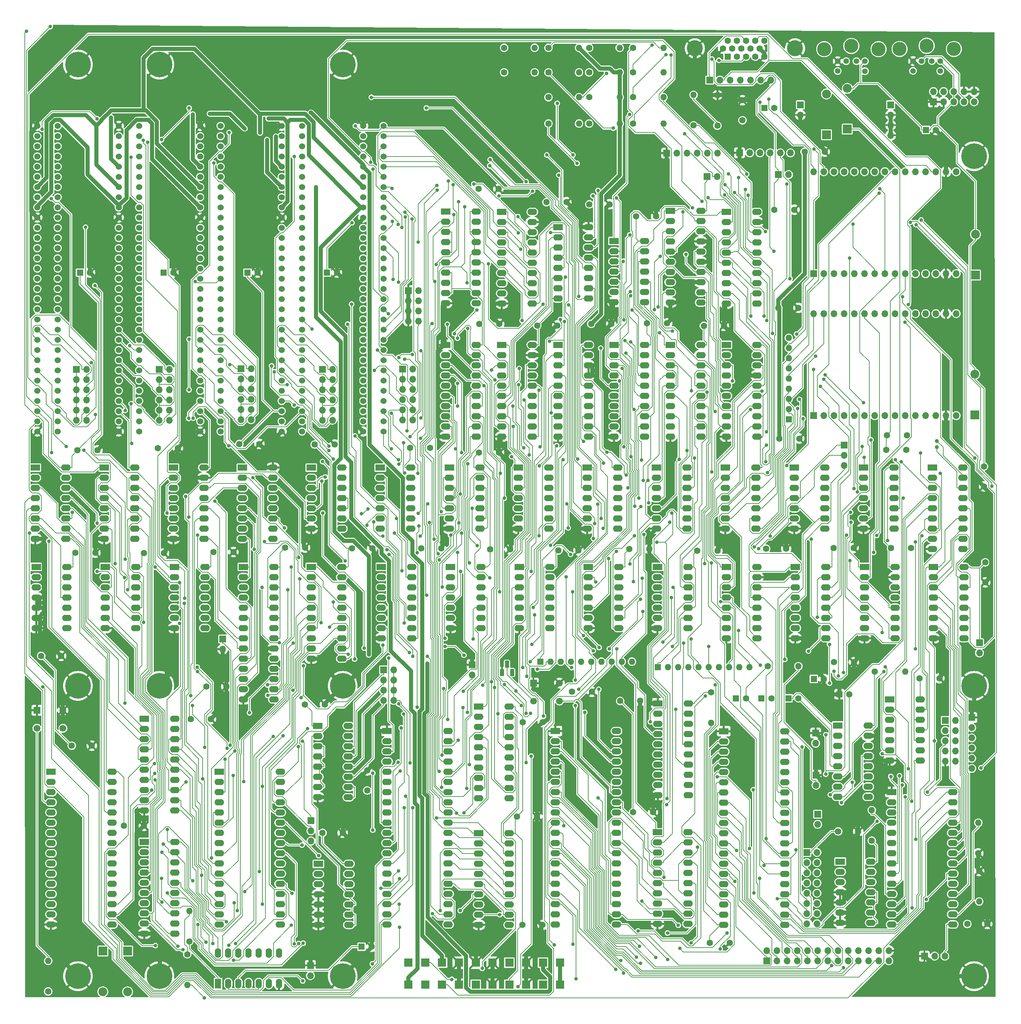
<source format=gbl>
%TF.GenerationSoftware,KiCad,Pcbnew,8.0.6*%
%TF.CreationDate,2025-02-02T08:40:47-06:00*%
%TF.ProjectId,6809PC-6U,36383039-5043-42d3-9655-2e6b69636164,1/21/2025 001*%
%TF.SameCoordinates,Original*%
%TF.FileFunction,Copper,L2,Bot*%
%TF.FilePolarity,Positive*%
%FSLAX46Y46*%
G04 Gerber Fmt 4.6, Leading zero omitted, Abs format (unit mm)*
G04 Created by KiCad (PCBNEW 8.0.6) date 2025-02-02 08:40:47*
%MOMM*%
%LPD*%
G01*
G04 APERTURE LIST*
G04 Aperture macros list*
%AMRoundRect*
0 Rectangle with rounded corners*
0 $1 Rounding radius*
0 $2 $3 $4 $5 $6 $7 $8 $9 X,Y pos of 4 corners*
0 Add a 4 corners polygon primitive as box body*
4,1,4,$2,$3,$4,$5,$6,$7,$8,$9,$2,$3,0*
0 Add four circle primitives for the rounded corners*
1,1,$1+$1,$2,$3*
1,1,$1+$1,$4,$5*
1,1,$1+$1,$6,$7*
1,1,$1+$1,$8,$9*
0 Add four rect primitives between the rounded corners*
20,1,$1+$1,$2,$3,$4,$5,0*
20,1,$1+$1,$4,$5,$6,$7,0*
20,1,$1+$1,$6,$7,$8,$9,0*
20,1,$1+$1,$8,$9,$2,$3,0*%
G04 Aperture macros list end*
%TA.AperFunction,ComponentPad*%
%ADD10R,1.700000X1.700000*%
%TD*%
%TA.AperFunction,ComponentPad*%
%ADD11C,1.700000*%
%TD*%
%TA.AperFunction,ComponentPad*%
%ADD12O,1.700000X1.700000*%
%TD*%
%TA.AperFunction,ComponentPad*%
%ADD13R,1.600000X1.600000*%
%TD*%
%TA.AperFunction,ComponentPad*%
%ADD14O,1.600000X1.600000*%
%TD*%
%TA.AperFunction,ComponentPad*%
%ADD15C,1.600000*%
%TD*%
%TA.AperFunction,ComponentPad*%
%ADD16R,2.400000X1.600000*%
%TD*%
%TA.AperFunction,ComponentPad*%
%ADD17O,2.400000X1.600000*%
%TD*%
%TA.AperFunction,ComponentPad*%
%ADD18R,1.600000X2.400000*%
%TD*%
%TA.AperFunction,ComponentPad*%
%ADD19O,1.600000X2.400000*%
%TD*%
%TA.AperFunction,ComponentPad*%
%ADD20R,2.200000X2.200000*%
%TD*%
%TA.AperFunction,ComponentPad*%
%ADD21O,2.200000X2.200000*%
%TD*%
%TA.AperFunction,ComponentPad*%
%ADD22C,1.000000*%
%TD*%
%TA.AperFunction,ComponentPad*%
%ADD23C,3.600000*%
%TD*%
%TA.AperFunction,ConnectorPad*%
%ADD24C,6.400000*%
%TD*%
%TA.AperFunction,ComponentPad*%
%ADD25R,2.125980X2.125980*%
%TD*%
%TA.AperFunction,ComponentPad*%
%ADD26C,1.524000*%
%TD*%
%TA.AperFunction,ComponentPad*%
%ADD27C,1.422400*%
%TD*%
%TA.AperFunction,ComponentPad*%
%ADD28C,3.497580*%
%TD*%
%TA.AperFunction,ComponentPad*%
%ADD29R,1.100000X1.800000*%
%TD*%
%TA.AperFunction,ComponentPad*%
%ADD30RoundRect,0.275000X-0.275000X-0.625000X0.275000X-0.625000X0.275000X0.625000X-0.275000X0.625000X0*%
%TD*%
%TA.AperFunction,ComponentPad*%
%ADD31C,4.000000*%
%TD*%
%TA.AperFunction,ViaPad*%
%ADD32C,0.889000*%
%TD*%
%TA.AperFunction,Conductor*%
%ADD33C,0.203200*%
%TD*%
%TA.AperFunction,Conductor*%
%ADD34C,1.000000*%
%TD*%
G04 APERTURE END LIST*
D10*
%TO.P,SW1,1,1*%
%TO.N,GND*%
X72764200Y-227386200D03*
D11*
X79264200Y-227386200D03*
%TO.P,SW1,2,2*%
%TO.N,Net-(P12-Pin_2)*%
X72764200Y-231886200D03*
X79264200Y-231886200D03*
%TD*%
D10*
%TO.P,SW2,1,1*%
%TO.N,GND*%
X196617000Y-220600200D03*
D11*
X203117000Y-220600200D03*
%TO.P,SW2,2,2*%
%TO.N,{slash}RESET*%
X196617000Y-225100200D03*
X203117000Y-225100200D03*
%TD*%
D10*
%TO.P,P16,1,Pin_1*%
%TO.N,Net-(D4-A)*%
X285707600Y-76402600D03*
D12*
%TO.P,P16,2,Pin_2*%
%TO.N,GND*%
X285707600Y-78942600D03*
%TO.P,P16,3,Pin_3*%
X285707600Y-81482600D03*
%TO.P,P16,4,Pin_4*%
X285707600Y-84022600D03*
%TD*%
D10*
%TO.P,K2,1,Pin_1*%
%TO.N,{slash}MMU-DISABLE*%
X274084600Y-161244600D03*
D12*
%TO.P,K2,2,Pin_2*%
%TO.N,/CPU 6809/{slash}INTA*%
X274084600Y-163784600D03*
%TO.P,K2,3,Pin_3*%
%TO.N,{slash}MMU-CLR-TASK-REG*%
X274084600Y-166324600D03*
%TD*%
D10*
%TO.P,K1,1,Pin_1*%
%TO.N,{slash}WR*%
X141141000Y-254919800D03*
D12*
%TO.P,K1,2,Pin_2*%
%TO.N,PULLUP2*%
X141141000Y-257459800D03*
%TO.P,K1,3,Pin_3*%
%TO.N,mA18*%
X141141000Y-259999800D03*
%TD*%
D10*
%TO.P,K3,1,Pin_1*%
%TO.N,GND*%
X294150600Y-288701800D03*
D12*
%TO.P,K3,2,Pin_2*%
%TO.N,/VIAS/PPWR*%
X296690600Y-288701800D03*
%TO.P,K3,3,Pin_3*%
%TO.N,VCC*%
X299230600Y-288701800D03*
%TD*%
D10*
%TO.P,P12,1,Pin_1*%
%TO.N,GND*%
X140988600Y-291033600D03*
D12*
%TO.P,P12,2,Pin_2*%
%TO.N,Net-(P12-Pin_2)*%
X140988600Y-293573600D03*
%TD*%
D10*
%TO.P,JP1,1,Pin_1*%
%TO.N,{slash}RESET*%
X119093800Y-209606200D03*
D12*
%TO.P,JP1,2,Pin_2*%
%TO.N,GND*%
X119093800Y-212146200D03*
%TD*%
D10*
%TO.P,JP3,1,A*%
%TO.N,Net-(JP3-A)*%
X267531400Y-253294200D03*
D12*
%TO.P,JP3,2,B*%
%TO.N,/ACIA/CTS*%
X267531400Y-255834200D03*
%TD*%
D13*
%TO.P,RR1,1,common*%
%TO.N,VCC*%
X198341800Y-215270400D03*
D14*
%TO.P,RR1,2,R1*%
%TO.N,B_{slash}INT*%
X200881800Y-215270400D03*
%TO.P,RR1,3,R2*%
%TO.N,PULLUP1*%
X203421800Y-215270400D03*
%TO.P,RR1,4,R3*%
%TO.N,PULLUP2*%
X205961800Y-215270400D03*
%TO.P,RR1,5,R4*%
%TO.N,PULLUP3*%
X208501800Y-215270400D03*
%TO.P,RR1,6,R5*%
%TO.N,PG*%
X211041800Y-215270400D03*
%TO.P,RR1,7,R6*%
%TO.N,PULLUP4*%
X213581800Y-215270400D03*
%TO.P,RR1,8,R7*%
%TO.N,{slash}RESET*%
X216121800Y-215270400D03*
%TO.P,RR1,9,R8*%
%TO.N,B_{slash}NMI*%
X218661800Y-215270400D03*
%TO.P,RR1,10,R9*%
%TO.N,unconnected-(RR1-R9-Pad10)*%
X221201800Y-215270400D03*
%TD*%
D13*
%TO.P,RR2,1,common*%
%TO.N,VCC*%
X227653400Y-216667400D03*
D14*
%TO.P,RR2,2,R1*%
%TO.N,{slash}HALT*%
X230193400Y-216667400D03*
%TO.P,RR2,3,R2*%
%TO.N,MRDY*%
X232733400Y-216667400D03*
%TO.P,RR2,4,R3*%
%TO.N,unconnected-(RR2-R3-Pad4)*%
X235273400Y-216667400D03*
%TO.P,RR2,5,R4*%
%TO.N,{slash}NMI*%
X237813400Y-216667400D03*
%TO.P,RR2,6,R5*%
%TO.N,{slash}IRQ*%
X240353400Y-216667400D03*
%TO.P,RR2,7,R6*%
%TO.N,{slash}FIRQ*%
X242893400Y-216667400D03*
%TO.P,RR2,8,R7*%
%TO.N,{slash}MMU-DISABLE*%
X245433400Y-216667400D03*
%TO.P,RR2,9,R8*%
%TO.N,{slash}MMU-CLR-TASK-REG*%
X247973400Y-216667400D03*
%TO.P,RR2,10,R9*%
%TO.N,CPU_BS*%
X250513400Y-216667400D03*
%TD*%
D15*
%TO.P,R6,1*%
%TO.N,GND*%
X307585800Y-263064600D03*
D14*
%TO.P,R6,2*%
%TO.N,/ACIA/DCD*%
X307585800Y-255444600D03*
%TD*%
D15*
%TO.P,R7,1*%
%TO.N,VCC*%
X281017400Y-259915000D03*
D14*
%TO.P,R7,2*%
%TO.N,/ACIA/DTR*%
X281017400Y-252295000D03*
%TD*%
D15*
%TO.P,R4,1*%
%TO.N,VCC*%
X281704600Y-217734200D03*
D14*
%TO.P,R4,2*%
%TO.N,Net-(JP3-A)*%
X289324600Y-217734200D03*
%TD*%
D15*
%TO.P,R1,1*%
%TO.N,5VSB*%
X110254600Y-288244600D03*
D14*
%TO.P,R1,2*%
%TO.N,Net-(P12-Pin_2)*%
X110254600Y-295864600D03*
%TD*%
D15*
%TO.P,R3,1*%
%TO.N,Net-(D2-A)*%
X110762600Y-285044200D03*
D14*
%TO.P,R3,2*%
%TO.N,5VSB*%
X110762600Y-277424200D03*
%TD*%
D15*
%TO.P,R2,1*%
%TO.N,Net-(D1-A)*%
X75582200Y-297507000D03*
D14*
%TO.P,R2,2*%
%TO.N,Net-(P12-Pin_2)*%
X75582200Y-289887000D03*
%TD*%
D10*
%TO.P,P18,1,Pin_1*%
%TO.N,unconnected-(P18-Pin_1-Pad1)*%
X299332200Y-229926200D03*
D12*
%TO.P,P18,2,Pin_2*%
%TO.N,unconnected-(P18-Pin_2-Pad2)*%
X301872200Y-229926200D03*
%TO.P,P18,3,Pin_3*%
%TO.N,/ACIA/RXD*%
X299332200Y-232466200D03*
%TO.P,P18,4,Pin_4*%
%TO.N,/ACIA/RTS*%
X301872200Y-232466200D03*
%TO.P,P18,5,Pin_5*%
%TO.N,/ACIA/TXD*%
X299332200Y-235006200D03*
%TO.P,P18,6,Pin_6*%
%TO.N,/ACIA/CTS*%
X301872200Y-235006200D03*
%TO.P,P18,7,Pin_7*%
%TO.N,unconnected-(P18-Pin_7-Pad7)*%
X299332200Y-237546200D03*
%TO.P,P18,8,Pin_8*%
%TO.N,unconnected-(P18-Pin_8-Pad8)*%
X301872200Y-237546200D03*
%TO.P,P18,9,Pin_9*%
%TO.N,GND*%
X299332200Y-240086200D03*
%TO.P,P18,10,Pin_10*%
%TO.N,unconnected-(P18-Pin_10-Pad10)*%
X301872200Y-240086200D03*
%TD*%
D10*
%TO.P,P15,1,Pin_1*%
%TO.N,/CPU 6809/8MHZ*%
X159220800Y-217312400D03*
D12*
%TO.P,P15,2,Pin_2*%
%TO.N,CLK*%
X161760800Y-217312400D03*
%TO.P,P15,3,Pin_3*%
%TO.N,/CPU 6809/4MHZ*%
X159220800Y-219852400D03*
%TO.P,P15,4,Pin_4*%
%TO.N,CLK*%
X161760800Y-219852400D03*
%TO.P,P15,5,Pin_5*%
%TO.N,/CPU 6809/2MHZ*%
X159220800Y-222392400D03*
%TO.P,P15,6,Pin_6*%
%TO.N,CLK*%
X161760800Y-222392400D03*
%TO.P,P15,7,Pin_7*%
%TO.N,/CPU 6809/1MHZ*%
X159220800Y-224932400D03*
%TO.P,P15,8,Pin_8*%
%TO.N,CLK*%
X161760800Y-224932400D03*
%TD*%
D10*
%TO.P,P1,1,Pin_1*%
%TO.N,GND*%
X165418400Y-122748200D03*
D12*
%TO.P,P1,2,Pin_2*%
%TO.N,XM19*%
X167958400Y-122748200D03*
%TO.P,P1,3,Pin_3*%
%TO.N,GND*%
X165418400Y-125288200D03*
%TO.P,P1,4,Pin_4*%
%TO.N,XM18*%
X167958400Y-125288200D03*
%TO.P,P1,5,Pin_5*%
%TO.N,GND*%
X165418400Y-127828200D03*
%TO.P,P1,6,Pin_6*%
%TO.N,XM17*%
X167958400Y-127828200D03*
%TO.P,P1,7,Pin_7*%
%TO.N,GND*%
X165418400Y-130368200D03*
%TO.P,P1,8,Pin_8*%
%TO.N,XM16*%
X167958400Y-130368200D03*
%TD*%
D10*
%TO.P,P20,1,Pin_1*%
%TO.N,/VIAS/PC0*%
X254780600Y-289870200D03*
D12*
%TO.P,P20,2,Pin_2*%
%TO.N,/VIAS/PA0*%
X254780600Y-287330200D03*
%TO.P,P20,3,Pin_3*%
%TO.N,/VIAS/PC1*%
X257320600Y-289870200D03*
%TO.P,P20,4,Pin_4*%
%TO.N,/VIAS/PA1*%
X257320600Y-287330200D03*
%TO.P,P20,5,Pin_5*%
%TO.N,/VIAS/PC2*%
X259860600Y-289870200D03*
%TO.P,P20,6,Pin_6*%
%TO.N,/VIAS/PA2*%
X259860600Y-287330200D03*
%TO.P,P20,7,Pin_7*%
%TO.N,/VIAS/PC3*%
X262400600Y-289870200D03*
%TO.P,P20,8,Pin_8*%
%TO.N,/VIAS/PA3*%
X262400600Y-287330200D03*
%TO.P,P20,9,Pin_9*%
%TO.N,/VIAS/PC4*%
X264940600Y-289870200D03*
%TO.P,P20,10,Pin_10*%
%TO.N,/VIAS/PA4*%
X264940600Y-287330200D03*
%TO.P,P20,11,Pin_11*%
%TO.N,/VIAS/PC5*%
X267480600Y-289870200D03*
%TO.P,P20,12,Pin_12*%
%TO.N,/VIAS/PA5*%
X267480600Y-287330200D03*
%TO.P,P20,13,Pin_13*%
%TO.N,/VIAS/PC6*%
X270020600Y-289870200D03*
%TO.P,P20,14,Pin_14*%
%TO.N,/VIAS/PA6*%
X270020600Y-287330200D03*
%TO.P,P20,15,Pin_15*%
%TO.N,/VIAS/PC7*%
X272560600Y-289870200D03*
%TO.P,P20,16,Pin_16*%
%TO.N,/VIAS/PA7*%
X272560600Y-287330200D03*
%TO.P,P20,17,Pin_17*%
%TO.N,/VIAS/PB7*%
X275100600Y-289870200D03*
%TO.P,P20,18,Pin_18*%
%TO.N,/VIAS/PB0*%
X275100600Y-287330200D03*
%TO.P,P20,19,Pin_19*%
%TO.N,/VIAS/PB6*%
X277640600Y-289870200D03*
%TO.P,P20,20,Pin_20*%
%TO.N,/VIAS/PB1*%
X277640600Y-287330200D03*
%TO.P,P20,21,Pin_21*%
%TO.N,/VIAS/PB5*%
X280180600Y-289870200D03*
%TO.P,P20,22,Pin_22*%
%TO.N,/VIAS/PB2*%
X280180600Y-287330200D03*
%TO.P,P20,23,Pin_23*%
%TO.N,/VIAS/PB4*%
X282720600Y-289870200D03*
%TO.P,P20,24,Pin_24*%
%TO.N,/VIAS/PB3*%
X282720600Y-287330200D03*
%TO.P,P20,25,Pin_25*%
%TO.N,/VIAS/PPWR*%
X285260600Y-289870200D03*
%TO.P,P20,26,Pin_26*%
%TO.N,GND*%
X285260600Y-287330200D03*
%TD*%
D16*
%TO.P,U57,1,VSS*%
%TO.N,GND*%
X202099000Y-232582400D03*
D17*
%TO.P,U57,2,PA0*%
%TO.N,/VIAS/PA0*%
X202099000Y-235122400D03*
%TO.P,U57,3,PA1*%
%TO.N,/VIAS/PA1*%
X202099000Y-237662400D03*
%TO.P,U57,4,PA2*%
%TO.N,/VIAS/PA2*%
X202099000Y-240202400D03*
%TO.P,U57,5,PA3*%
%TO.N,/VIAS/PA3*%
X202099000Y-242742400D03*
%TO.P,U57,6,PA4*%
%TO.N,/VIAS/PA4*%
X202099000Y-245282400D03*
%TO.P,U57,7,PA5*%
%TO.N,/VIAS/PA5*%
X202099000Y-247822400D03*
%TO.P,U57,8,PA6*%
%TO.N,/VIAS/PA6*%
X202099000Y-250362400D03*
%TO.P,U57,9,PA7*%
%TO.N,/VIAS/PA7*%
X202099000Y-252902400D03*
%TO.P,U57,10,PB0*%
%TO.N,/VIAS/PB0*%
X202099000Y-255442400D03*
%TO.P,U57,11,PB1*%
%TO.N,/VIAS/PB1*%
X202099000Y-257982400D03*
%TO.P,U57,12,PB2*%
%TO.N,/VIAS/PB2*%
X202099000Y-260522400D03*
%TO.P,U57,13,PB3*%
%TO.N,/VIAS/PB3*%
X202099000Y-263062400D03*
%TO.P,U57,14,PB4*%
%TO.N,/VIAS/PB4*%
X202099000Y-265602400D03*
%TO.P,U57,15,PB5*%
%TO.N,/VIAS/PB5*%
X202099000Y-268142400D03*
%TO.P,U57,16,PB6*%
%TO.N,/VIAS/PB6*%
X202099000Y-270682400D03*
%TO.P,U57,17,PB7*%
%TO.N,/VIAS/PB7*%
X202099000Y-273222400D03*
%TO.P,U57,18,CB1*%
%TO.N,/VIAS/CB1*%
X202099000Y-275762400D03*
%TO.P,U57,19,CB2*%
%TO.N,/VIAS/CB2*%
X202099000Y-278302400D03*
%TO.P,U57,20,VCC*%
%TO.N,VCC*%
X202099000Y-280842400D03*
%TO.P,U57,21,~{IRQ}*%
%TO.N,{slash}IRQ*%
X217339000Y-280842400D03*
%TO.P,U57,22,R/~{W}*%
%TO.N,R{slash}W*%
X217339000Y-278302400D03*
%TO.P,U57,23,~{CS2}*%
%TO.N,{slash}IOSEL-0EFA0*%
X217339000Y-275762400D03*
%TO.P,U57,24,CS1*%
%TO.N,VCC*%
X217339000Y-273222400D03*
%TO.P,U57,25,\u03D52*%
%TO.N,E*%
X217339000Y-270682400D03*
%TO.P,U57,26,D7*%
%TO.N,mD7*%
X217339000Y-268142400D03*
%TO.P,U57,27,D6*%
%TO.N,mD6*%
X217339000Y-265602400D03*
%TO.P,U57,28,D5*%
%TO.N,mD5*%
X217339000Y-263062400D03*
%TO.P,U57,29,D4*%
%TO.N,mD4*%
X217339000Y-260522400D03*
%TO.P,U57,30,D3*%
%TO.N,mD3*%
X217339000Y-257982400D03*
%TO.P,U57,31,D2*%
%TO.N,mD2*%
X217339000Y-255442400D03*
%TO.P,U57,32,D1*%
%TO.N,mD1*%
X217339000Y-252902400D03*
%TO.P,U57,33,D0*%
%TO.N,mD0*%
X217339000Y-250362400D03*
%TO.P,U57,34,~{RES}*%
%TO.N,{slash}RESET*%
X217339000Y-247822400D03*
%TO.P,U57,35,RS3*%
%TO.N,mA3*%
X217339000Y-245282400D03*
%TO.P,U57,36,RS2*%
%TO.N,mA2*%
X217339000Y-242742400D03*
%TO.P,U57,37,RS1*%
%TO.N,mA1*%
X217339000Y-240202400D03*
%TO.P,U57,38,RS0*%
%TO.N,mA0*%
X217339000Y-237662400D03*
%TO.P,U57,39,CA2*%
%TO.N,/VIAS/CA2*%
X217339000Y-235122400D03*
%TO.P,U57,40,CA1*%
%TO.N,/VIAS/CA1*%
X217339000Y-232582400D03*
%TD*%
D16*
%TO.P,U58,1,VSS*%
%TO.N,GND*%
X244087800Y-232618400D03*
D17*
%TO.P,U58,2,PA0*%
%TO.N,/VIAS/PC0*%
X244087800Y-235158400D03*
%TO.P,U58,3,PA1*%
%TO.N,/VIAS/PC1*%
X244087800Y-237698400D03*
%TO.P,U58,4,PA2*%
%TO.N,/VIAS/PC2*%
X244087800Y-240238400D03*
%TO.P,U58,5,PA3*%
%TO.N,/VIAS/PC3*%
X244087800Y-242778400D03*
%TO.P,U58,6,PA4*%
%TO.N,/VIAS/PC4*%
X244087800Y-245318400D03*
%TO.P,U58,7,PA5*%
%TO.N,/VIAS/PC5*%
X244087800Y-247858400D03*
%TO.P,U58,8,PA6*%
%TO.N,/VIAS/PC6*%
X244087800Y-250398400D03*
%TO.P,U58,9,PA7*%
%TO.N,/VIAS/PC7*%
X244087800Y-252938400D03*
%TO.P,U58,10,PB0*%
%TO.N,PD0*%
X244087800Y-255478400D03*
%TO.P,U58,11,PB1*%
%TO.N,PD1*%
X244087800Y-258018400D03*
%TO.P,U58,12,PB2*%
%TO.N,PD2*%
X244087800Y-260558400D03*
%TO.P,U58,13,PB3*%
%TO.N,PD3*%
X244087800Y-263098400D03*
%TO.P,U58,14,PB4*%
%TO.N,PD4*%
X244087800Y-265638400D03*
%TO.P,U58,15,PB5*%
%TO.N,PD5*%
X244087800Y-268178400D03*
%TO.P,U58,16,PB6*%
%TO.N,PD6*%
X244087800Y-270718400D03*
%TO.P,U58,17,PB7*%
%TO.N,PD7*%
X244087800Y-273258400D03*
%TO.P,U58,18,CB1*%
%TO.N,CD1*%
X244087800Y-275798400D03*
%TO.P,U58,19,CB2*%
%TO.N,CD2*%
X244087800Y-278338400D03*
%TO.P,U58,20,VCC*%
%TO.N,VCC*%
X244087800Y-280878400D03*
%TO.P,U58,21,~{IRQ}*%
%TO.N,{slash}IRQ*%
X259327800Y-280878400D03*
%TO.P,U58,22,R/~{W}*%
%TO.N,R{slash}W*%
X259327800Y-278338400D03*
%TO.P,U58,23,~{CS2}*%
%TO.N,{slash}IOSEL-0EFB0*%
X259327800Y-275798400D03*
%TO.P,U58,24,CS1*%
%TO.N,VCC*%
X259327800Y-273258400D03*
%TO.P,U58,25,\u03D52*%
%TO.N,E*%
X259327800Y-270718400D03*
%TO.P,U58,26,D7*%
%TO.N,mD7*%
X259327800Y-268178400D03*
%TO.P,U58,27,D6*%
%TO.N,mD6*%
X259327800Y-265638400D03*
%TO.P,U58,28,D5*%
%TO.N,mD5*%
X259327800Y-263098400D03*
%TO.P,U58,29,D4*%
%TO.N,mD4*%
X259327800Y-260558400D03*
%TO.P,U58,30,D3*%
%TO.N,mD3*%
X259327800Y-258018400D03*
%TO.P,U58,31,D2*%
%TO.N,mD2*%
X259327800Y-255478400D03*
%TO.P,U58,32,D1*%
%TO.N,mD1*%
X259327800Y-252938400D03*
%TO.P,U58,33,D0*%
%TO.N,mD0*%
X259327800Y-250398400D03*
%TO.P,U58,34,~{RES}*%
%TO.N,{slash}RESET*%
X259327800Y-247858400D03*
%TO.P,U58,35,RS3*%
%TO.N,mA3*%
X259327800Y-245318400D03*
%TO.P,U58,36,RS2*%
%TO.N,mA2*%
X259327800Y-242778400D03*
%TO.P,U58,37,RS1*%
%TO.N,mA1*%
X259327800Y-240238400D03*
%TO.P,U58,38,RS0*%
%TO.N,mA0*%
X259327800Y-237698400D03*
%TO.P,U58,39,CA2*%
%TO.N,/VIAS/CC2*%
X259327800Y-235158400D03*
%TO.P,U58,40,CA1*%
%TO.N,/VIAS/CC1*%
X259327800Y-232618400D03*
%TD*%
D16*
%TO.P,U33,1,VSS*%
%TO.N,GND*%
X160114800Y-232542400D03*
D17*
%TO.P,U33,2,~{NMI}*%
%TO.N,{slash}NMI*%
X160114800Y-235082400D03*
%TO.P,U33,3,~{IRQ}*%
%TO.N,{slash}IRQ*%
X160114800Y-237622400D03*
%TO.P,U33,4,~{FIRQ}*%
%TO.N,{slash}FIRQ*%
X160114800Y-240162400D03*
%TO.P,U33,5,BS*%
%TO.N,CPU_BS*%
X160114800Y-242702400D03*
%TO.P,U33,6,BA*%
%TO.N,CPU_BA*%
X160114800Y-245242400D03*
%TO.P,U33,7,VCC*%
%TO.N,VCC*%
X160114800Y-247782400D03*
%TO.P,U33,8,A0*%
%TO.N,LA0*%
X160114800Y-250322400D03*
%TO.P,U33,9,A1*%
%TO.N,LA1*%
X160114800Y-252862400D03*
%TO.P,U33,10,A2*%
%TO.N,LA2*%
X160114800Y-255402400D03*
%TO.P,U33,11,A3*%
%TO.N,LA3*%
X160114800Y-257942400D03*
%TO.P,U33,12,A4*%
%TO.N,LA4*%
X160114800Y-260482400D03*
%TO.P,U33,13,A5*%
%TO.N,LA5*%
X160114800Y-263022400D03*
%TO.P,U33,14,A6*%
%TO.N,LA6*%
X160114800Y-265562400D03*
%TO.P,U33,15,A7*%
%TO.N,LA7*%
X160114800Y-268102400D03*
%TO.P,U33,16,A8*%
%TO.N,LA8*%
X160114800Y-270642400D03*
%TO.P,U33,17,A9*%
%TO.N,LA9*%
X160114800Y-273182400D03*
%TO.P,U33,18,A10*%
%TO.N,LA10*%
X160114800Y-275722400D03*
%TO.P,U33,19,A11*%
%TO.N,LA11*%
X160114800Y-278262400D03*
%TO.P,U33,20,A12*%
%TO.N,LA12*%
X160114800Y-280802400D03*
%TO.P,U33,21,A13*%
%TO.N,LA13*%
X175354800Y-280802400D03*
%TO.P,U33,22,A14*%
%TO.N,LA14*%
X175354800Y-278262400D03*
%TO.P,U33,23,A15*%
%TO.N,LA15*%
X175354800Y-275722400D03*
%TO.P,U33,24,D7*%
%TO.N,CPU_D7*%
X175354800Y-273182400D03*
%TO.P,U33,25,D6*%
%TO.N,CPU_D6*%
X175354800Y-270642400D03*
%TO.P,U33,26,D5*%
%TO.N,CPU_D5*%
X175354800Y-268102400D03*
%TO.P,U33,27,D4*%
%TO.N,CPU_D4*%
X175354800Y-265562400D03*
%TO.P,U33,28,D3*%
%TO.N,CPU_D3*%
X175354800Y-263022400D03*
%TO.P,U33,29,D2*%
%TO.N,CPU_D2*%
X175354800Y-260482400D03*
%TO.P,U33,30,D1*%
%TO.N,CPU_D1*%
X175354800Y-257942400D03*
%TO.P,U33,31,D0*%
%TO.N,CPU_D0*%
X175354800Y-255402400D03*
%TO.P,U33,32,R/~{W}*%
%TO.N,CPU_R{slash}W*%
X175354800Y-252862400D03*
%TO.P,U33,33,~{DMA/BREQ}*%
%TO.N,unconnected-(U33-~{DMA{slash}BREQ}-Pad33)*%
X175354800Y-250322400D03*
%TO.P,U33,34,E*%
%TO.N,CPU_E*%
X175354800Y-247782400D03*
%TO.P,U33,35,Q*%
%TO.N,CPU_Q*%
X175354800Y-245242400D03*
%TO.P,U33,36,MRDY*%
%TO.N,MRDY*%
X175354800Y-242702400D03*
%TO.P,U33,37,~{RESET}*%
%TO.N,{slash}RESET*%
X175354800Y-240162400D03*
%TO.P,U33,38,EXTAL*%
%TO.N,CLK*%
X175354800Y-237622400D03*
%TO.P,U33,39,XTAL*%
%TO.N,Net-(JP2-B)*%
X175354800Y-235082400D03*
%TO.P,U33,40,~{HALT}*%
%TO.N,{slash}HALT*%
X175354800Y-232542400D03*
%TD*%
D16*
%TO.P,U9,1,A18*%
%TO.N,mA18*%
X118226200Y-242732400D03*
D17*
%TO.P,U9,2,A16*%
%TO.N,mA16*%
X118226200Y-245272400D03*
%TO.P,U9,3,A15*%
%TO.N,mA15*%
X118226200Y-247812400D03*
%TO.P,U9,4,A12*%
%TO.N,mA12*%
X118226200Y-250352400D03*
%TO.P,U9,5,A7*%
%TO.N,mA7*%
X118226200Y-252892400D03*
%TO.P,U9,6,A6*%
%TO.N,mA6*%
X118226200Y-255432400D03*
%TO.P,U9,7,A5*%
%TO.N,mA5*%
X118226200Y-257972400D03*
%TO.P,U9,8,A4*%
%TO.N,mA4*%
X118226200Y-260512400D03*
%TO.P,U9,9,A3*%
%TO.N,mA3*%
X118226200Y-263052400D03*
%TO.P,U9,10,A2*%
%TO.N,mA2*%
X118226200Y-265592400D03*
%TO.P,U9,11,A1*%
%TO.N,mA1*%
X118226200Y-268132400D03*
%TO.P,U9,12,A0*%
%TO.N,mA0*%
X118226200Y-270672400D03*
%TO.P,U9,13,D0*%
%TO.N,mD0*%
X118226200Y-273212400D03*
%TO.P,U9,14,D1*%
%TO.N,mD1*%
X118226200Y-275752400D03*
%TO.P,U9,15,D2*%
%TO.N,mD2*%
X118226200Y-278292400D03*
%TO.P,U9,16,GND*%
%TO.N,GND*%
X118226200Y-280832400D03*
%TO.P,U9,17,D3*%
%TO.N,mD3*%
X133466200Y-280832400D03*
%TO.P,U9,18,D4*%
%TO.N,mD4*%
X133466200Y-278292400D03*
%TO.P,U9,19,D5*%
%TO.N,mD5*%
X133466200Y-275752400D03*
%TO.P,U9,20,D6*%
%TO.N,mD6*%
X133466200Y-273212400D03*
%TO.P,U9,21,D7*%
%TO.N,mD7*%
X133466200Y-270672400D03*
%TO.P,U9,22,CE*%
%TO.N,Net-(U9-CE)*%
X133466200Y-268132400D03*
%TO.P,U9,23,A10*%
%TO.N,mA10*%
X133466200Y-265592400D03*
%TO.P,U9,24,OE*%
%TO.N,{slash}RD*%
X133466200Y-263052400D03*
%TO.P,U9,25,A11*%
%TO.N,mA11*%
X133466200Y-260512400D03*
%TO.P,U9,26,A9*%
%TO.N,mA9*%
X133466200Y-257972400D03*
%TO.P,U9,27,A8*%
%TO.N,mA8*%
X133466200Y-255432400D03*
%TO.P,U9,28,A13*%
%TO.N,mA13*%
X133466200Y-252892400D03*
%TO.P,U9,29,A14*%
%TO.N,mA14*%
X133466200Y-250352400D03*
%TO.P,U9,30,A17*%
%TO.N,mA17*%
X133466200Y-247812400D03*
%TO.P,U9,31,PGM*%
%TO.N,PULLUP2*%
X133466200Y-245272400D03*
%TO.P,U9,32,VCC*%
%TO.N,VCC*%
X133466200Y-242732400D03*
%TD*%
D16*
%TO.P,U8,1,A18*%
%TO.N,mA18*%
X76289800Y-242732400D03*
D17*
%TO.P,U8,2,A16*%
%TO.N,mA16*%
X76289800Y-245272400D03*
%TO.P,U8,3,A14*%
%TO.N,mA14*%
X76289800Y-247812400D03*
%TO.P,U8,4,A12*%
%TO.N,mA12*%
X76289800Y-250352400D03*
%TO.P,U8,5,A7*%
%TO.N,mA7*%
X76289800Y-252892400D03*
%TO.P,U8,6,A6*%
%TO.N,mA6*%
X76289800Y-255432400D03*
%TO.P,U8,7,A5*%
%TO.N,mA5*%
X76289800Y-257972400D03*
%TO.P,U8,8,A4*%
%TO.N,mA4*%
X76289800Y-260512400D03*
%TO.P,U8,9,A3*%
%TO.N,mA3*%
X76289800Y-263052400D03*
%TO.P,U8,10,A2*%
%TO.N,mA2*%
X76289800Y-265592400D03*
%TO.P,U8,11,A1*%
%TO.N,mA1*%
X76289800Y-268132400D03*
%TO.P,U8,12,A0*%
%TO.N,mA0*%
X76289800Y-270672400D03*
%TO.P,U8,13,DQ0*%
%TO.N,mD0*%
X76289800Y-273212400D03*
%TO.P,U8,14,DQ1*%
%TO.N,mD1*%
X76289800Y-275752400D03*
%TO.P,U8,15,DQ2*%
%TO.N,mD2*%
X76289800Y-278292400D03*
%TO.P,U8,16,VSS*%
%TO.N,GND*%
X76289800Y-280832400D03*
%TO.P,U8,17,DQ3*%
%TO.N,mD3*%
X91529800Y-280832400D03*
%TO.P,U8,18,DQ4*%
%TO.N,mD4*%
X91529800Y-278292400D03*
%TO.P,U8,19,DQ5*%
%TO.N,mD5*%
X91529800Y-275752400D03*
%TO.P,U8,20,DQ6*%
%TO.N,mD6*%
X91529800Y-273212400D03*
%TO.P,U8,21,DQ7*%
%TO.N,mD7*%
X91529800Y-270672400D03*
%TO.P,U8,22,CE#*%
%TO.N,Net-(U8-CE#)*%
X91529800Y-268132400D03*
%TO.P,U8,23,A10*%
%TO.N,mA10*%
X91529800Y-265592400D03*
%TO.P,U8,24,OE#*%
%TO.N,{slash}RD*%
X91529800Y-263052400D03*
%TO.P,U8,25,A11*%
%TO.N,mA11*%
X91529800Y-260512400D03*
%TO.P,U8,26,A9*%
%TO.N,mA9*%
X91529800Y-257972400D03*
%TO.P,U8,27,A8*%
%TO.N,mA8*%
X91529800Y-255432400D03*
%TO.P,U8,28,A13*%
%TO.N,mA13*%
X91529800Y-252892400D03*
%TO.P,U8,29,WE#*%
%TO.N,{slash}WR*%
X91529800Y-250352400D03*
%TO.P,U8,30,A17*%
%TO.N,mA17*%
X91529800Y-247812400D03*
%TO.P,U8,31,A15*%
%TO.N,mA15*%
X91529800Y-245272400D03*
%TO.P,U8,32,VCC*%
%TO.N,VCC*%
X91529800Y-242732400D03*
%TD*%
D16*
%TO.P,U48,1,VSS*%
%TO.N,GND*%
X285971800Y-247782400D03*
D17*
%TO.P,U48,2,CS1*%
%TO.N,mA2*%
X285971800Y-250322400D03*
%TO.P,U48,3,~{CS2}*%
%TO.N,{slash}IOSEL-0EF80*%
X285971800Y-252862400D03*
%TO.P,U48,4,~{RES}*%
%TO.N,{slash}RESET*%
X285971800Y-255402400D03*
%TO.P,U48,5,RxC*%
%TO.N,unconnected-(U48-RxC-Pad5)*%
X285971800Y-257942400D03*
%TO.P,U48,6,XTAL1*%
%TO.N,/ACIA/ACIA_CLK*%
X285971800Y-260482400D03*
%TO.P,U48,7,XTAL2*%
%TO.N,unconnected-(U48-XTAL2-Pad7)*%
X285971800Y-263022400D03*
%TO.P,U48,8,~{RTS}*%
%TO.N,/ACIA/RTS_TTL*%
X285971800Y-265562400D03*
%TO.P,U48,9,~{CTS}*%
%TO.N,/ACIA/CTS_TTL*%
X285971800Y-268102400D03*
%TO.P,U48,10,TxD*%
%TO.N,/ACIA/TXD_TTL*%
X285971800Y-270642400D03*
%TO.P,U48,11,~{DTR}*%
%TO.N,/ACIA/DTR*%
X285971800Y-273182400D03*
%TO.P,U48,12,RxD*%
%TO.N,/ACIA/RXD_TTL*%
X285971800Y-275722400D03*
%TO.P,U48,13,RS0*%
%TO.N,mA0*%
X285971800Y-278262400D03*
%TO.P,U48,14,RS1*%
%TO.N,mA1*%
X285971800Y-280802400D03*
%TO.P,U48,15,VCC*%
%TO.N,VCC*%
X301211800Y-280802400D03*
%TO.P,U48,16,~{DCD}*%
%TO.N,/ACIA/DCD*%
X301211800Y-278262400D03*
%TO.P,U48,17,~{DSR}*%
%TO.N,/ACIA/DSR*%
X301211800Y-275722400D03*
%TO.P,U48,18,D0*%
%TO.N,mD0*%
X301211800Y-273182400D03*
%TO.P,U48,19,D1*%
%TO.N,mD1*%
X301211800Y-270642400D03*
%TO.P,U48,20,D2*%
%TO.N,mD2*%
X301211800Y-268102400D03*
%TO.P,U48,21,D3*%
%TO.N,mD3*%
X301211800Y-265562400D03*
%TO.P,U48,22,D4*%
%TO.N,mD4*%
X301211800Y-263022400D03*
%TO.P,U48,23,D5*%
%TO.N,mD5*%
X301211800Y-260482400D03*
%TO.P,U48,24,D6*%
%TO.N,mD6*%
X301211800Y-257942400D03*
%TO.P,U48,25,D7*%
%TO.N,mD7*%
X301211800Y-255402400D03*
%TO.P,U48,26,~{IRQ}*%
%TO.N,{slash}IRQ*%
X301211800Y-252862400D03*
%TO.P,U48,27,\u03D52*%
%TO.N,E*%
X301211800Y-250322400D03*
%TO.P,U48,28,R/~{W}*%
%TO.N,R{slash}W*%
X301211800Y-247782400D03*
%TD*%
D16*
%TO.P,U40,1,A14*%
%TO.N,VCC*%
X124256600Y-191648400D03*
D17*
%TO.P,U40,2,A12*%
X124256600Y-194188400D03*
%TO.P,U40,3,A7*%
%TO.N,Net-(U38-O3)*%
X124256600Y-196728400D03*
%TO.P,U40,4,A6*%
%TO.N,Net-(U38-O2)*%
X124256600Y-199268400D03*
%TO.P,U40,5,A5*%
%TO.N,Net-(U38-O1)*%
X124256600Y-201808400D03*
%TO.P,U40,6,A4*%
%TO.N,Net-(U38-O0)*%
X124256600Y-204348400D03*
%TO.P,U40,7,A3*%
%TO.N,Net-(U37-Zd)*%
X124256600Y-206888400D03*
%TO.P,U40,8,A2*%
%TO.N,Net-(U37-Zc)*%
X124256600Y-209428400D03*
%TO.P,U40,9,A1*%
%TO.N,Net-(U37-Zb)*%
X124256600Y-211968400D03*
%TO.P,U40,10,A0*%
%TO.N,Net-(U37-Za)*%
X124256600Y-214508400D03*
%TO.P,U40,11,Q0*%
%TO.N,Net-(U40-Q0)*%
X124256600Y-217048400D03*
%TO.P,U40,12,Q1*%
%TO.N,Net-(U40-Q1)*%
X124256600Y-219588400D03*
%TO.P,U40,13,Q2*%
%TO.N,Net-(U40-Q2)*%
X124256600Y-222128400D03*
%TO.P,U40,14,GND*%
%TO.N,GND*%
X124256600Y-224668400D03*
%TO.P,U40,15,Q3*%
%TO.N,Net-(U40-Q3)*%
X131876600Y-224668400D03*
%TO.P,U40,16,Q4*%
%TO.N,Net-(U40-Q4)*%
X131876600Y-222128400D03*
%TO.P,U40,17,Q5*%
%TO.N,Net-(U40-Q5)*%
X131876600Y-219588400D03*
%TO.P,U40,18,Q6*%
%TO.N,Net-(U40-Q6)*%
X131876600Y-217048400D03*
%TO.P,U40,19,Q7*%
%TO.N,Net-(U40-Q7)*%
X131876600Y-214508400D03*
%TO.P,U40,20,~{CS}*%
%TO.N,GND*%
X131876600Y-211968400D03*
%TO.P,U40,21,A10*%
%TO.N,VCC*%
X131876600Y-209428400D03*
%TO.P,U40,22,~{OE}*%
%TO.N,/MMU four/{slash}OE*%
X131876600Y-206888400D03*
%TO.P,U40,23,A11*%
%TO.N,VCC*%
X131876600Y-204348400D03*
%TO.P,U40,24,A9*%
%TO.N,Net-(U38-O5)*%
X131876600Y-201808400D03*
%TO.P,U40,25,A8*%
%TO.N,Net-(U38-O4)*%
X131876600Y-199268400D03*
%TO.P,U40,26,A13*%
%TO.N,VCC*%
X131876600Y-196728400D03*
%TO.P,U40,27,~{WE}*%
%TO.N,/MMU four/{slash}MMU-MAP-WR*%
X131876600Y-194188400D03*
%TO.P,U40,28,VCC*%
%TO.N,VCC*%
X131876600Y-191648400D03*
%TD*%
D16*
%TO.P,U38,1,OE*%
%TO.N,{slash}IOSEL-0EFD0*%
X141215500Y-191648400D03*
D17*
%TO.P,U38,2,O0*%
%TO.N,Net-(U38-O0)*%
X141215500Y-194188400D03*
%TO.P,U38,3,D0*%
%TO.N,mD0*%
X141215500Y-196728400D03*
%TO.P,U38,4,D1*%
%TO.N,mD1*%
X141215500Y-199268400D03*
%TO.P,U38,5,O1*%
%TO.N,Net-(U38-O1)*%
X141215500Y-201808400D03*
%TO.P,U38,6,O2*%
%TO.N,Net-(U38-O2)*%
X141215500Y-204348400D03*
%TO.P,U38,7,D2*%
%TO.N,mD2*%
X141215500Y-206888400D03*
%TO.P,U38,8,D3*%
%TO.N,mD3*%
X141215500Y-209428400D03*
%TO.P,U38,9,O3*%
%TO.N,Net-(U38-O3)*%
X141215500Y-211968400D03*
%TO.P,U38,10,GND*%
%TO.N,GND*%
X141215500Y-214508400D03*
%TO.P,U38,11,Cp*%
%TO.N,/MMU four/{slash}MMU-TASK-SETUP-WR*%
X148835500Y-214508400D03*
%TO.P,U38,12,O4*%
%TO.N,Net-(U38-O4)*%
X148835500Y-211968400D03*
%TO.P,U38,13,D4*%
%TO.N,mD4*%
X148835500Y-209428400D03*
%TO.P,U38,14,D5*%
%TO.N,mD5*%
X148835500Y-206888400D03*
%TO.P,U38,15,O5*%
%TO.N,Net-(U38-O5)*%
X148835500Y-204348400D03*
%TO.P,U38,16,O6*%
%TO.N,unconnected-(U38-O6-Pad16)*%
X148835500Y-201808400D03*
%TO.P,U38,17,D6*%
%TO.N,unconnected-(U38-D6-Pad17)*%
X148835500Y-199268400D03*
%TO.P,U38,18,D7*%
%TO.N,unconnected-(U38-D7-Pad18)*%
X148835500Y-196728400D03*
%TO.P,U38,19,O7*%
%TO.N,unconnected-(U38-O7-Pad19)*%
X148835500Y-194188400D03*
%TO.P,U38,20,VCC*%
%TO.N,VCC*%
X148835500Y-191648400D03*
%TD*%
D16*
%TO.P,U46,1,OEa*%
%TO.N,BUSAK*%
X182974800Y-226446400D03*
D17*
%TO.P,U46,2,I0a*%
%TO.N,LA4*%
X182974800Y-228986400D03*
%TO.P,U46,3,O3b*%
%TO.N,mA11*%
X182974800Y-231526400D03*
%TO.P,U46,4,I1a*%
%TO.N,LA5*%
X182974800Y-234066400D03*
%TO.P,U46,5,O2b*%
%TO.N,mA10*%
X182974800Y-236606400D03*
%TO.P,U46,6,I2a*%
%TO.N,LA6*%
X182974800Y-239146400D03*
%TO.P,U46,7,O1b*%
%TO.N,mA9*%
X182974800Y-241686400D03*
%TO.P,U46,8,I3a*%
%TO.N,LA7*%
X182974800Y-244226400D03*
%TO.P,U46,9,O0b*%
%TO.N,mA8*%
X182974800Y-246766400D03*
%TO.P,U46,10,GND*%
%TO.N,GND*%
X182974800Y-249306400D03*
%TO.P,U46,11,I0b*%
%TO.N,LA8*%
X190594800Y-249306400D03*
%TO.P,U46,12,O3a*%
%TO.N,mA7*%
X190594800Y-246766400D03*
%TO.P,U46,13,I1b*%
%TO.N,LA9*%
X190594800Y-244226400D03*
%TO.P,U46,14,O2a*%
%TO.N,mA6*%
X190594800Y-241686400D03*
%TO.P,U46,15,I2b*%
%TO.N,LA10*%
X190594800Y-239146400D03*
%TO.P,U46,16,O1a*%
%TO.N,mA5*%
X190594800Y-236606400D03*
%TO.P,U46,17,I3b*%
%TO.N,LA11*%
X190594800Y-234066400D03*
%TO.P,U46,18,O0a*%
%TO.N,mA4*%
X190594800Y-231526400D03*
%TO.P,U46,19,OEb*%
%TO.N,BUSAK*%
X190594800Y-228986400D03*
%TO.P,U46,20,VCC*%
%TO.N,VCC*%
X190594800Y-226446400D03*
%TD*%
D16*
%TO.P,U31,1,OEa*%
%TO.N,GND*%
X227678800Y-225684400D03*
D17*
%TO.P,U31,2,I0a*%
%TO.N,CLK*%
X227678800Y-228224400D03*
%TO.P,U31,3,O3b*%
%TO.N,unconnected-(U31-O3b-Pad3)*%
X227678800Y-230764400D03*
%TO.P,U31,4,I1a*%
%TO.N,B_{slash}NMI*%
X227678800Y-233304400D03*
%TO.P,U31,5,O2b*%
%TO.N,unconnected-(U31-O2b-Pad5)*%
X227678800Y-235844400D03*
%TO.P,U31,6,I2a*%
%TO.N,B_{slash}INT*%
X227678800Y-238384400D03*
%TO.P,U31,7,O1b*%
%TO.N,unconnected-(U31-O1b-Pad7)*%
X227678800Y-240924400D03*
%TO.P,U31,8,I3a*%
%TO.N,unconnected-(U31-I3a-Pad8)*%
X227678800Y-243464400D03*
%TO.P,U31,9,O0b*%
%TO.N,unconnected-(U31-O0b-Pad9)*%
X227678800Y-246004400D03*
%TO.P,U31,10,GND*%
%TO.N,GND*%
X227678800Y-248544400D03*
%TO.P,U31,11,I0b*%
%TO.N,unconnected-(U31-I0b-Pad11)*%
X235298800Y-248544400D03*
%TO.P,U31,12,O3a*%
%TO.N,unconnected-(U31-O3a-Pad12)*%
X235298800Y-246004400D03*
%TO.P,U31,13,I1b*%
%TO.N,unconnected-(U31-I1b-Pad13)*%
X235298800Y-243464400D03*
%TO.P,U31,14,O2a*%
%TO.N,Net-(U31-O2a)*%
X235298800Y-240924400D03*
%TO.P,U31,15,I2b*%
%TO.N,unconnected-(U31-I2b-Pad15)*%
X235298800Y-238384400D03*
%TO.P,U31,16,O1a*%
%TO.N,Net-(U31-O1a)*%
X235298800Y-235844400D03*
%TO.P,U31,17,I3b*%
%TO.N,unconnected-(U31-I3b-Pad17)*%
X235298800Y-233304400D03*
%TO.P,U31,18,O0a*%
%TO.N,B_{slash}CLK*%
X235298800Y-230764400D03*
%TO.P,U31,19,OEb*%
%TO.N,unconnected-(U31-OEb-Pad19)*%
X235298800Y-228224400D03*
%TO.P,U31,20,VCC*%
%TO.N,VCC*%
X235298800Y-225684400D03*
%TD*%
D16*
%TO.P,U39,1,OEa*%
%TO.N,Net-(U39-OEa)*%
X99535800Y-260228400D03*
D17*
%TO.P,U39,2,I0a*%
%TO.N,Net-(U35-Q0)*%
X99535800Y-262768400D03*
%TO.P,U39,3,O3b*%
%TO.N,unconnected-(U39-O3b-Pad3)*%
X99535800Y-265308400D03*
%TO.P,U39,4,I1a*%
%TO.N,Net-(U35-Q1)*%
X99535800Y-267848400D03*
%TO.P,U39,5,O2b*%
%TO.N,unconnected-(U39-O2b-Pad5)*%
X99535800Y-270388400D03*
%TO.P,U39,6,I2a*%
%TO.N,Net-(U35-Q2)*%
X99535800Y-272928400D03*
%TO.P,U39,7,O1b*%
%TO.N,Net-(U38-O5)*%
X99535800Y-275468400D03*
%TO.P,U39,8,I3a*%
%TO.N,Net-(U35-Q3)*%
X99535800Y-278008400D03*
%TO.P,U39,9,O0b*%
%TO.N,Net-(U38-O4)*%
X99535800Y-280548400D03*
%TO.P,U39,10,GND*%
%TO.N,GND*%
X99535800Y-283088400D03*
%TO.P,U39,11,I0b*%
%TO.N,Net-(U35-Q4)*%
X107155800Y-283088400D03*
%TO.P,U39,12,O3a*%
%TO.N,Net-(U38-O3)*%
X107155800Y-280548400D03*
%TO.P,U39,13,I1b*%
%TO.N,Net-(U35-Q5)*%
X107155800Y-278008400D03*
%TO.P,U39,14,O2a*%
%TO.N,Net-(U38-O2)*%
X107155800Y-275468400D03*
%TO.P,U39,15,I2b*%
%TO.N,unconnected-(U39-I2b-Pad15)*%
X107155800Y-272928400D03*
%TO.P,U39,16,O1a*%
%TO.N,Net-(U38-O1)*%
X107155800Y-270388400D03*
%TO.P,U39,17,I3b*%
%TO.N,unconnected-(U39-I3b-Pad17)*%
X107155800Y-267848400D03*
%TO.P,U39,18,O0a*%
%TO.N,Net-(U38-O0)*%
X107155800Y-265308400D03*
%TO.P,U39,19,OEb*%
%TO.N,Net-(U39-OEa)*%
X107155800Y-262768400D03*
%TO.P,U39,20,VCC*%
%TO.N,VCC*%
X107155800Y-260228400D03*
%TD*%
D16*
%TO.P,U28,1,A->B*%
%TO.N,{slash}BUSAK*%
X216736100Y-136276400D03*
D17*
%TO.P,U28,2,A0*%
%TO.N,mA16*%
X216736100Y-138816400D03*
%TO.P,U28,3,A1*%
%TO.N,mA17*%
X216736100Y-141356400D03*
%TO.P,U28,4,A2*%
%TO.N,mA18*%
X216736100Y-143896400D03*
%TO.P,U28,5,A3*%
%TO.N,mA19*%
X216736100Y-146436400D03*
%TO.P,U28,6,A4*%
%TO.N,{slash}RD*%
X216736100Y-148976400D03*
%TO.P,U28,7,A5*%
%TO.N,{slash}WR*%
X216736100Y-151516400D03*
%TO.P,U28,8,A6*%
%TO.N,{slash}VMA*%
X216736100Y-154056400D03*
%TO.P,U28,9,A7*%
%TO.N,UUU*%
X216736100Y-156596400D03*
%TO.P,U28,10,GND*%
%TO.N,GND*%
X216736100Y-159136400D03*
%TO.P,U28,11,B7*%
%TO.N,B_UUU*%
X224356100Y-159136400D03*
%TO.P,U28,12,B6*%
%TO.N,B_{slash}MREQ*%
X224356100Y-156596400D03*
%TO.P,U28,13,B5*%
%TO.N,B_{slash}WR*%
X224356100Y-154056400D03*
%TO.P,U28,14,B4*%
%TO.N,B_{slash}RD*%
X224356100Y-151516400D03*
%TO.P,U28,15,B3*%
%TO.N,B_A19*%
X224356100Y-148976400D03*
%TO.P,U28,16,B2*%
%TO.N,B_A18*%
X224356100Y-146436400D03*
%TO.P,U28,17,B1*%
%TO.N,B_A17*%
X224356100Y-143896400D03*
%TO.P,U28,18,B0*%
%TO.N,B_A16*%
X224356100Y-141356400D03*
%TO.P,U28,19,CE*%
%TO.N,GND*%
X224356100Y-138816400D03*
%TO.P,U28,20,VCC*%
%TO.N,VCC*%
X224356100Y-136276400D03*
%TD*%
D16*
%TO.P,U3,1,~{P>Q}*%
%TO.N,unconnected-(U3-~{P>Q}-Pad1)*%
X202730700Y-136276400D03*
D17*
%TO.P,U3,2,P0*%
%TO.N,mA19*%
X202730700Y-138816400D03*
%TO.P,U3,3,Q0*%
%TO.N,XM19*%
X202730700Y-141356400D03*
%TO.P,U3,4,P1*%
%TO.N,mA18*%
X202730700Y-143896400D03*
%TO.P,U3,5,Q1*%
%TO.N,XM18*%
X202730700Y-146436400D03*
%TO.P,U3,6,P2*%
%TO.N,mA17*%
X202730700Y-148976400D03*
%TO.P,U3,7,Q2*%
%TO.N,XM17*%
X202730700Y-151516400D03*
%TO.P,U3,8,P3*%
%TO.N,mA16*%
X202730700Y-154056400D03*
%TO.P,U3,9,Q3*%
%TO.N,XM16*%
X202730700Y-156596400D03*
%TO.P,U3,10,GND*%
%TO.N,GND*%
X202730700Y-159136400D03*
%TO.P,U3,11,P4*%
%TO.N,mA15*%
X210350700Y-159136400D03*
%TO.P,U3,12,Q4*%
%TO.N,VCC*%
X210350700Y-156596400D03*
%TO.P,U3,13,P5*%
%TO.N,mA14*%
X210350700Y-154056400D03*
%TO.P,U3,14,Q5*%
%TO.N,VCC*%
X210350700Y-151516400D03*
%TO.P,U3,15,P6*%
%TO.N,mA13*%
X210350700Y-148976400D03*
%TO.P,U3,16,Q6*%
%TO.N,VCC*%
X210350700Y-146436400D03*
%TO.P,U3,17,P7*%
%TO.N,GND*%
X210350700Y-143896400D03*
%TO.P,U3,18,Q7*%
X210350700Y-141356400D03*
%TO.P,U3,19,~{P=Q}*%
%TO.N,/Memory Map/{slash}SHADOW*%
X210350700Y-138816400D03*
%TO.P,U3,20,VCC*%
%TO.N,VCC*%
X210350700Y-136276400D03*
%TD*%
D16*
%TO.P,U36,1,OEa*%
%TO.N,/MMU four/{slash}MMU-TASK-RD*%
X227551800Y-257815400D03*
D17*
%TO.P,U36,2,I0a*%
%TO.N,/MMU four/MMU-ENABLE*%
X227551800Y-260355400D03*
%TO.P,U36,3,O3b*%
%TO.N,mD0*%
X227551800Y-262895400D03*
%TO.P,U36,4,I1a*%
%TO.N,/MMU four/{slash}MMU-TASK-RD*%
X227551800Y-265435400D03*
%TO.P,U36,5,O2b*%
%TO.N,mD1*%
X227551800Y-267975400D03*
%TO.P,U36,6,I2a*%
%TO.N,Net-(U35-Q5)*%
X227551800Y-270515400D03*
%TO.P,U36,7,O1b*%
%TO.N,mD2*%
X227551800Y-273055400D03*
%TO.P,U36,8,I3a*%
%TO.N,Net-(U35-Q4)*%
X227551800Y-275595400D03*
%TO.P,U36,9,O0b*%
%TO.N,mD3*%
X227551800Y-278135400D03*
%TO.P,U36,10,GND*%
%TO.N,GND*%
X227551800Y-280675400D03*
%TO.P,U36,11,I0b*%
%TO.N,Net-(U35-Q3)*%
X235171800Y-280675400D03*
%TO.P,U36,12,O3a*%
%TO.N,mD4*%
X235171800Y-278135400D03*
%TO.P,U36,13,I1b*%
%TO.N,Net-(U35-Q2)*%
X235171800Y-275595400D03*
%TO.P,U36,14,O2a*%
%TO.N,mD5*%
X235171800Y-273055400D03*
%TO.P,U36,15,I2b*%
%TO.N,Net-(U35-Q1)*%
X235171800Y-270515400D03*
%TO.P,U36,16,O1a*%
%TO.N,mD6*%
X235171800Y-267975400D03*
%TO.P,U36,17,I3b*%
%TO.N,Net-(U35-Q0)*%
X235171800Y-265435400D03*
%TO.P,U36,18,O0a*%
%TO.N,mD7*%
X235171800Y-262895400D03*
%TO.P,U36,19,OEb*%
%TO.N,/MMU four/{slash}MMU-TASK-RD*%
X235171800Y-260355400D03*
%TO.P,U36,20,VCC*%
%TO.N,VCC*%
X235171800Y-257815400D03*
%TD*%
D16*
%TO.P,U34,1,OEa*%
%TO.N,BUSAK*%
X230741600Y-136276400D03*
D17*
%TO.P,U34,2,I0a*%
%TO.N,Net-(U34-I0a)*%
X230741600Y-138816400D03*
%TO.P,U34,3,O3b*%
%TO.N,E*%
X230741600Y-141356400D03*
%TO.P,U34,4,I1a*%
%TO.N,CPU_{slash}RD*%
X230741600Y-143896400D03*
%TO.P,U34,5,O2b*%
%TO.N,B_{slash}IORQ*%
X230741600Y-146436400D03*
%TO.P,U34,6,I2a*%
%TO.N,CPU_{slash}WR*%
X230741600Y-148976400D03*
%TO.P,U34,7,O1b*%
%TO.N,unconnected-(U34-O1b-Pad7)*%
X230741600Y-151516400D03*
%TO.P,U34,8,I3a*%
%TO.N,CPU_R{slash}W*%
X230741600Y-154056400D03*
%TO.P,U34,9,O0b*%
%TO.N,unconnected-(U34-O0b-Pad9)*%
X230741600Y-156596400D03*
%TO.P,U34,10,GND*%
%TO.N,GND*%
X230741600Y-159136400D03*
%TO.P,U34,11,I0b*%
%TO.N,unconnected-(U34-I0b-Pad11)*%
X238361600Y-159136400D03*
%TO.P,U34,12,O3a*%
%TO.N,R{slash}W*%
X238361600Y-156596400D03*
%TO.P,U34,13,I1b*%
%TO.N,unconnected-(U34-I1b-Pad13)*%
X238361600Y-154056400D03*
%TO.P,U34,14,O2a*%
%TO.N,{slash}WR*%
X238361600Y-151516400D03*
%TO.P,U34,15,I2b*%
%TO.N,{slash}IORQ*%
X238361600Y-148976400D03*
%TO.P,U34,16,O1a*%
%TO.N,{slash}RD*%
X238361600Y-146436400D03*
%TO.P,U34,17,I3b*%
%TO.N,CPU_E*%
X238361600Y-143896400D03*
%TO.P,U34,18,O0a*%
%TO.N,{slash}VMA*%
X238361600Y-141356400D03*
%TO.P,U34,19,OEb*%
%TO.N,GND*%
X238361600Y-138816400D03*
%TO.P,U34,20,VCC*%
%TO.N,VCC*%
X238361600Y-136276400D03*
%TD*%
D16*
%TO.P,U41,1,A->B*%
%TO.N,R{slash}W*%
X99535800Y-229494400D03*
D17*
%TO.P,U41,2,A0*%
%TO.N,Net-(U40-Q0)*%
X99535800Y-232034400D03*
%TO.P,U41,3,A1*%
%TO.N,Net-(U40-Q1)*%
X99535800Y-234574400D03*
%TO.P,U41,4,A2*%
%TO.N,Net-(U40-Q2)*%
X99535800Y-237114400D03*
%TO.P,U41,5,A3*%
%TO.N,Net-(U40-Q3)*%
X99535800Y-239654400D03*
%TO.P,U41,6,A4*%
%TO.N,Net-(U40-Q4)*%
X99535800Y-242194400D03*
%TO.P,U41,7,A5*%
%TO.N,Net-(U40-Q5)*%
X99535800Y-244734400D03*
%TO.P,U41,8,A6*%
%TO.N,Net-(U40-Q6)*%
X99535800Y-247274400D03*
%TO.P,U41,9,A7*%
%TO.N,Net-(U40-Q7)*%
X99535800Y-249814400D03*
%TO.P,U41,10,GND*%
%TO.N,GND*%
X99535800Y-252354400D03*
%TO.P,U41,11,B7*%
%TO.N,mD7*%
X107155800Y-252354400D03*
%TO.P,U41,12,B6*%
%TO.N,mD6*%
X107155800Y-249814400D03*
%TO.P,U41,13,B5*%
%TO.N,mD5*%
X107155800Y-247274400D03*
%TO.P,U41,14,B4*%
%TO.N,mD4*%
X107155800Y-244734400D03*
%TO.P,U41,15,B3*%
%TO.N,mD3*%
X107155800Y-242194400D03*
%TO.P,U41,16,B2*%
%TO.N,mD2*%
X107155800Y-239654400D03*
%TO.P,U41,17,B1*%
%TO.N,mD1*%
X107155800Y-237114400D03*
%TO.P,U41,18,B0*%
%TO.N,mD0*%
X107155800Y-234574400D03*
%TO.P,U41,19,CE*%
%TO.N,{slash}IOSEL-0EFD0*%
X107155800Y-232034400D03*
%TO.P,U41,20,VCC*%
%TO.N,VCC*%
X107155800Y-229494400D03*
%TD*%
D16*
%TO.P,U30,1,~{MR}*%
%TO.N,VCC*%
X142836800Y-231303400D03*
D17*
%TO.P,U30,2,CP*%
%TO.N,Net-(U30-CP)*%
X142836800Y-233843400D03*
%TO.P,U30,3,D0*%
%TO.N,VCC*%
X142836800Y-236383400D03*
%TO.P,U30,4,D1*%
X142836800Y-238923400D03*
%TO.P,U30,5,D2*%
X142836800Y-241463400D03*
%TO.P,U30,6,D3*%
X142836800Y-244003400D03*
%TO.P,U30,7,CEP*%
X142836800Y-246543400D03*
%TO.P,U30,8,GND*%
%TO.N,GND*%
X142836800Y-249083400D03*
%TO.P,U30,9,~{PE}*%
%TO.N,VCC*%
X150456800Y-249083400D03*
%TO.P,U30,10,CET*%
X150456800Y-246543400D03*
%TO.P,U30,11,Q3*%
%TO.N,/CPU 6809/1MHZ*%
X150456800Y-244003400D03*
%TO.P,U30,12,Q2*%
%TO.N,/CPU 6809/2MHZ*%
X150456800Y-241463400D03*
%TO.P,U30,13,Q1*%
%TO.N,/CPU 6809/4MHZ*%
X150456800Y-238923400D03*
%TO.P,U30,14,Q0*%
%TO.N,/CPU 6809/8MHZ*%
X150456800Y-236383400D03*
%TO.P,U30,15,TC*%
%TO.N,unconnected-(U30-TC-Pad15)*%
X150456800Y-233843400D03*
%TO.P,U30,16,VCC*%
%TO.N,VCC*%
X150456800Y-231303400D03*
%TD*%
D16*
%TO.P,U49,1,C1+*%
%TO.N,Net-(U49-C1+)*%
X272509800Y-231196200D03*
D17*
%TO.P,U49,2,VS+*%
%TO.N,Net-(U49-VS+)*%
X272509800Y-233736200D03*
%TO.P,U49,3,C1-*%
%TO.N,Net-(U49-C1-)*%
X272509800Y-236276200D03*
%TO.P,U49,4,C2+*%
%TO.N,Net-(U49-C2+)*%
X272509800Y-238816200D03*
%TO.P,U49,5,C2-*%
%TO.N,Net-(U49-C2-)*%
X272509800Y-241356200D03*
%TO.P,U49,6,VS-*%
%TO.N,Net-(U49-VS-)*%
X272509800Y-243896200D03*
%TO.P,U49,7,T2OUT*%
%TO.N,/ACIA/TXD*%
X272509800Y-246436200D03*
%TO.P,U49,8,R2IN*%
%TO.N,/ACIA/RXD*%
X272509800Y-248976200D03*
%TO.P,U49,9,R2OUT*%
%TO.N,/ACIA/RXD_TTL*%
X280129800Y-248976200D03*
%TO.P,U49,10,T2IN*%
%TO.N,/ACIA/TXD_TTL*%
X280129800Y-246436200D03*
%TO.P,U49,11,T1IN*%
%TO.N,/ACIA/RTS_TTL*%
X280129800Y-243896200D03*
%TO.P,U49,12,R1OUT*%
%TO.N,/ACIA/CTS_TTL*%
X280129800Y-241356200D03*
%TO.P,U49,13,R1IN*%
%TO.N,/ACIA/CTS*%
X280129800Y-238816200D03*
%TO.P,U49,14,T1OUT*%
%TO.N,/ACIA/RTS*%
X280129800Y-236276200D03*
%TO.P,U49,15,GND*%
%TO.N,GND*%
X280129800Y-233736200D03*
%TO.P,U49,16,VCC*%
%TO.N,VCC*%
X280129800Y-231196200D03*
%TD*%
D16*
%TO.P,U42,1,A0*%
%TO.N,mA0*%
X124002600Y-166883400D03*
D17*
%TO.P,U42,2,A1*%
%TO.N,mA1*%
X124002600Y-169423400D03*
%TO.P,U42,3,A2*%
%TO.N,R{slash}W*%
X124002600Y-171963400D03*
%TO.P,U42,4,E1*%
%TO.N,{slash}IOSEL-0EFE0*%
X124002600Y-174503400D03*
%TO.P,U42,5,E2*%
%TO.N,mA6*%
X124002600Y-177043400D03*
%TO.P,U42,6,E3*%
%TO.N,E*%
X124002600Y-179583400D03*
%TO.P,U42,7,O7*%
%TO.N,{slash}MMU-IO-PREFIX-RD*%
X124002600Y-182123400D03*
%TO.P,U42,8,GND*%
%TO.N,VCC*%
X124002600Y-184663400D03*
%TO.P,U42,9,O6*%
%TO.N,unconnected-(U42-O6-Pad9)*%
X131622600Y-184663400D03*
%TO.P,U42,10,O5*%
%TO.N,unconnected-(U42-O5-Pad10)*%
X131622600Y-182123400D03*
%TO.P,U42,11,O4*%
%TO.N,/MMU four/{slash}MMU-TASK-RD*%
X131622600Y-179583400D03*
%TO.P,U42,12,O3*%
%TO.N,unconnected-(U42-O3-Pad12)*%
X131622600Y-177043400D03*
%TO.P,U42,13,O2*%
%TO.N,/MMU four/{slash}MMU-ENB-WR*%
X131622600Y-174503400D03*
%TO.P,U42,14,O1*%
%TO.N,/MMU four/{slash}MMU-TASK-SETUP-WR*%
X131622600Y-171963400D03*
%TO.P,U42,15,O0*%
%TO.N,/MMU four/{slash}MMU-TASK-WR*%
X131622600Y-169423400D03*
%TO.P,U42,16,VCC*%
%TO.N,GND*%
X131622600Y-166883400D03*
%TD*%
D16*
%TO.P,P17,1*%
%TO.N,unconnected-(P17-Pad1)*%
X273138800Y-265146200D03*
D17*
%TO.P,P17,2*%
%TO.N,unconnected-(P17-Pad2)*%
X273138800Y-267686200D03*
%TO.P,P17,3*%
%TO.N,unconnected-(P17-Pad3)*%
X273138800Y-270226200D03*
%TO.P,P17,4*%
%TO.N,GND*%
X273138800Y-272766200D03*
%TO.P,P17,5*%
X273138800Y-275306200D03*
%TO.P,P17,6*%
X273138800Y-277846200D03*
%TO.P,P17,7*%
X273138800Y-280386200D03*
%TO.P,P17,8*%
%TO.N,/ACIA/ACIA_CLK*%
X280758800Y-280386200D03*
%TO.P,P17,9*%
X280758800Y-277846200D03*
%TO.P,P17,10*%
X280758800Y-275306200D03*
%TO.P,P17,11*%
X280758800Y-272766200D03*
%TO.P,P17,12*%
%TO.N,unconnected-(P17-Pad12)*%
X280758800Y-270226200D03*
%TO.P,P17,13*%
%TO.N,unconnected-(P17-Pad13)*%
X280758800Y-267686200D03*
%TO.P,P17,14*%
%TO.N,VCC*%
X280758800Y-265146200D03*
%TD*%
D18*
%TO.P,U19,1*%
%TO.N,Net-(D2-A)*%
X117950800Y-295534400D03*
D19*
%TO.P,U19,2*%
%TO.N,Net-(U19-Pad2)*%
X120490800Y-295534400D03*
%TO.P,U19,3*%
%TO.N,Net-(D1-A)*%
X123030800Y-295534400D03*
%TO.P,U19,4*%
%TO.N,Net-(U22A-C)*%
X125570800Y-295534400D03*
%TO.P,U19,5*%
%TO.N,Net-(U19-Pad2)*%
X128110800Y-295534400D03*
%TO.P,U19,6*%
%TO.N,Net-(U22A-~{S})*%
X130650800Y-295534400D03*
%TO.P,U19,7,GND*%
%TO.N,GND*%
X133190800Y-295534400D03*
%TO.P,U19,8*%
%TO.N,unconnected-(U19-Pad8)*%
X133190800Y-287914400D03*
%TO.P,U19,9*%
%TO.N,5VSB*%
X130650800Y-287914400D03*
%TO.P,U19,10*%
%TO.N,unconnected-(U19-Pad10)*%
X128110800Y-287914400D03*
%TO.P,U19,11*%
%TO.N,5VSB*%
X125570800Y-287914400D03*
%TO.P,U19,12*%
%TO.N,unconnected-(U19-Pad12)*%
X123030800Y-287914400D03*
%TO.P,U19,13*%
%TO.N,5VSB*%
X120490800Y-287914400D03*
%TO.P,U19,14,VCC*%
%TO.N,VCC*%
X117950800Y-287914400D03*
%TD*%
D16*
%TO.P,P14,1*%
%TO.N,unconnected-(P14-Pad1)*%
X142969800Y-265689400D03*
D17*
%TO.P,P14,2*%
%TO.N,unconnected-(P14-Pad2)*%
X142969800Y-268229400D03*
%TO.P,P14,3*%
%TO.N,unconnected-(P14-Pad3)*%
X142969800Y-270769400D03*
%TO.P,P14,4*%
%TO.N,GND*%
X142969800Y-273309400D03*
%TO.P,P14,5*%
X142969800Y-275849400D03*
%TO.P,P14,6*%
X142969800Y-278389400D03*
%TO.P,P14,7*%
X142969800Y-280929400D03*
%TO.P,P14,8*%
%TO.N,Net-(U30-CP)*%
X150589800Y-280929400D03*
%TO.P,P14,9*%
X150589800Y-278389400D03*
%TO.P,P14,10*%
X150589800Y-275849400D03*
%TO.P,P14,11*%
X150589800Y-273309400D03*
%TO.P,P14,12*%
%TO.N,unconnected-(P14-Pad12)*%
X150589800Y-270769400D03*
%TO.P,P14,13*%
%TO.N,unconnected-(P14-Pad13)*%
X150589800Y-268229400D03*
%TO.P,P14,14*%
%TO.N,VCC*%
X150589800Y-265689400D03*
%TD*%
D16*
%TO.P,U7,1*%
%TO.N,Net-(U5-Pad13)*%
X216736100Y-110368400D03*
D17*
%TO.P,U7,2*%
%TO.N,{slash}VMA*%
X216736100Y-112908400D03*
%TO.P,U7,3*%
%TO.N,Net-(U9-CE)*%
X216736100Y-115448400D03*
%TO.P,U7,4*%
%TO.N,{slash}VMA*%
X216736100Y-117988400D03*
%TO.P,U7,5*%
%TO.N,Net-(U6-Pad3)*%
X216736100Y-120528400D03*
%TO.P,U7,6*%
%TO.N,Net-(U8-CE#)*%
X216736100Y-123068400D03*
%TO.P,U7,7,GND*%
%TO.N,GND*%
X216736100Y-125608400D03*
%TO.P,U7,8*%
%TO.N,{slash}IORQ*%
X224356100Y-125608400D03*
%TO.P,U7,9*%
%TO.N,Net-(U21-Pad6)*%
X224356100Y-123068400D03*
%TO.P,U7,10*%
%TO.N,{slash}VMA*%
X224356100Y-120528400D03*
%TO.P,U7,11*%
%TO.N,SMEMW*%
X224356100Y-117988400D03*
%TO.P,U7,12*%
%TO.N,B_{slash}IORQ*%
X224356100Y-115448400D03*
%TO.P,U7,13*%
%TO.N,B_{slash}WR*%
X224356100Y-112908400D03*
%TO.P,U7,14,VCC*%
%TO.N,VCC*%
X224356100Y-110368400D03*
%TD*%
D20*
%TO.P,D2,1,K*%
%TO.N,5VSB*%
X89197800Y-287453400D03*
D21*
%TO.P,D2,2,A*%
%TO.N,Net-(D2-A)*%
X89197800Y-297613400D03*
%TD*%
D20*
%TO.P,D1,1,K*%
%TO.N,5VSB*%
X95395400Y-287453400D03*
D21*
%TO.P,D1,2,A*%
%TO.N,Net-(D1-A)*%
X95395400Y-297613400D03*
%TD*%
D15*
%TO.P,C29,1*%
%TO.N,VCC*%
X123259400Y-160990600D03*
%TO.P,C29,2*%
%TO.N,GND*%
X128259400Y-160990600D03*
%TD*%
%TO.P,C46,1*%
%TO.N,VCC*%
X102934600Y-162030600D03*
%TO.P,C46,2*%
%TO.N,GND*%
X107934600Y-162030600D03*
%TD*%
%TO.P,C44,1*%
%TO.N,VCC*%
X220536600Y-187176600D03*
%TO.P,C44,2*%
%TO.N,GND*%
X225536600Y-187176600D03*
%TD*%
%TO.P,C42,1*%
%TO.N,VCC*%
X99480200Y-188243400D03*
%TO.P,C42,2*%
%TO.N,GND*%
X104480200Y-188243400D03*
%TD*%
%TO.P,C39,1*%
%TO.N,VCC*%
X222217800Y-104196200D03*
%TO.P,C39,2*%
%TO.N,GND*%
X227217800Y-104196200D03*
%TD*%
%TO.P,C36,1*%
%TO.N,VCC*%
X272636800Y-257612200D03*
%TO.P,C36,2*%
%TO.N,GND*%
X277636800Y-257612200D03*
%TD*%
%TO.P,C32,1*%
%TO.N,VCC*%
X218250600Y-225073400D03*
%TO.P,C32,2*%
%TO.N,GND*%
X223250600Y-225073400D03*
%TD*%
%TO.P,C25,1*%
%TO.N,VCC*%
X183046200Y-163148200D03*
%TO.P,C25,2*%
%TO.N,GND*%
X188046200Y-163148200D03*
%TD*%
%TO.P,C48,1*%
%TO.N,VCC*%
X82868600Y-162589400D03*
%TO.P,C48,2*%
%TO.N,GND*%
X87868600Y-162589400D03*
%TD*%
%TO.P,C50,1*%
%TO.N,VCC*%
X285814600Y-186973400D03*
%TO.P,C50,2*%
%TO.N,GND*%
X290814600Y-186973400D03*
%TD*%
%TO.P,C52,1*%
%TO.N,VCC*%
X116803000Y-187938600D03*
%TO.P,C52,2*%
%TO.N,GND*%
X121803000Y-187938600D03*
%TD*%
%TO.P,C54,1*%
%TO.N,VCC*%
X202858200Y-187532200D03*
%TO.P,C54,2*%
%TO.N,GND*%
X207858200Y-187532200D03*
%TD*%
%TO.P,C62,1*%
%TO.N,VCC*%
X237503800Y-187633800D03*
%TO.P,C62,2*%
%TO.N,GND*%
X242503800Y-187633800D03*
%TD*%
%TO.P,C58,1*%
%TO.N,VCC*%
X144031800Y-257966400D03*
%TO.P,C58,2*%
%TO.N,GND*%
X149031800Y-257966400D03*
%TD*%
%TO.P,C24,1*%
%TO.N,+3V3*%
X182898600Y-97389000D03*
%TO.P,C24,2*%
%TO.N,GND*%
X187898600Y-97389000D03*
%TD*%
%TO.P,C23,1*%
%TO.N,VCC*%
X168623800Y-187000200D03*
%TO.P,C23,2*%
%TO.N,GND*%
X173623800Y-187000200D03*
%TD*%
%TO.P,C27,1*%
%TO.N,VCC*%
X292909800Y-219410600D03*
%TO.P,C27,2*%
%TO.N,GND*%
X297909800Y-219410600D03*
%TD*%
%TO.P,C19,1*%
%TO.N,VCC*%
X254657400Y-187101800D03*
%TO.P,C19,2*%
%TO.N,GND*%
X259657400Y-187101800D03*
%TD*%
%TO.P,C31,1*%
%TO.N,VCC*%
X94451000Y-256213800D03*
%TO.P,C31,2*%
%TO.N,GND*%
X99451000Y-256213800D03*
%TD*%
%TO.P,C34,1*%
%TO.N,VCC*%
X221455800Y-252837000D03*
%TO.P,C34,2*%
%TO.N,GND*%
X226455800Y-252837000D03*
%TD*%
%TO.P,C38,1*%
%TO.N,VCC*%
X185789400Y-187278200D03*
%TO.P,C38,2*%
%TO.N,GND*%
X190789400Y-187278200D03*
%TD*%
%TO.P,C15,1*%
%TO.N,VCC*%
X111169000Y-229570600D03*
%TO.P,C15,2*%
%TO.N,GND*%
X116169000Y-229570600D03*
%TD*%
%TO.P,C11,1*%
%TO.N,VCC*%
X134638600Y-186847800D03*
%TO.P,C11,2*%
%TO.N,GND*%
X139638600Y-186847800D03*
%TD*%
%TO.P,C7,1*%
%TO.N,VCC*%
X309011000Y-166573800D03*
%TO.P,C7,2*%
%TO.N,GND*%
X309011000Y-171573800D03*
%TD*%
%TO.P,C20,1*%
%TO.N,+3V3*%
X211037000Y-131042600D03*
%TO.P,C20,2*%
%TO.N,GND*%
X216037000Y-131042600D03*
%TD*%
%TO.P,C16,1*%
%TO.N,+3V3*%
X257705400Y-127056200D03*
%TO.P,C16,2*%
%TO.N,GND*%
X262705400Y-127056200D03*
%TD*%
%TO.P,C12,1*%
%TO.N,+3V3*%
X257925400Y-159643000D03*
%TO.P,C12,2*%
%TO.N,GND*%
X262925400Y-159643000D03*
%TD*%
%TO.P,C8,1*%
%TO.N,+3V3*%
X264275400Y-88116600D03*
%TO.P,C8,2*%
%TO.N,GND*%
X269275400Y-88116600D03*
%TD*%
%TO.P,C5,1*%
%TO.N,VCC*%
X271489000Y-186922600D03*
%TO.P,C5,2*%
%TO.N,GND*%
X276489000Y-186922600D03*
%TD*%
%TO.P,C9,1*%
%TO.N,VCC*%
X82365400Y-188117800D03*
%TO.P,C9,2*%
%TO.N,GND*%
X87365400Y-188117800D03*
%TD*%
%TO.P,C13,1*%
%TO.N,VCC*%
X240585800Y-285374400D03*
%TO.P,C13,2*%
%TO.N,GND*%
X245585800Y-285374400D03*
%TD*%
%TO.P,C17,1*%
%TO.N,VCC*%
X193922200Y-230332600D03*
%TO.P,C17,2*%
%TO.N,GND*%
X198922200Y-230332600D03*
%TD*%
%TO.P,C21,1*%
%TO.N,VCC*%
X165825000Y-161929000D03*
%TO.P,C21,2*%
%TO.N,GND*%
X170825000Y-161929000D03*
%TD*%
D13*
%TO.P,C61,1*%
%TO.N,Net-(U49-C1+)*%
X253503800Y-224407400D03*
D15*
%TO.P,C61,2*%
%TO.N,Net-(U49-C1-)*%
X256003800Y-224407400D03*
%TD*%
D13*
%TO.P,C65,1*%
%TO.N,GND*%
X272930800Y-223398400D03*
D15*
%TO.P,C65,2*%
%TO.N,Net-(U49-VS-)*%
X275430800Y-223398400D03*
%TD*%
D13*
%TO.P,C35,1*%
%TO.N,Net-(D2-A)*%
X266580800Y-219588400D03*
D15*
%TO.P,C35,2*%
%TO.N,GND*%
X269080800Y-219588400D03*
%TD*%
D13*
%TO.P,C2,1*%
%TO.N,VCC*%
X83523000Y-118267800D03*
D15*
%TO.P,C2,2*%
%TO.N,GND*%
X86023000Y-118267800D03*
%TD*%
D13*
%TO.P,C3,1*%
%TO.N,VCC*%
X125310000Y-118267800D03*
D15*
%TO.P,C3,2*%
%TO.N,GND*%
X127810000Y-118267800D03*
%TD*%
D13*
%TO.P,C28,1*%
%TO.N,Net-(D1-A)*%
X153739400Y-286365000D03*
D15*
%TO.P,C28,2*%
%TO.N,GND*%
X156239400Y-286365000D03*
%TD*%
D13*
%TO.P,C63,1*%
%TO.N,Net-(U49-C2+)*%
X260234800Y-224407400D03*
D15*
%TO.P,C63,2*%
%TO.N,Net-(U49-C2-)*%
X262734800Y-224407400D03*
%TD*%
D13*
%TO.P,C4,1*%
%TO.N,VCC*%
X104329600Y-118267800D03*
D15*
%TO.P,C4,2*%
%TO.N,GND*%
X106829600Y-118267800D03*
%TD*%
D13*
%TO.P,C1,1*%
%TO.N,VCC*%
X145103400Y-118267800D03*
D15*
%TO.P,C1,2*%
%TO.N,GND*%
X147603400Y-118267800D03*
%TD*%
D13*
%TO.P,C64,1*%
%TO.N,VCC*%
X294520800Y-82682400D03*
D15*
%TO.P,C64,2*%
%TO.N,GND*%
X297020800Y-82682400D03*
%TD*%
D13*
%TO.P,C66,1*%
%TO.N,Net-(U49-VS+)*%
X247153800Y-224407400D03*
D15*
%TO.P,C66,2*%
%TO.N,VCC*%
X249653800Y-224407400D03*
%TD*%
D22*
%TO.P,X1,1,1*%
%TO.N,Net-(U47-XT)*%
X297253400Y-161766600D03*
%TO.P,X1,2,2*%
%TO.N,Net-(U47-XT1)*%
X297253400Y-160266600D03*
%TD*%
D23*
%TO.P,P6,1,1*%
%TO.N,GND*%
X149040400Y-66372400D03*
D24*
X149040400Y-66372400D03*
%TD*%
D23*
%TO.P,P5,1,1*%
%TO.N,GND*%
X83000400Y-293702400D03*
D24*
X83000400Y-293702400D03*
%TD*%
D23*
%TO.P,P3,1,1*%
%TO.N,GND*%
X103320400Y-293702400D03*
D24*
X103320400Y-293702400D03*
%TD*%
D23*
%TO.P,P2,1,1*%
%TO.N,GND*%
X103320400Y-66372400D03*
D24*
X103320400Y-66372400D03*
%TD*%
D23*
%TO.P,P7,1,1*%
%TO.N,GND*%
X83000400Y-66372400D03*
D24*
X83000400Y-66372400D03*
%TD*%
D25*
%TO.P,P11,1,Pin_1*%
%TO.N,+3V3*%
X203221100Y-295829020D03*
%TO.P,P11,2,Pin_2*%
X203221100Y-290327380D03*
%TO.P,P11,3,Pin_3*%
X199019940Y-295829020D03*
%TO.P,P11,4,Pin_4*%
%TO.N,-12V*%
X199019940Y-290327380D03*
%TO.P,P11,5,Pin_5*%
%TO.N,GND*%
X194821320Y-295829020D03*
%TO.P,P11,6,Pin_6*%
X194821320Y-290327380D03*
%TO.P,P11,7,Pin_7*%
%TO.N,VCC*%
X190620160Y-295829020D03*
%TO.P,P11,8,Pin_8*%
%TO.N,PWR_ON*%
X190620160Y-290327380D03*
%TO.P,P11,9,Pin_9*%
%TO.N,GND*%
X186421540Y-295829020D03*
%TO.P,P11,10,Pin_10*%
X186421540Y-290327380D03*
%TO.P,P11,11,Pin_11*%
%TO.N,VCC*%
X182220380Y-295829020D03*
%TO.P,P11,12,Pin_12*%
%TO.N,GND*%
X182220380Y-290327380D03*
%TO.P,P11,13,Pin_13*%
X178021760Y-295829020D03*
%TO.P,P11,14,Pin_14*%
X178021760Y-290327380D03*
%TO.P,P11,15,Pin_15*%
%TO.N,PG*%
X173820600Y-295829020D03*
%TO.P,P11,16,Pin_16*%
%TO.N,-5V*%
X173820600Y-290327380D03*
%TO.P,P11,17,Pin_17*%
%TO.N,5VSB*%
X169621980Y-295829020D03*
%TO.P,P11,18,Pin_18*%
%TO.N,VCC*%
X169621980Y-290327380D03*
%TO.P,P11,19,Pin_19*%
%TO.N,+12V*%
X165420820Y-295829020D03*
%TO.P,P11,20,Pin_20*%
%TO.N,VCC*%
X165420820Y-290327380D03*
%TD*%
D15*
%TO.P,C37,1*%
%TO.N,VCC*%
X197575000Y-131449000D03*
%TO.P,C37,2*%
%TO.N,GND*%
X202575000Y-131449000D03*
%TD*%
%TO.P,C6,1*%
%TO.N,VCC*%
X224961000Y-130917000D03*
%TO.P,C6,2*%
%TO.N,GND*%
X229961000Y-130917000D03*
%TD*%
%TO.P,C10,1*%
%TO.N,VCC*%
X199865800Y-100691000D03*
%TO.P,C10,2*%
%TO.N,GND*%
X204865800Y-100691000D03*
%TD*%
%TO.P,C14,1*%
%TO.N,VCC*%
X155161800Y-247401400D03*
%TO.P,C14,2*%
%TO.N,GND*%
X155161800Y-242401400D03*
%TD*%
%TO.P,C18,1*%
%TO.N,VCC*%
X210579800Y-101223000D03*
%TO.P,C18,2*%
%TO.N,GND*%
X215579800Y-101223000D03*
%TD*%
%TO.P,C22,1*%
%TO.N,VCC*%
X304847800Y-280675400D03*
%TO.P,C22,2*%
%TO.N,GND*%
X309847800Y-280675400D03*
%TD*%
%TO.P,C26,1*%
%TO.N,VCC*%
X193896800Y-280929400D03*
%TO.P,C26,2*%
%TO.N,GND*%
X198896800Y-280929400D03*
%TD*%
%TO.P,C30,1*%
%TO.N,VCC*%
X256711000Y-102570600D03*
%TO.P,C30,2*%
%TO.N,GND*%
X261711000Y-102570600D03*
%TD*%
%TO.P,C33,1*%
%TO.N,VCC*%
X81454800Y-236225400D03*
%TO.P,C33,2*%
%TO.N,GND*%
X86454800Y-236225400D03*
%TD*%
%TO.P,C55,1*%
%TO.N,VCC*%
X192495000Y-253877000D03*
%TO.P,C55,2*%
%TO.N,GND*%
X197495000Y-253877000D03*
%TD*%
%TO.P,C40,1*%
%TO.N,VCC*%
X183097000Y-131042600D03*
%TO.P,C40,2*%
%TO.N,GND*%
X188097000Y-131042600D03*
%TD*%
%TO.P,C43,1*%
%TO.N,VCC*%
X142050600Y-161116200D03*
%TO.P,C43,2*%
%TO.N,GND*%
X147050600Y-161116200D03*
%TD*%
%TO.P,C45,1*%
%TO.N,VCC*%
X139620800Y-225938400D03*
%TO.P,C45,2*%
%TO.N,GND*%
X144620800Y-225938400D03*
%TD*%
%TO.P,C47,1*%
%TO.N,VCC*%
X115008200Y-221493400D03*
%TO.P,C47,2*%
%TO.N,GND*%
X120008200Y-221493400D03*
%TD*%
%TO.P,C49,1*%
%TO.N,VCC*%
X151397800Y-187024200D03*
%TO.P,C49,2*%
%TO.N,GND*%
X156397800Y-187024200D03*
%TD*%
%TO.P,C51,1*%
%TO.N,VCC*%
X309315800Y-190500600D03*
%TO.P,C51,2*%
%TO.N,GND*%
X309315800Y-195500600D03*
%TD*%
%TO.P,C53,1*%
%TO.N,VCC*%
X239134200Y-131526600D03*
%TO.P,C53,2*%
%TO.N,GND*%
X244134200Y-131526600D03*
%TD*%
D16*
%TO.P,U45,1,OEa*%
%TO.N,GND*%
X174719800Y-136276400D03*
D17*
%TO.P,U45,2,I0a*%
%TO.N,unconnected-(U45-I0a-Pad2)*%
X174719800Y-138816400D03*
%TO.P,U45,3,O3b*%
%TO.N,mA3*%
X174719800Y-141356400D03*
%TO.P,U45,4,I1a*%
%TO.N,CPU_Q*%
X174719800Y-143896400D03*
%TO.P,U45,5,O2b*%
%TO.N,mA2*%
X174719800Y-146436400D03*
%TO.P,U45,6,I2a*%
%TO.N,CPU_E*%
X174719800Y-148976400D03*
%TO.P,U45,7,O1b*%
%TO.N,mA1*%
X174719800Y-151516400D03*
%TO.P,U45,8,I3a*%
%TO.N,CPU_R{slash}W*%
X174719800Y-154056400D03*
%TO.P,U45,9,O0b*%
%TO.N,mA0*%
X174719800Y-156596400D03*
%TO.P,U45,10,GND*%
%TO.N,GND*%
X174719800Y-159136400D03*
%TO.P,U45,11,I0b*%
%TO.N,LA0*%
X182339800Y-159136400D03*
%TO.P,U45,12,O3a*%
%TO.N,R{slash}W*%
X182339800Y-156596400D03*
%TO.P,U45,13,I1b*%
%TO.N,LA1*%
X182339800Y-154056400D03*
%TO.P,U45,14,O2a*%
%TO.N,E*%
X182339800Y-151516400D03*
%TO.P,U45,15,I2b*%
%TO.N,LA2*%
X182339800Y-148976400D03*
%TO.P,U45,16,O1a*%
%TO.N,Q*%
X182339800Y-146436400D03*
%TO.P,U45,17,I3b*%
%TO.N,LA3*%
X182339800Y-143896400D03*
%TO.P,U45,18,O0a*%
%TO.N,unconnected-(U45-O0a-Pad18)*%
X182339800Y-141356400D03*
%TO.P,U45,19,OEb*%
%TO.N,BUSAK*%
X182339800Y-138816400D03*
%TO.P,U45,20,VCC*%
%TO.N,VCC*%
X182339800Y-136276400D03*
%TD*%
D16*
%TO.P,U26,1,A->B*%
%TO.N,{slash}BUSAK*%
X188725200Y-136276400D03*
D17*
%TO.P,U26,2,A0*%
%TO.N,mA0*%
X188725200Y-138816400D03*
%TO.P,U26,3,A1*%
%TO.N,mA1*%
X188725200Y-141356400D03*
%TO.P,U26,4,A2*%
%TO.N,mA2*%
X188725200Y-143896400D03*
%TO.P,U26,5,A3*%
%TO.N,mA3*%
X188725200Y-146436400D03*
%TO.P,U26,6,A4*%
%TO.N,mA4*%
X188725200Y-148976400D03*
%TO.P,U26,7,A5*%
%TO.N,mA5*%
X188725200Y-151516400D03*
%TO.P,U26,8,A6*%
%TO.N,mA6*%
X188725200Y-154056400D03*
%TO.P,U26,9,A7*%
%TO.N,mA7*%
X188725200Y-156596400D03*
%TO.P,U26,10,GND*%
%TO.N,GND*%
X188725200Y-159136400D03*
%TO.P,U26,11,B7*%
%TO.N,B_A7*%
X196345200Y-159136400D03*
%TO.P,U26,12,B6*%
%TO.N,B_A6*%
X196345200Y-156596400D03*
%TO.P,U26,13,B5*%
%TO.N,B_A5*%
X196345200Y-154056400D03*
%TO.P,U26,14,B4*%
%TO.N,B_A4*%
X196345200Y-151516400D03*
%TO.P,U26,15,B3*%
%TO.N,B_A3*%
X196345200Y-148976400D03*
%TO.P,U26,16,B2*%
%TO.N,B_A2*%
X196345200Y-146436400D03*
%TO.P,U26,17,B1*%
%TO.N,B_A1*%
X196345200Y-143896400D03*
%TO.P,U26,18,B0*%
%TO.N,B_A0*%
X196345200Y-141356400D03*
%TO.P,U26,19,CE*%
%TO.N,GND*%
X196345200Y-138816400D03*
%TO.P,U26,20,VCC*%
%TO.N,VCC*%
X196345200Y-136276400D03*
%TD*%
D16*
%TO.P,U2,1,OEa*%
%TO.N,{slash}MMU-IO-PREFIX-RD*%
X244747000Y-136276400D03*
D17*
%TO.P,U2,2,I0a*%
%TO.N,XM19*%
X244747000Y-138816400D03*
%TO.P,U2,3,O3b*%
%TO.N,mD0*%
X244747000Y-141356400D03*
%TO.P,U2,4,I1a*%
%TO.N,XM18*%
X244747000Y-143896400D03*
%TO.P,U2,5,O2b*%
%TO.N,mD1*%
X244747000Y-146436400D03*
%TO.P,U2,6,I2a*%
%TO.N,XM17*%
X244747000Y-148976400D03*
%TO.P,U2,7,O1b*%
%TO.N,mD2*%
X244747000Y-151516400D03*
%TO.P,U2,8,I3a*%
%TO.N,XM16*%
X244747000Y-154056400D03*
%TO.P,U2,9,O0b*%
%TO.N,mD3*%
X244747000Y-156596400D03*
%TO.P,U2,10,GND*%
%TO.N,GND*%
X244747000Y-159136400D03*
%TO.P,U2,11,I0b*%
%TO.N,VCC*%
X252367000Y-159136400D03*
%TO.P,U2,12,O3a*%
%TO.N,mD4*%
X252367000Y-156596400D03*
%TO.P,U2,13,I1b*%
%TO.N,VCC*%
X252367000Y-154056400D03*
%TO.P,U2,14,O2a*%
%TO.N,mD5*%
X252367000Y-151516400D03*
%TO.P,U2,15,I2b*%
%TO.N,VCC*%
X252367000Y-148976400D03*
%TO.P,U2,16,O1a*%
%TO.N,mD6*%
X252367000Y-146436400D03*
%TO.P,U2,17,I3b*%
%TO.N,GND*%
X252367000Y-143896400D03*
%TO.P,U2,18,O0a*%
%TO.N,mD7*%
X252367000Y-141356400D03*
%TO.P,U2,19,OEb*%
%TO.N,{slash}MMU-IO-PREFIX-RD*%
X252367000Y-138816400D03*
%TO.P,U2,20,VCC*%
%TO.N,VCC*%
X252367000Y-136276400D03*
%TD*%
D16*
%TO.P,U25,1,A->B*%
%TO.N,Net-(U25-A->B)*%
X188725200Y-103129400D03*
D17*
%TO.P,U25,2,A0*%
%TO.N,mD0*%
X188725200Y-105669400D03*
%TO.P,U25,3,A1*%
%TO.N,mD1*%
X188725200Y-108209400D03*
%TO.P,U25,4,A2*%
%TO.N,mD2*%
X188725200Y-110749400D03*
%TO.P,U25,5,A3*%
%TO.N,mD3*%
X188725200Y-113289400D03*
%TO.P,U25,6,A4*%
%TO.N,mD4*%
X188725200Y-115829400D03*
%TO.P,U25,7,A5*%
%TO.N,mD5*%
X188725200Y-118369400D03*
%TO.P,U25,8,A6*%
%TO.N,mD6*%
X188725200Y-120909400D03*
%TO.P,U25,9,A7*%
%TO.N,mD7*%
X188725200Y-123449400D03*
%TO.P,U25,10,GND*%
%TO.N,GND*%
X188725200Y-125989400D03*
%TO.P,U25,11,B7*%
%TO.N,B_D7*%
X196345200Y-125989400D03*
%TO.P,U25,12,B6*%
%TO.N,B_D6*%
X196345200Y-123449400D03*
%TO.P,U25,13,B5*%
%TO.N,B_D5*%
X196345200Y-120909400D03*
%TO.P,U25,14,B4*%
%TO.N,B_D4*%
X196345200Y-118369400D03*
%TO.P,U25,15,B3*%
%TO.N,B_D3*%
X196345200Y-115829400D03*
%TO.P,U25,16,B2*%
%TO.N,B_D2*%
X196345200Y-113289400D03*
%TO.P,U25,17,B1*%
%TO.N,B_D1*%
X196345200Y-110749400D03*
%TO.P,U25,18,B0*%
%TO.N,B_D0*%
X196345200Y-108209400D03*
%TO.P,U25,19,CE*%
%TO.N,GND*%
X196345200Y-105669400D03*
%TO.P,U25,20,VCC*%
%TO.N,VCC*%
X196345200Y-103129400D03*
%TD*%
D16*
%TO.P,U27,1,A->B*%
%TO.N,{slash}BUSAK*%
X244747000Y-103129400D03*
D17*
%TO.P,U27,2,A0*%
%TO.N,mA8*%
X244747000Y-105669400D03*
%TO.P,U27,3,A1*%
%TO.N,mA9*%
X244747000Y-108209400D03*
%TO.P,U27,4,A2*%
%TO.N,mA10*%
X244747000Y-110749400D03*
%TO.P,U27,5,A3*%
%TO.N,mA11*%
X244747000Y-113289400D03*
%TO.P,U27,6,A4*%
%TO.N,mA12*%
X244747000Y-115829400D03*
%TO.P,U27,7,A5*%
%TO.N,mA13*%
X244747000Y-118369400D03*
%TO.P,U27,8,A6*%
%TO.N,mA14*%
X244747000Y-120909400D03*
%TO.P,U27,9,A7*%
%TO.N,mA15*%
X244747000Y-123449400D03*
%TO.P,U27,10,GND*%
%TO.N,GND*%
X244747000Y-125989400D03*
%TO.P,U27,11,B7*%
%TO.N,B_A15*%
X252367000Y-125989400D03*
%TO.P,U27,12,B6*%
%TO.N,B_A14*%
X252367000Y-123449400D03*
%TO.P,U27,13,B5*%
%TO.N,B_A13*%
X252367000Y-120909400D03*
%TO.P,U27,14,B4*%
%TO.N,B_A12*%
X252367000Y-118369400D03*
%TO.P,U27,15,B3*%
%TO.N,B_A11*%
X252367000Y-115829400D03*
%TO.P,U27,16,B2*%
%TO.N,B_A10*%
X252367000Y-113289400D03*
%TO.P,U27,17,B1*%
%TO.N,B_A9*%
X252367000Y-110749400D03*
%TO.P,U27,18,B0*%
%TO.N,B_A8*%
X252367000Y-108209400D03*
%TO.P,U27,19,CE*%
%TO.N,GND*%
X252367000Y-105669400D03*
%TO.P,U27,20,VCC*%
%TO.N,VCC*%
X252367000Y-103129400D03*
%TD*%
D16*
%TO.P,U4,1*%
%TO.N,Net-(U1-Pad6)*%
X158428400Y-166883400D03*
D17*
%TO.P,U4,2*%
%TO.N,mA19*%
X158428400Y-169423400D03*
%TO.P,U4,3*%
%TO.N,Net-(U4-Pad3)*%
X158428400Y-171963400D03*
%TO.P,U4,4*%
%TO.N,mA19*%
X158428400Y-174503400D03*
%TO.P,U4,5*%
%TO.N,XM19*%
X158428400Y-177043400D03*
%TO.P,U4,6*%
%TO.N,Net-(U4-Pad6)*%
X158428400Y-179583400D03*
%TO.P,U4,7,GND*%
%TO.N,GND*%
X158428400Y-182123400D03*
%TO.P,U4,8*%
%TO.N,Net-(U21-Pad9)*%
X166048400Y-182123400D03*
%TO.P,U4,9*%
%TO.N,BUSAK*%
X166048400Y-179583400D03*
%TO.P,U4,10*%
%TO.N,R{slash}W*%
X166048400Y-177043400D03*
%TO.P,U4,11*%
%TO.N,unconnected-(U4-Pad11)*%
X166048400Y-174503400D03*
%TO.P,U4,12*%
%TO.N,unconnected-(U4-Pad12)*%
X166048400Y-171963400D03*
%TO.P,U4,13*%
%TO.N,unconnected-(U4-Pad13)*%
X166048400Y-169423400D03*
%TO.P,U4,14,VCC*%
%TO.N,VCC*%
X166048400Y-166883400D03*
%TD*%
D16*
%TO.P,U6,1*%
%TO.N,Net-(U4-Pad3)*%
X227280100Y-166883400D03*
D17*
%TO.P,U6,2*%
%TO.N,/Memory Map/{slash}SHADOW*%
X227280100Y-169423400D03*
%TO.P,U6,3*%
%TO.N,Net-(U6-Pad3)*%
X227280100Y-171963400D03*
%TO.P,U6,4*%
%TO.N,E*%
X227280100Y-174503400D03*
%TO.P,U6,5*%
%TO.N,CPU_R{slash}W*%
X227280100Y-177043400D03*
%TO.P,U6,6*%
%TO.N,CPU_{slash}RD*%
X227280100Y-179583400D03*
%TO.P,U6,7,GND*%
%TO.N,GND*%
X227280100Y-182123400D03*
%TO.P,U6,8*%
%TO.N,CPU_{slash}WR*%
X234900100Y-182123400D03*
%TO.P,U6,9*%
%TO.N,W{slash}R*%
X234900100Y-179583400D03*
%TO.P,U6,10*%
%TO.N,CPU_E*%
X234900100Y-177043400D03*
%TO.P,U6,11*%
%TO.N,Net-(U21-Pad10)*%
X234900100Y-174503400D03*
%TO.P,U6,12*%
%TO.N,{slash}BUSAK*%
X234900100Y-171963400D03*
%TO.P,U6,13*%
%TO.N,{slash}IORQ*%
X234900100Y-169423400D03*
%TO.P,U6,14,VCC*%
%TO.N,VCC*%
X234900100Y-166883400D03*
%TD*%
D16*
%TO.P,U5,1*%
%TO.N,Net-(U34-I0a)*%
X141215500Y-166883400D03*
D17*
%TO.P,U5,2*%
%TO.N,CPU_E*%
X141215500Y-169423400D03*
%TO.P,U5,3*%
%TO.N,CPU_Q*%
X141215500Y-171963400D03*
%TO.P,U5,4*%
%TO.N,SHADOW-IO*%
X141215500Y-174503400D03*
%TO.P,U5,5*%
%TO.N,/Memory Map/{slash}SHADOW*%
X141215500Y-177043400D03*
%TO.P,U5,6*%
%TO.N,mA12*%
X141215500Y-179583400D03*
%TO.P,U5,7,GND*%
%TO.N,GND*%
X141215500Y-182123400D03*
%TO.P,U5,8*%
%TO.N,Net-(U1-Pad8)*%
X148835500Y-182123400D03*
%TO.P,U5,9*%
%TO.N,/Memory Map/{slash}SHADOW*%
X148835500Y-179583400D03*
%TO.P,U5,10*%
%TO.N,/Memory Map/SHADOW-ROM*%
X148835500Y-177043400D03*
%TO.P,U5,11*%
X148835500Y-174503400D03*
%TO.P,U5,12*%
%TO.N,Net-(U4-Pad6)*%
X148835500Y-171963400D03*
%TO.P,U5,13*%
%TO.N,Net-(U5-Pad13)*%
X148835500Y-169423400D03*
%TO.P,U5,14,VCC*%
%TO.N,VCC*%
X148835500Y-166883400D03*
%TD*%
D16*
%TO.P,U44,1,S*%
%TO.N,/MMU four/MMU-ENABLE*%
X158682400Y-191648400D03*
D17*
%TO.P,U44,2,I0a*%
%TO.N,XM16*%
X158682400Y-194188400D03*
%TO.P,U44,3,I1a*%
%TO.N,Net-(U40-Q4)*%
X158682400Y-196728400D03*
%TO.P,U44,4,Za*%
%TO.N,mA16*%
X158682400Y-199268400D03*
%TO.P,U44,5,I0b*%
%TO.N,XM17*%
X158682400Y-201808400D03*
%TO.P,U44,6,I1b*%
%TO.N,Net-(U40-Q5)*%
X158682400Y-204348400D03*
%TO.P,U44,7,Zb*%
%TO.N,mA17*%
X158682400Y-206888400D03*
%TO.P,U44,8,GND*%
%TO.N,GND*%
X158682400Y-209428400D03*
%TO.P,U44,9,Zd*%
%TO.N,mA19*%
X166302400Y-209428400D03*
%TO.P,U44,10,I1d*%
%TO.N,Net-(U40-Q7)*%
X166302400Y-206888400D03*
%TO.P,U44,11,I0d*%
%TO.N,XM19*%
X166302400Y-204348400D03*
%TO.P,U44,12,Zc*%
%TO.N,mA18*%
X166302400Y-201808400D03*
%TO.P,U44,13,I1c*%
%TO.N,Net-(U40-Q6)*%
X166302400Y-199268400D03*
%TO.P,U44,14,I0c*%
%TO.N,XM18*%
X166302400Y-196728400D03*
%TO.P,U44,15,OE*%
%TO.N,BUSAK*%
X166302400Y-194188400D03*
%TO.P,U44,16,VCC*%
%TO.N,VCC*%
X166302400Y-191648400D03*
%TD*%
D16*
%TO.P,U37,1,S*%
%TO.N,/MMU four/MMU-ENABLE*%
X106789600Y-166883400D03*
D17*
%TO.P,U37,2,I0a*%
%TO.N,mA0*%
X106789600Y-169423400D03*
%TO.P,U37,3,I1a*%
%TO.N,LA12*%
X106789600Y-171963400D03*
%TO.P,U37,4,Za*%
%TO.N,Net-(U37-Za)*%
X106789600Y-174503400D03*
%TO.P,U37,5,I0b*%
%TO.N,mA1*%
X106789600Y-177043400D03*
%TO.P,U37,6,I1b*%
%TO.N,LA13*%
X106789600Y-179583400D03*
%TO.P,U37,7,Zb*%
%TO.N,Net-(U37-Zb)*%
X106789600Y-182123400D03*
%TO.P,U37,8,GND*%
%TO.N,GND*%
X106789600Y-184663400D03*
%TO.P,U37,9,Zc*%
%TO.N,Net-(U37-Zc)*%
X114409600Y-184663400D03*
%TO.P,U37,10,I1c*%
%TO.N,LA14*%
X114409600Y-182123400D03*
%TO.P,U37,11,I0c*%
%TO.N,mA2*%
X114409600Y-179583400D03*
%TO.P,U37,12,Zd*%
%TO.N,Net-(U37-Zd)*%
X114409600Y-177043400D03*
%TO.P,U37,13,I1d*%
%TO.N,LA15*%
X114409600Y-174503400D03*
%TO.P,U37,14,I0d*%
%TO.N,mA3*%
X114409600Y-171963400D03*
%TO.P,U37,15,E*%
%TO.N,GND*%
X114409600Y-169423400D03*
%TO.P,U37,16,VCC*%
%TO.N,VCC*%
X114409600Y-166883400D03*
%TD*%
D16*
%TO.P,U43,1,S*%
%TO.N,/MMU four/MMU-ENABLE*%
X72363800Y-166883400D03*
D17*
%TO.P,U43,2,I0a*%
%TO.N,LA12*%
X72363800Y-169423400D03*
%TO.P,U43,3,I1a*%
%TO.N,Net-(U40-Q0)*%
X72363800Y-171963400D03*
%TO.P,U43,4,Za*%
%TO.N,mA12*%
X72363800Y-174503400D03*
%TO.P,U43,5,I0b*%
%TO.N,LA13*%
X72363800Y-177043400D03*
%TO.P,U43,6,I1b*%
%TO.N,Net-(U40-Q1)*%
X72363800Y-179583400D03*
%TO.P,U43,7,Zb*%
%TO.N,mA13*%
X72363800Y-182123400D03*
%TO.P,U43,8,GND*%
%TO.N,GND*%
X72363800Y-184663400D03*
%TO.P,U43,9,Zd*%
%TO.N,mA15*%
X79983800Y-184663400D03*
%TO.P,U43,10,I1d*%
%TO.N,Net-(U40-Q3)*%
X79983800Y-182123400D03*
%TO.P,U43,11,I0d*%
%TO.N,LA15*%
X79983800Y-179583400D03*
%TO.P,U43,12,Zc*%
%TO.N,mA14*%
X79983800Y-177043400D03*
%TO.P,U43,13,I1c*%
%TO.N,Net-(U40-Q2)*%
X79983800Y-174503400D03*
%TO.P,U43,14,I0c*%
%TO.N,LA14*%
X79983800Y-171963400D03*
%TO.P,U43,15,OE*%
%TO.N,BUSAK*%
X79983800Y-169423400D03*
%TO.P,U43,16,VCC*%
%TO.N,VCC*%
X79983800Y-166883400D03*
%TD*%
D16*
%TO.P,U35,1,~{Mr}*%
%TO.N,Net-(U35-~{Mr})*%
X89576700Y-166883400D03*
D17*
%TO.P,U35,2,Q0*%
%TO.N,Net-(U35-Q0)*%
X89576700Y-169423400D03*
%TO.P,U35,3,D0*%
%TO.N,mD0*%
X89576700Y-171963400D03*
%TO.P,U35,4,D1*%
%TO.N,mD1*%
X89576700Y-174503400D03*
%TO.P,U35,5,Q1*%
%TO.N,Net-(U35-Q1)*%
X89576700Y-177043400D03*
%TO.P,U35,6,D2*%
%TO.N,mD2*%
X89576700Y-179583400D03*
%TO.P,U35,7,Q2*%
%TO.N,Net-(U35-Q2)*%
X89576700Y-182123400D03*
%TO.P,U35,8,GND*%
%TO.N,GND*%
X89576700Y-184663400D03*
%TO.P,U35,9,Cp*%
%TO.N,/MMU four/{slash}MMU-TASK-WR*%
X97196700Y-184663400D03*
%TO.P,U35,10,Q3*%
%TO.N,Net-(U35-Q3)*%
X97196700Y-182123400D03*
%TO.P,U35,11,D3*%
%TO.N,mD3*%
X97196700Y-179583400D03*
%TO.P,U35,12,Q4*%
%TO.N,Net-(U35-Q4)*%
X97196700Y-177043400D03*
%TO.P,U35,13,D4*%
%TO.N,mD4*%
X97196700Y-174503400D03*
%TO.P,U35,14,D5*%
%TO.N,mD5*%
X97196700Y-171963400D03*
%TO.P,U35,15,Q5*%
%TO.N,Net-(U35-Q5)*%
X97196700Y-169423400D03*
%TO.P,U35,16,VCC*%
%TO.N,VCC*%
X97196700Y-166883400D03*
%TD*%
D15*
%TO.P,R5,1*%
%TO.N,GND*%
X307815800Y-267467400D03*
D14*
%TO.P,R5,2*%
%TO.N,/ACIA/DSR*%
X307815800Y-275087400D03*
%TD*%
D15*
%TO.P,C41,1*%
%TO.N,VCC*%
X271573800Y-215397400D03*
%TO.P,C41,2*%
%TO.N,GND*%
X276573800Y-215397400D03*
%TD*%
D10*
%TO.P,JP2,1,A*%
%TO.N,GND*%
X181323800Y-216032400D03*
D12*
%TO.P,JP2,2,B*%
%TO.N,Net-(JP2-B)*%
X181323800Y-218572400D03*
%TD*%
D10*
%TO.P,JP5,1,A*%
%TO.N,GND*%
X267023400Y-233075800D03*
D12*
%TO.P,JP5,2,B*%
%TO.N,CD2*%
X267023400Y-235615800D03*
%TD*%
D23*
%TO.P,P21,1,1*%
%TO.N,GND*%
X306520400Y-89232400D03*
D24*
X306520400Y-89232400D03*
%TD*%
D16*
%TO.P,U47,1,STDP*%
%TO.N,unconnected-(U47-STDP-Pad1)*%
X296131800Y-166883400D03*
D17*
%TO.P,U47,2,CS0*%
%TO.N,{slash}IOSEL-0EF90*%
X296131800Y-169423400D03*
%TO.P,U47,3,ALE*%
%TO.N,BUSALE*%
X296131800Y-171963400D03*
%TO.P,U47,4,A0*%
%TO.N,mA0*%
X296131800Y-174503400D03*
%TO.P,U47,5,A1*%
%TO.N,mA1*%
X296131800Y-177043400D03*
%TO.P,U47,6,A2*%
%TO.N,mA2*%
X296131800Y-179583400D03*
%TO.P,U47,7,A3*%
%TO.N,mA3*%
X296131800Y-182123400D03*
%TO.P,U47,8,RD*%
%TO.N,CPU_{slash}RD*%
X296131800Y-184663400D03*
%TO.P,U47,9,GND*%
%TO.N,GND*%
X296131800Y-187203400D03*
%TO.P,U47,10,WR*%
%TO.N,CPU_{slash}WR*%
X303751800Y-187203400D03*
%TO.P,U47,11,D3*%
%TO.N,mD3*%
X303751800Y-184663400D03*
%TO.P,U47,12,D2*%
%TO.N,mD2*%
X303751800Y-182123400D03*
%TO.P,U47,13,D1*%
%TO.N,mD1*%
X303751800Y-179583400D03*
%TO.P,U47,14,D0*%
%TO.N,mD0*%
X303751800Y-177043400D03*
%TO.P,U47,15,CS1*%
%TO.N,PULLUP1*%
X303751800Y-174503400D03*
%TO.P,U47,16,XT*%
%TO.N,Net-(U47-XT)*%
X303751800Y-171963400D03*
%TO.P,U47,17,XT1*%
%TO.N,Net-(U47-XT1)*%
X303751800Y-169423400D03*
%TO.P,U47,18,VCC*%
%TO.N,Net-(D3-K)*%
X303751800Y-166883400D03*
%TD*%
D16*
%TO.P,U32,1,A->B*%
%TO.N,R{slash}W*%
X182974800Y-258069400D03*
D17*
%TO.P,U32,2,A0*%
%TO.N,mD0*%
X182974800Y-260609400D03*
%TO.P,U32,3,A1*%
%TO.N,mD1*%
X182974800Y-263149400D03*
%TO.P,U32,4,A2*%
%TO.N,mD2*%
X182974800Y-265689400D03*
%TO.P,U32,5,A3*%
%TO.N,mD3*%
X182974800Y-268229400D03*
%TO.P,U32,6,A4*%
%TO.N,mD4*%
X182974800Y-270769400D03*
%TO.P,U32,7,A5*%
%TO.N,mD5*%
X182974800Y-273309400D03*
%TO.P,U32,8,A6*%
%TO.N,mD6*%
X182974800Y-275849400D03*
%TO.P,U32,9,A7*%
%TO.N,mD7*%
X182974800Y-278389400D03*
%TO.P,U32,10,GND*%
%TO.N,GND*%
X182974800Y-280929400D03*
%TO.P,U32,11,B7*%
%TO.N,CPU_D7*%
X190594800Y-280929400D03*
%TO.P,U32,12,B6*%
%TO.N,CPU_D6*%
X190594800Y-278389400D03*
%TO.P,U32,13,B5*%
%TO.N,CPU_D5*%
X190594800Y-275849400D03*
%TO.P,U32,14,B4*%
%TO.N,CPU_D4*%
X190594800Y-273309400D03*
%TO.P,U32,15,B3*%
%TO.N,CPU_D3*%
X190594800Y-270769400D03*
%TO.P,U32,16,B2*%
%TO.N,CPU_D2*%
X190594800Y-268229400D03*
%TO.P,U32,17,B1*%
%TO.N,CPU_D1*%
X190594800Y-265689400D03*
%TO.P,U32,18,B0*%
%TO.N,CPU_D0*%
X190594800Y-263149400D03*
%TO.P,U32,19,CE*%
%TO.N,BUSAK*%
X190594800Y-260609400D03*
%TO.P,U32,20,VCC*%
%TO.N,VCC*%
X190594800Y-258069400D03*
%TD*%
D13*
%TO.P,C68,1*%
%TO.N,Net-(C67-Pad1)*%
X254211000Y-77170600D03*
D15*
%TO.P,C68,2*%
%TO.N,Net-(J18-Pin_1)*%
X256711000Y-77170600D03*
%TD*%
%TO.P,R13,1*%
%TO.N,VGA_B0*%
X189299400Y-68331400D03*
D14*
%TO.P,R13,2*%
%TO.N,Net-(J15-Pin_5)*%
X196919400Y-68331400D03*
%TD*%
D10*
%TO.P,J2,1,Pin_1*%
%TO.N,B_INT*%
X103308800Y-142372400D03*
D12*
%TO.P,J2,2,Pin_2*%
%TO.N,Net-(J2-Pin_2)*%
X105848800Y-142372400D03*
%TO.P,J2,3,Pin_3*%
%TO.N,B_INT*%
X103308800Y-144912400D03*
%TO.P,J2,4,Pin_4*%
%TO.N,Net-(J2-Pin_4)*%
X105848800Y-144912400D03*
%TO.P,J2,5,Pin_5*%
%TO.N,B_INT*%
X103308800Y-147452400D03*
%TO.P,J2,6,Pin_6*%
%TO.N,Net-(J2-Pin_6)*%
X105848800Y-147452400D03*
%TO.P,J2,7,Pin_7*%
%TO.N,B_INT*%
X103308800Y-149992400D03*
%TO.P,J2,8,Pin_8*%
%TO.N,Net-(J2-Pin_8)*%
X105848800Y-149992400D03*
%TO.P,J2,9,Pin_9*%
%TO.N,B_INT*%
X103308800Y-152532400D03*
%TO.P,J2,10,Pin_10*%
%TO.N,Net-(J2-Pin_10)*%
X105848800Y-152532400D03*
%TO.P,J2,11,Pin_11*%
%TO.N,B_INT*%
X103308800Y-155072400D03*
%TO.P,J2,12,Pin_12*%
%TO.N,isa_iq_1*%
X105848800Y-155072400D03*
%TD*%
D26*
%TO.P,J10,1,GND*%
%TO.N,GND*%
X154145800Y-81666400D03*
%TO.P,J10,2,RESET*%
%TO.N,{slash}RESET*%
X154145800Y-84206400D03*
%TO.P,J10,3,VCC*%
%TO.N,VCC*%
X154145800Y-86746400D03*
%TO.P,J10,4,IRQ2*%
%TO.N,isa_iq_4*%
X154145800Y-89286400D03*
%TO.P,J10,5,-5V*%
%TO.N,-5V*%
X154145800Y-91826400D03*
%TO.P,J10,6,DRQ2*%
%TO.N,unconnected-(J10-DRQ2-Pad6)*%
X154145800Y-94366400D03*
%TO.P,J10,7,-12V*%
%TO.N,-12V*%
X154145800Y-96906400D03*
%TO.P,J10,8,UNUSED*%
%TO.N,unconnected-(J10-UNUSED-Pad8)*%
X154145800Y-99446400D03*
%TO.P,J10,9,+12V*%
%TO.N,+12V*%
X154145800Y-101986400D03*
%TO.P,J10,10,GND*%
%TO.N,GND*%
X154145800Y-104526400D03*
%TO.P,J10,11,~{SMEMW}*%
%TO.N,SMEMW*%
X154145800Y-107066400D03*
%TO.P,J10,12,~{SMEMR}*%
%TO.N,SMEMR*%
X154145800Y-109606400D03*
%TO.P,J10,13,~{IOW}*%
%TO.N,IOW*%
X154145800Y-112146400D03*
%TO.P,J10,14,~{IOR}*%
%TO.N,IOR*%
X154145800Y-114686400D03*
%TO.P,J10,15,~{DACK3}*%
%TO.N,unconnected-(J10-~{DACK3}-Pad15)*%
X154145800Y-117226400D03*
%TO.P,J10,16,DRQ3*%
%TO.N,unconnected-(J10-DRQ3-Pad16)*%
X154145800Y-119766400D03*
%TO.P,J10,17,~{DACK1}*%
%TO.N,unconnected-(J10-~{DACK1}-Pad17)*%
X154145800Y-122306400D03*
%TO.P,J10,18,DRQ1*%
%TO.N,unconnected-(J10-DRQ1-Pad18)*%
X154145800Y-124846400D03*
%TO.P,J10,19,~{DACK0}*%
%TO.N,unconnected-(J10-~{DACK0}-Pad19)*%
X154145800Y-127386400D03*
%TO.P,J10,20,CLK*%
%TO.N,B_{slash}CLK*%
X154145800Y-129926400D03*
%TO.P,J10,21,IRQ7*%
%TO.N,Net-(J10-IRQ7)*%
X154145800Y-132466400D03*
%TO.P,J10,22,IRQ6*%
%TO.N,Net-(J10-IRQ6)*%
X154145800Y-135006400D03*
%TO.P,J10,23,IRQ5*%
%TO.N,Net-(J10-IRQ5)*%
X154145800Y-137546400D03*
%TO.P,J10,24,IRQ4*%
%TO.N,Net-(J10-IRQ4)*%
X154145800Y-140086400D03*
%TO.P,J10,25,IRQ3*%
%TO.N,Net-(J10-IRQ3)*%
X154145800Y-142626400D03*
%TO.P,J10,26,~{DACK2}*%
%TO.N,unconnected-(J10-~{DACK2}-Pad26)*%
X154145800Y-145166400D03*
%TO.P,J10,27,TC*%
%TO.N,unconnected-(J10-TC-Pad27)*%
X154145800Y-147706400D03*
%TO.P,J10,28,ALE*%
%TO.N,BUSALE*%
X154145800Y-150246400D03*
%TO.P,J10,29,VCC*%
%TO.N,VCC*%
X154145800Y-152786400D03*
%TO.P,J10,30,OSC*%
%TO.N,BUSCLK*%
X154145800Y-155326400D03*
%TO.P,J10,31,GND*%
%TO.N,GND*%
X154145800Y-157866400D03*
%TO.P,J10,32,IO*%
%TO.N,B_{slash}NMI*%
X159225800Y-81666400D03*
%TO.P,J10,33,DB7*%
%TO.N,B_D7*%
X159225800Y-84206400D03*
%TO.P,J10,34,DB6*%
%TO.N,B_D6*%
X159225800Y-86746400D03*
%TO.P,J10,35,DB5*%
%TO.N,B_D5*%
X159225800Y-89286400D03*
%TO.P,J10,36,DB4*%
%TO.N,B_D4*%
X159225800Y-91826400D03*
%TO.P,J10,37,DB3*%
%TO.N,B_D3*%
X159225800Y-94366400D03*
%TO.P,J10,38,DB2*%
%TO.N,B_D2*%
X159225800Y-96906400D03*
%TO.P,J10,39,DB1*%
%TO.N,B_D1*%
X159225800Y-99446400D03*
%TO.P,J10,40,DB0*%
%TO.N,B_D0*%
X159225800Y-101986400D03*
%TO.P,J10,41,IO_READY*%
%TO.N,unconnected-(J10-IO_READY-Pad41)*%
X159225800Y-104526400D03*
%TO.P,J10,42,AEN*%
%TO.N,unconnected-(J10-AEN-Pad42)*%
X159225800Y-107066400D03*
%TO.P,J10,43,BA19*%
%TO.N,B_A19*%
X159225800Y-109606400D03*
%TO.P,J10,44,BA18*%
%TO.N,B_A18*%
X159225800Y-112146400D03*
%TO.P,J10,45,BA17*%
%TO.N,B_A17*%
X159225800Y-114686400D03*
%TO.P,J10,46,BA16*%
%TO.N,B_A16*%
X159225800Y-117226400D03*
%TO.P,J10,47,BA15*%
%TO.N,B_A15*%
X159225800Y-119766400D03*
%TO.P,J10,48,BA14*%
%TO.N,B_A14*%
X159225800Y-122306400D03*
%TO.P,J10,49,BA13*%
%TO.N,B_A13*%
X159225800Y-124846400D03*
%TO.P,J10,50,BA12*%
%TO.N,B_A12*%
X159225800Y-127386400D03*
%TO.P,J10,51,BA11*%
%TO.N,B_A11*%
X159225800Y-129926400D03*
%TO.P,J10,52,BA10*%
%TO.N,B_A10*%
X159225800Y-132466400D03*
%TO.P,J10,53,BA09*%
%TO.N,B_A9*%
X159225800Y-135006400D03*
%TO.P,J10,54,BA08*%
%TO.N,B_A8*%
X159225800Y-137546400D03*
%TO.P,J10,55,BA07*%
%TO.N,B_A7*%
X159225800Y-140086400D03*
%TO.P,J10,56,BA06*%
%TO.N,B_A6*%
X159225800Y-142626400D03*
%TO.P,J10,57,BA05*%
%TO.N,B_A5*%
X159225800Y-145166400D03*
%TO.P,J10,58,BA04*%
%TO.N,B_A4*%
X159225800Y-147706400D03*
%TO.P,J10,59,BA03*%
%TO.N,B_A3*%
X159225800Y-150246400D03*
%TO.P,J10,60,BA02*%
%TO.N,B_A2*%
X159225800Y-152786400D03*
%TO.P,J10,61,BA01*%
%TO.N,B_A1*%
X159225800Y-155326400D03*
%TO.P,J10,62,BA00*%
%TO.N,B_A0*%
X159225800Y-157866400D03*
%TD*%
D16*
%TO.P,P13,1*%
%TO.N,unconnected-(P13-Pad1)*%
X72617800Y-191648400D03*
D17*
%TO.P,P13,2*%
%TO.N,unconnected-(P13-Pad2)*%
X72617800Y-194188400D03*
%TO.P,P13,3*%
%TO.N,unconnected-(P13-Pad3)*%
X72617800Y-196728400D03*
%TO.P,P13,4*%
%TO.N,GND*%
X72617800Y-199268400D03*
%TO.P,P13,5*%
X72617800Y-201808400D03*
%TO.P,P13,6*%
X72617800Y-204348400D03*
%TO.P,P13,7*%
X72617800Y-206888400D03*
%TO.P,P13,8*%
%TO.N,BUSCLK*%
X80237800Y-206888400D03*
%TO.P,P13,9*%
X80237800Y-204348400D03*
%TO.P,P13,10*%
X80237800Y-201808400D03*
%TO.P,P13,11*%
X80237800Y-199268400D03*
%TO.P,P13,12*%
%TO.N,unconnected-(P13-Pad12)*%
X80237800Y-196728400D03*
%TO.P,P13,13*%
%TO.N,unconnected-(P13-Pad13)*%
X80237800Y-194188400D03*
%TO.P,P13,14*%
%TO.N,VCC*%
X80237800Y-191648400D03*
%TD*%
D15*
%TO.P,R20,1*%
%TO.N,Net-(J13-Pin_2)*%
X221455800Y-81082200D03*
D14*
%TO.P,R20,2*%
%TO.N,KBDCLK*%
X229075800Y-81082200D03*
%TD*%
D23*
%TO.P,P23,1,1*%
%TO.N,GND*%
X103320400Y-221312400D03*
D24*
X103320400Y-221312400D03*
%TD*%
D10*
%TO.P,J9,1,Pin_1*%
%TO.N,B_INT*%
X164001000Y-142347000D03*
D12*
%TO.P,J9,2,Pin_2*%
%TO.N,Net-(J10-IRQ7)*%
X166541000Y-142347000D03*
%TO.P,J9,3,Pin_3*%
%TO.N,B_INT*%
X164001000Y-144887000D03*
%TO.P,J9,4,Pin_4*%
%TO.N,Net-(J10-IRQ6)*%
X166541000Y-144887000D03*
%TO.P,J9,5,Pin_5*%
%TO.N,B_INT*%
X164001000Y-147427000D03*
%TO.P,J9,6,Pin_6*%
%TO.N,Net-(J10-IRQ5)*%
X166541000Y-147427000D03*
%TO.P,J9,7,Pin_7*%
%TO.N,B_INT*%
X164001000Y-149967000D03*
%TO.P,J9,8,Pin_8*%
%TO.N,Net-(J10-IRQ4)*%
X166541000Y-149967000D03*
%TO.P,J9,9,Pin_9*%
%TO.N,B_INT*%
X164001000Y-152507000D03*
%TO.P,J9,10,Pin_10*%
%TO.N,Net-(J10-IRQ3)*%
X166541000Y-152507000D03*
%TO.P,J9,11,Pin_11*%
%TO.N,B_INT*%
X164001000Y-155047000D03*
%TO.P,J9,12,Pin_12*%
%TO.N,isa_iq_4*%
X166541000Y-155047000D03*
%TD*%
D20*
%TO.P,D3,1,K*%
%TO.N,Net-(D3-K)*%
X274923000Y-82483000D03*
D21*
%TO.P,D3,2,A*%
%TO.N,VCC*%
X274923000Y-72323000D03*
%TD*%
D10*
%TO.P,J12,1,Pin_1*%
%TO.N,VCC*%
X307866600Y-210571400D03*
D12*
%TO.P,J12,2,Pin_2*%
%TO.N,Net-(J11-Pin_3)*%
X307866600Y-213111400D03*
%TD*%
D10*
%TO.P,P19,1,Pin_1*%
%TO.N,VCC*%
X264788200Y-262844600D03*
D12*
%TO.P,P19,2,Pin_2*%
%TO.N,PD0*%
X267328200Y-262844600D03*
%TO.P,P19,3,Pin_3*%
%TO.N,/VIAS/CA1*%
X264788200Y-265384600D03*
%TO.P,P19,4,Pin_4*%
%TO.N,PD1*%
X267328200Y-265384600D03*
%TO.P,P19,5,Pin_5*%
%TO.N,/VIAS/CA2*%
X264788200Y-267924600D03*
%TO.P,P19,6,Pin_6*%
%TO.N,PD2*%
X267328200Y-267924600D03*
%TO.P,P19,7,Pin_7*%
%TO.N,/VIAS/CB1*%
X264788200Y-270464600D03*
%TO.P,P19,8,Pin_8*%
%TO.N,PD3*%
X267328200Y-270464600D03*
%TO.P,P19,9,Pin_9*%
%TO.N,/VIAS/CB2*%
X264788200Y-273004600D03*
%TO.P,P19,10,Pin_10*%
%TO.N,PD4*%
X267328200Y-273004600D03*
%TO.P,P19,11,Pin_11*%
%TO.N,/VIAS/CC1*%
X264788200Y-275544600D03*
%TO.P,P19,12,Pin_12*%
%TO.N,PD5*%
X267328200Y-275544600D03*
%TO.P,P19,13,Pin_13*%
%TO.N,/VIAS/CC2*%
X264788200Y-278084600D03*
%TO.P,P19,14,Pin_14*%
%TO.N,PD6*%
X267328200Y-278084600D03*
%TO.P,P19,15,Pin_15*%
%TO.N,GND*%
X264788200Y-280624600D03*
%TO.P,P19,16,Pin_16*%
%TO.N,PD7*%
X267328200Y-280624600D03*
%TD*%
D16*
%TO.P,U11,1*%
%TO.N,{slash}IOSEL-0EFC0*%
X175641300Y-166883400D03*
D17*
%TO.P,U11,2*%
%TO.N,mA0*%
X175641300Y-169423400D03*
%TO.P,U11,3*%
%TO.N,Net-(U11-Pad3)*%
X175641300Y-171963400D03*
%TO.P,U11,4*%
X175641300Y-174503400D03*
%TO.P,U11,5*%
%TO.N,mA1*%
X175641300Y-177043400D03*
%TO.P,U11,6*%
%TO.N,ESP0_SEL*%
X175641300Y-179583400D03*
%TO.P,U11,7,GND*%
%TO.N,GND*%
X175641300Y-182123400D03*
%TO.P,U11,8*%
%TO.N,ESP1_SEL*%
X183261300Y-182123400D03*
%TO.P,U11,9*%
%TO.N,{slash}IOSEL-0EFC0*%
X183261300Y-179583400D03*
%TO.P,U11,10*%
%TO.N,Net-(U10-Pad3)*%
X183261300Y-177043400D03*
%TO.P,U11,11*%
%TO.N,ESPSTAT_SEL*%
X183261300Y-174503400D03*
%TO.P,U11,12*%
%TO.N,{slash}IOSEL-0EFC0*%
X183261300Y-171963400D03*
%TO.P,U11,13*%
%TO.N,Net-(U10-Pad6)*%
X183261300Y-169423400D03*
%TO.P,U11,14,VCC*%
%TO.N,VCC*%
X183261300Y-166883400D03*
%TD*%
D10*
%TO.P,J13,1,Pin_1*%
%TO.N,GND*%
X296390800Y-75651600D03*
D12*
%TO.P,J13,2,Pin_2*%
%TO.N,Net-(J13-Pin_2)*%
X296390800Y-73111600D03*
%TO.P,J13,3,Pin_3*%
%TO.N,GND*%
X298930800Y-75651600D03*
%TO.P,J13,4,Pin_4*%
%TO.N,Net-(J13-Pin_4)*%
X298930800Y-73111600D03*
%TO.P,J13,5,Pin_5*%
%TO.N,VCC*%
X301470800Y-75651600D03*
%TO.P,J13,6,Pin_6*%
X301470800Y-73111600D03*
%TO.P,J13,7,Pin_7*%
%TO.N,Net-(J13-Pin_7)*%
X304010800Y-75651600D03*
%TO.P,J13,8,Pin_8*%
%TO.N,GND*%
X304010800Y-73111600D03*
%TO.P,J13,9,Pin_9*%
%TO.N,Net-(J13-Pin_9)*%
X306550800Y-75651600D03*
%TO.P,J13,10,Pin_10*%
%TO.N,GND*%
X306550800Y-73111600D03*
%TD*%
D15*
%TO.P,R16,1*%
%TO.N,Net-(J13-Pin_7)*%
X210517000Y-68331400D03*
D14*
%TO.P,R16,2*%
%TO.N,+3V3*%
X218137000Y-68331400D03*
%TD*%
D15*
%TO.P,C60,1*%
%TO.N,Net-(D3-K)*%
X284595400Y-162487800D03*
%TO.P,C60,2*%
%TO.N,Net-(U47-XT)*%
X289595400Y-162487800D03*
%TD*%
D23*
%TO.P,P10,1,1*%
%TO.N,GND*%
X306520400Y-293702400D03*
D24*
X306520400Y-293702400D03*
%TD*%
D15*
%TO.P,R17,1*%
%TO.N,Net-(J13-Pin_9)*%
X200373800Y-62184600D03*
D14*
%TO.P,R17,2*%
%TO.N,+3V3*%
X207993800Y-62184600D03*
%TD*%
D26*
%TO.P,J8,1,GND*%
%TO.N,GND*%
X133825800Y-81666400D03*
%TO.P,J8,2,RESET*%
%TO.N,{slash}RESET*%
X133825800Y-84206400D03*
%TO.P,J8,3,VCC*%
%TO.N,VCC*%
X133825800Y-86746400D03*
%TO.P,J8,4,IRQ2*%
%TO.N,isa_iq_3*%
X133825800Y-89286400D03*
%TO.P,J8,5,-5V*%
%TO.N,-5V*%
X133825800Y-91826400D03*
%TO.P,J8,6,DRQ2*%
%TO.N,unconnected-(J8-DRQ2-Pad6)*%
X133825800Y-94366400D03*
%TO.P,J8,7,-12V*%
%TO.N,-12V*%
X133825800Y-96906400D03*
%TO.P,J8,8,UNUSED*%
%TO.N,unconnected-(J8-UNUSED-Pad8)*%
X133825800Y-99446400D03*
%TO.P,J8,9,+12V*%
%TO.N,+12V*%
X133825800Y-101986400D03*
%TO.P,J8,10,GND*%
%TO.N,GND*%
X133825800Y-104526400D03*
%TO.P,J8,11,~{SMEMW}*%
%TO.N,SMEMW*%
X133825800Y-107066400D03*
%TO.P,J8,12,~{SMEMR}*%
%TO.N,SMEMR*%
X133825800Y-109606400D03*
%TO.P,J8,13,~{IOW}*%
%TO.N,IOW*%
X133825800Y-112146400D03*
%TO.P,J8,14,~{IOR}*%
%TO.N,IOR*%
X133825800Y-114686400D03*
%TO.P,J8,15,~{DACK3}*%
%TO.N,unconnected-(J8-~{DACK3}-Pad15)*%
X133825800Y-117226400D03*
%TO.P,J8,16,DRQ3*%
%TO.N,unconnected-(J8-DRQ3-Pad16)*%
X133825800Y-119766400D03*
%TO.P,J8,17,~{DACK1}*%
%TO.N,unconnected-(J8-~{DACK1}-Pad17)*%
X133825800Y-122306400D03*
%TO.P,J8,18,DRQ1*%
%TO.N,unconnected-(J8-DRQ1-Pad18)*%
X133825800Y-124846400D03*
%TO.P,J8,19,~{DACK0}*%
%TO.N,unconnected-(J8-~{DACK0}-Pad19)*%
X133825800Y-127386400D03*
%TO.P,J8,20,CLK*%
%TO.N,B_{slash}CLK*%
X133825800Y-129926400D03*
%TO.P,J8,21,IRQ7*%
%TO.N,Net-(J7-Pin_2)*%
X133825800Y-132466400D03*
%TO.P,J8,22,IRQ6*%
%TO.N,Net-(J7-Pin_4)*%
X133825800Y-135006400D03*
%TO.P,J8,23,IRQ5*%
%TO.N,Net-(J7-Pin_6)*%
X133825800Y-137546400D03*
%TO.P,J8,24,IRQ4*%
%TO.N,Net-(J7-Pin_8)*%
X133825800Y-140086400D03*
%TO.P,J8,25,IRQ3*%
%TO.N,Net-(J7-Pin_10)*%
X133825800Y-142626400D03*
%TO.P,J8,26,~{DACK2}*%
%TO.N,unconnected-(J8-~{DACK2}-Pad26)*%
X133825800Y-145166400D03*
%TO.P,J8,27,TC*%
%TO.N,unconnected-(J8-TC-Pad27)*%
X133825800Y-147706400D03*
%TO.P,J8,28,ALE*%
%TO.N,BUSALE*%
X133825800Y-150246400D03*
%TO.P,J8,29,VCC*%
%TO.N,VCC*%
X133825800Y-152786400D03*
%TO.P,J8,30,OSC*%
%TO.N,BUSCLK*%
X133825800Y-155326400D03*
%TO.P,J8,31,GND*%
%TO.N,GND*%
X133825800Y-157866400D03*
%TO.P,J8,32,IO*%
%TO.N,B_{slash}NMI*%
X138905800Y-81666400D03*
%TO.P,J8,33,DB7*%
%TO.N,B_D7*%
X138905800Y-84206400D03*
%TO.P,J8,34,DB6*%
%TO.N,B_D6*%
X138905800Y-86746400D03*
%TO.P,J8,35,DB5*%
%TO.N,B_D5*%
X138905800Y-89286400D03*
%TO.P,J8,36,DB4*%
%TO.N,B_D4*%
X138905800Y-91826400D03*
%TO.P,J8,37,DB3*%
%TO.N,B_D3*%
X138905800Y-94366400D03*
%TO.P,J8,38,DB2*%
%TO.N,B_D2*%
X138905800Y-96906400D03*
%TO.P,J8,39,DB1*%
%TO.N,B_D1*%
X138905800Y-99446400D03*
%TO.P,J8,40,DB0*%
%TO.N,B_D0*%
X138905800Y-101986400D03*
%TO.P,J8,41,IO_READY*%
%TO.N,unconnected-(J8-IO_READY-Pad41)*%
X138905800Y-104526400D03*
%TO.P,J8,42,AEN*%
%TO.N,unconnected-(J8-AEN-Pad42)*%
X138905800Y-107066400D03*
%TO.P,J8,43,BA19*%
%TO.N,B_A19*%
X138905800Y-109606400D03*
%TO.P,J8,44,BA18*%
%TO.N,B_A18*%
X138905800Y-112146400D03*
%TO.P,J8,45,BA17*%
%TO.N,B_A17*%
X138905800Y-114686400D03*
%TO.P,J8,46,BA16*%
%TO.N,B_A16*%
X138905800Y-117226400D03*
%TO.P,J8,47,BA15*%
%TO.N,B_A15*%
X138905800Y-119766400D03*
%TO.P,J8,48,BA14*%
%TO.N,B_A14*%
X138905800Y-122306400D03*
%TO.P,J8,49,BA13*%
%TO.N,B_A13*%
X138905800Y-124846400D03*
%TO.P,J8,50,BA12*%
%TO.N,B_A12*%
X138905800Y-127386400D03*
%TO.P,J8,51,BA11*%
%TO.N,B_A11*%
X138905800Y-129926400D03*
%TO.P,J8,52,BA10*%
%TO.N,B_A10*%
X138905800Y-132466400D03*
%TO.P,J8,53,BA09*%
%TO.N,B_A9*%
X138905800Y-135006400D03*
%TO.P,J8,54,BA08*%
%TO.N,B_A8*%
X138905800Y-137546400D03*
%TO.P,J8,55,BA07*%
%TO.N,B_A7*%
X138905800Y-140086400D03*
%TO.P,J8,56,BA06*%
%TO.N,B_A6*%
X138905800Y-142626400D03*
%TO.P,J8,57,BA05*%
%TO.N,B_A5*%
X138905800Y-145166400D03*
%TO.P,J8,58,BA04*%
%TO.N,B_A4*%
X138905800Y-147706400D03*
%TO.P,J8,59,BA03*%
%TO.N,B_A3*%
X138905800Y-150246400D03*
%TO.P,J8,60,BA02*%
%TO.N,B_A2*%
X138905800Y-152786400D03*
%TO.P,J8,61,BA01*%
%TO.N,B_A1*%
X138905800Y-155326400D03*
%TO.P,J8,62,BA00*%
%TO.N,B_A0*%
X138905800Y-157866400D03*
%TD*%
D15*
%TO.P,R15,1*%
%TO.N,MSECLK*%
X221455800Y-62184600D03*
D14*
%TO.P,R15,2*%
%TO.N,Net-(J13-Pin_9)*%
X229075800Y-62184600D03*
%TD*%
D23*
%TO.P,P9,1,1*%
%TO.N,GND*%
X306520400Y-221312400D03*
D24*
X306520400Y-221312400D03*
%TD*%
D10*
%TO.P,J15,1,Pin_1*%
%TO.N,VGA_HSYNC*%
X240575400Y-70233000D03*
D12*
%TO.P,J15,2,Pin_2*%
%TO.N,VGA_VSYNC*%
X243115400Y-70233000D03*
%TO.P,J15,3,Pin_3*%
%TO.N,Net-(J15-Pin_3)*%
X245655400Y-70233000D03*
%TO.P,J15,4,Pin_4*%
%TO.N,Net-(J15-Pin_4)*%
X248195400Y-70233000D03*
%TO.P,J15,5,Pin_5*%
%TO.N,Net-(J15-Pin_5)*%
X250735400Y-70233000D03*
%TO.P,J15,6,Pin_6*%
%TO.N,VCC*%
X253275400Y-70233000D03*
%TO.P,J15,7,Pin_7*%
%TO.N,GND*%
X255815400Y-70233000D03*
%TD*%
D23*
%TO.P,P4,1,1*%
%TO.N,GND*%
X149040400Y-293702400D03*
D24*
X149040400Y-293702400D03*
%TD*%
D16*
%TO.P,U10,1*%
%TO.N,Net-(U10-Pad1)*%
X285463800Y-224668400D03*
D17*
%TO.P,U10,2*%
%TO.N,mA1*%
X285463800Y-227208400D03*
%TO.P,U10,3*%
%TO.N,Net-(U10-Pad3)*%
X285463800Y-229748400D03*
%TO.P,U10,4*%
%TO.N,Net-(U10-Pad1)*%
X285463800Y-232288400D03*
%TO.P,U10,5*%
%TO.N,Net-(U10-Pad5)*%
X285463800Y-234828400D03*
%TO.P,U10,6*%
%TO.N,Net-(U10-Pad6)*%
X285463800Y-237368400D03*
%TO.P,U10,7,GND*%
%TO.N,GND*%
X285463800Y-239908400D03*
%TO.P,U10,8*%
%TO.N,/MMU four/{slash}MMU-MAP-WR*%
X293083800Y-239908400D03*
%TO.P,U10,9*%
%TO.N,CPU_{slash}WR*%
X293083800Y-237368400D03*
%TO.P,U10,10*%
%TO.N,{slash}IOSEL-0EFD0*%
X293083800Y-234828400D03*
%TO.P,U10,11*%
%TO.N,/MMU four/{slash}MMU-MAP-RD*%
X293083800Y-232288400D03*
%TO.P,U10,12*%
%TO.N,{slash}IOSEL-0EFD0*%
X293083800Y-229748400D03*
%TO.P,U10,13*%
%TO.N,CPU_{slash}RD*%
X293083800Y-227208400D03*
%TO.P,U10,14,VCC*%
%TO.N,VCC*%
X293083800Y-224668400D03*
%TD*%
D16*
%TO.P,U24,1,A0*%
%TO.N,mA4*%
X202730700Y-106939400D03*
D17*
%TO.P,U24,2,A1*%
%TO.N,mA5*%
X202730700Y-109479400D03*
%TO.P,U24,3,A2*%
%TO.N,mA6*%
X202730700Y-112019400D03*
%TO.P,U24,4,E1*%
%TO.N,Net-(U23-P=R)*%
X202730700Y-114559400D03*
%TO.P,U24,5,E2*%
X202730700Y-117099400D03*
%TO.P,U24,6,E3*%
%TO.N,VCC*%
X202730700Y-119639400D03*
%TO.P,U24,7,O7*%
%TO.N,{slash}IOSEL-0EFF0*%
X202730700Y-122179400D03*
%TO.P,U24,8,GND*%
%TO.N,VCC*%
X202730700Y-124719400D03*
%TO.P,U24,9,O6*%
%TO.N,{slash}IOSEL-0EFE0*%
X210350700Y-124719400D03*
%TO.P,U24,10,O5*%
%TO.N,{slash}IOSEL-0EFD0*%
X210350700Y-122179400D03*
%TO.P,U24,11,O4*%
%TO.N,{slash}IOSEL-0EFC0*%
X210350700Y-119639400D03*
%TO.P,U24,12,O3*%
%TO.N,{slash}IOSEL-0EFB0*%
X210350700Y-117099400D03*
%TO.P,U24,13,O2*%
%TO.N,{slash}IOSEL-0EFA0*%
X210350700Y-114559400D03*
%TO.P,U24,14,O1*%
%TO.N,{slash}IOSEL-0EF90*%
X210350700Y-112019400D03*
%TO.P,U24,15,O0*%
%TO.N,{slash}IOSEL-0EF80*%
X210350700Y-109479400D03*
%TO.P,U24,16,VCC*%
%TO.N,GND*%
X210350700Y-106939400D03*
%TD*%
D10*
%TO.P,U55,1,RESET*%
%TO.N,~{ESP_RESET}*%
X266516800Y-153919400D03*
D12*
%TO.P,U55,2,GPIO36*%
%TO.N,unconnected-(U55-GPIO36-Pad2)*%
X269056800Y-153919400D03*
%TO.P,U55,3,GPIO39*%
%TO.N,unconnected-(U55-GPIO39-Pad3)*%
X271596800Y-153919400D03*
%TO.P,U55,4,GPIO34*%
%TO.N,unconnected-(U55-GPIO34-Pad4)*%
X274136800Y-153919400D03*
%TO.P,U55,5,GPIO35*%
%TO.N,unconnected-(U55-GPIO35-Pad5)*%
X276676800Y-153919400D03*
%TO.P,U55,6,GPIO32*%
%TO.N,MSEDAT*%
X279216800Y-153919400D03*
%TO.P,U55,7,GPIO33*%
%TO.N,MSECLK*%
X281756800Y-153919400D03*
%TO.P,U55,8,GPIO25*%
%TO.N,unconnected-(U55-GPIO25-Pad8)*%
X284296800Y-153919400D03*
%TO.P,U55,9,GPIO26*%
%TO.N,unconnected-(U55-GPIO26-Pad9)*%
X286836800Y-153919400D03*
%TO.P,U55,10,GPIO27*%
%TO.N,unconnected-(U55-GPIO27-Pad10)*%
X289376800Y-153919400D03*
%TO.P,U55,11,GPIO14*%
%TO.N,unconnected-(U55-GPIO14-Pad11)*%
X291916800Y-153919400D03*
%TO.P,U55,12,GPIO12*%
%TO.N,unconnected-(U55-GPIO12-Pad12)*%
X294456800Y-153919400D03*
%TO.P,U55,13,GPIO13*%
%TO.N,unconnected-(U55-GPIO13-Pad13)*%
X296996800Y-153919400D03*
%TO.P,U55,14,GND*%
%TO.N,GND*%
X299536800Y-153919400D03*
%TO.P,U55,15,VIN*%
%TO.N,Net-(D6-K)*%
X302076800Y-153919400D03*
%TO.P,U55,16,3.3V*%
%TO.N,unconnected-(U55-3.3V-Pad16)*%
X302076800Y-128479400D03*
%TO.P,U55,17,GND*%
%TO.N,GND*%
X299536800Y-128479400D03*
%TO.P,U55,18,GPIO15*%
%TO.N,unconnected-(U55-GPIO15-Pad18)*%
X296996800Y-128479400D03*
%TO.P,U55,19,GPIO2*%
%TO.N,unconnected-(U55-GPIO2-Pad19)*%
X294456800Y-128479400D03*
%TO.P,U55,20,GPIO4*%
%TO.N,unconnected-(U55-GPIO4-Pad20)*%
X291916800Y-128479400D03*
%TO.P,U55,21,GPIO16*%
%TO.N,ESP1_OUT*%
X289376800Y-128479400D03*
%TO.P,U55,22,GPIO17*%
%TO.N,ESP1_IN*%
X286836800Y-128479400D03*
%TO.P,U55,23,GPIO5*%
%TO.N,ESP1_RDYO*%
X284296800Y-128479400D03*
%TO.P,U55,24,GPIO18*%
%TO.N,ESP1_BUSY*%
X281756800Y-128479400D03*
%TO.P,U55,25,GPIO19*%
%TO.N,ESP1_INCLK*%
X279216800Y-128479400D03*
%TO.P,U55,26,GPIO21*%
%TO.N,ESP1_OUTCLK*%
X276676800Y-128479400D03*
%TO.P,U55,27,GPIO3*%
%TO.N,RX1*%
X274136800Y-128479400D03*
%TO.P,U55,28,GPIO1*%
%TO.N,TX1*%
X271596800Y-128479400D03*
%TO.P,U55,29,GPIO22*%
%TO.N,~{ESP1_RD}*%
X269056800Y-128479400D03*
%TO.P,U55,30,GPIO23*%
%TO.N,~{ESP1_WR}*%
X266516800Y-128479400D03*
%TD*%
D26*
%TO.P,J4,1,GND*%
%TO.N,GND*%
X93185800Y-81666400D03*
%TO.P,J4,2,RESET*%
%TO.N,{slash}RESET*%
X93185800Y-84206400D03*
%TO.P,J4,3,VCC*%
%TO.N,VCC*%
X93185800Y-86746400D03*
%TO.P,J4,4,IRQ2*%
%TO.N,isa_iq_1*%
X93185800Y-89286400D03*
%TO.P,J4,5,-5V*%
%TO.N,-5V*%
X93185800Y-91826400D03*
%TO.P,J4,6,DRQ2*%
%TO.N,unconnected-(J4-DRQ2-Pad6)*%
X93185800Y-94366400D03*
%TO.P,J4,7,-12V*%
%TO.N,-12V*%
X93185800Y-96906400D03*
%TO.P,J4,8,UNUSED*%
%TO.N,unconnected-(J4-UNUSED-Pad8)*%
X93185800Y-99446400D03*
%TO.P,J4,9,+12V*%
%TO.N,+12V*%
X93185800Y-101986400D03*
%TO.P,J4,10,GND*%
%TO.N,GND*%
X93185800Y-104526400D03*
%TO.P,J4,11,~{SMEMW}*%
%TO.N,SMEMW*%
X93185800Y-107066400D03*
%TO.P,J4,12,~{SMEMR}*%
%TO.N,SMEMR*%
X93185800Y-109606400D03*
%TO.P,J4,13,~{IOW}*%
%TO.N,IOW*%
X93185800Y-112146400D03*
%TO.P,J4,14,~{IOR}*%
%TO.N,IOR*%
X93185800Y-114686400D03*
%TO.P,J4,15,~{DACK3}*%
%TO.N,unconnected-(J4-~{DACK3}-Pad15)*%
X93185800Y-117226400D03*
%TO.P,J4,16,DRQ3*%
%TO.N,unconnected-(J4-DRQ3-Pad16)*%
X93185800Y-119766400D03*
%TO.P,J4,17,~{DACK1}*%
%TO.N,unconnected-(J4-~{DACK1}-Pad17)*%
X93185800Y-122306400D03*
%TO.P,J4,18,DRQ1*%
%TO.N,unconnected-(J4-DRQ1-Pad18)*%
X93185800Y-124846400D03*
%TO.P,J4,19,~{DACK0}*%
%TO.N,unconnected-(J4-~{DACK0}-Pad19)*%
X93185800Y-127386400D03*
%TO.P,J4,20,CLK*%
%TO.N,B_{slash}CLK*%
X93185800Y-129926400D03*
%TO.P,J4,21,IRQ7*%
%TO.N,Net-(J2-Pin_2)*%
X93185800Y-132466400D03*
%TO.P,J4,22,IRQ6*%
%TO.N,Net-(J2-Pin_4)*%
X93185800Y-135006400D03*
%TO.P,J4,23,IRQ5*%
%TO.N,Net-(J2-Pin_6)*%
X93185800Y-137546400D03*
%TO.P,J4,24,IRQ4*%
%TO.N,Net-(J2-Pin_8)*%
X93185800Y-140086400D03*
%TO.P,J4,25,IRQ3*%
%TO.N,Net-(J2-Pin_10)*%
X93185800Y-142626400D03*
%TO.P,J4,26,~{DACK2}*%
%TO.N,unconnected-(J4-~{DACK2}-Pad26)*%
X93185800Y-145166400D03*
%TO.P,J4,27,TC*%
%TO.N,unconnected-(J4-TC-Pad27)*%
X93185800Y-147706400D03*
%TO.P,J4,28,ALE*%
%TO.N,BUSALE*%
X93185800Y-150246400D03*
%TO.P,J4,29,VCC*%
%TO.N,VCC*%
X93185800Y-152786400D03*
%TO.P,J4,30,OSC*%
%TO.N,BUSCLK*%
X93185800Y-155326400D03*
%TO.P,J4,31,GND*%
%TO.N,GND*%
X93185800Y-157866400D03*
%TO.P,J4,32,IO*%
%TO.N,B_{slash}NMI*%
X98265800Y-81666400D03*
%TO.P,J4,33,DB7*%
%TO.N,B_D7*%
X98265800Y-84206400D03*
%TO.P,J4,34,DB6*%
%TO.N,B_D6*%
X98265800Y-86746400D03*
%TO.P,J4,35,DB5*%
%TO.N,B_D5*%
X98265800Y-89286400D03*
%TO.P,J4,36,DB4*%
%TO.N,B_D4*%
X98265800Y-91826400D03*
%TO.P,J4,37,DB3*%
%TO.N,B_D3*%
X98265800Y-94366400D03*
%TO.P,J4,38,DB2*%
%TO.N,B_D2*%
X98265800Y-96906400D03*
%TO.P,J4,39,DB1*%
%TO.N,B_D1*%
X98265800Y-99446400D03*
%TO.P,J4,40,DB0*%
%TO.N,B_D0*%
X98265800Y-101986400D03*
%TO.P,J4,41,IO_READY*%
%TO.N,unconnected-(J4-IO_READY-Pad41)*%
X98265800Y-104526400D03*
%TO.P,J4,42,AEN*%
%TO.N,unconnected-(J4-AEN-Pad42)*%
X98265800Y-107066400D03*
%TO.P,J4,43,BA19*%
%TO.N,B_A19*%
X98265800Y-109606400D03*
%TO.P,J4,44,BA18*%
%TO.N,B_A18*%
X98265800Y-112146400D03*
%TO.P,J4,45,BA17*%
%TO.N,B_A17*%
X98265800Y-114686400D03*
%TO.P,J4,46,BA16*%
%TO.N,B_A16*%
X98265800Y-117226400D03*
%TO.P,J4,47,BA15*%
%TO.N,B_A15*%
X98265800Y-119766400D03*
%TO.P,J4,48,BA14*%
%TO.N,B_A14*%
X98265800Y-122306400D03*
%TO.P,J4,49,BA13*%
%TO.N,B_A13*%
X98265800Y-124846400D03*
%TO.P,J4,50,BA12*%
%TO.N,B_A12*%
X98265800Y-127386400D03*
%TO.P,J4,51,BA11*%
%TO.N,B_A11*%
X98265800Y-129926400D03*
%TO.P,J4,52,BA10*%
%TO.N,B_A10*%
X98265800Y-132466400D03*
%TO.P,J4,53,BA09*%
%TO.N,B_A9*%
X98265800Y-135006400D03*
%TO.P,J4,54,BA08*%
%TO.N,B_A8*%
X98265800Y-137546400D03*
%TO.P,J4,55,BA07*%
%TO.N,B_A7*%
X98265800Y-140086400D03*
%TO.P,J4,56,BA06*%
%TO.N,B_A6*%
X98265800Y-142626400D03*
%TO.P,J4,57,BA05*%
%TO.N,B_A5*%
X98265800Y-145166400D03*
%TO.P,J4,58,BA04*%
%TO.N,B_A4*%
X98265800Y-147706400D03*
%TO.P,J4,59,BA03*%
%TO.N,B_A3*%
X98265800Y-150246400D03*
%TO.P,J4,60,BA02*%
%TO.N,B_A2*%
X98265800Y-152786400D03*
%TO.P,J4,61,BA01*%
%TO.N,B_A1*%
X98265800Y-155326400D03*
%TO.P,J4,62,BA00*%
%TO.N,B_A0*%
X98265800Y-157866400D03*
%TD*%
D15*
%TO.P,R18,1*%
%TO.N,Net-(J13-Pin_4)*%
X210517000Y-81082200D03*
D14*
%TO.P,R18,2*%
%TO.N,+3V3*%
X218137000Y-81082200D03*
%TD*%
D16*
%TO.P,U13,1*%
%TO.N,{slash}RESET*%
X107043600Y-191648400D03*
D17*
%TO.P,U13,2*%
%TO.N,~{ESP_RESET}*%
X107043600Y-194188400D03*
%TO.P,U13,3*%
%TO.N,unconnected-(U13-Pad3)*%
X107043600Y-196728400D03*
%TO.P,U13,4*%
%TO.N,unconnected-(U13-Pad4)*%
X107043600Y-199268400D03*
%TO.P,U13,5*%
%TO.N,unconnected-(U13-Pad5)*%
X107043600Y-201808400D03*
%TO.P,U13,6*%
%TO.N,unconnected-(U13-Pad6)*%
X107043600Y-204348400D03*
%TO.P,U13,7,GND*%
%TO.N,GND*%
X107043600Y-206888400D03*
%TO.P,U13,8*%
%TO.N,unconnected-(U13-Pad8)*%
X114663600Y-206888400D03*
%TO.P,U13,9*%
%TO.N,unconnected-(U13-Pad9)*%
X114663600Y-204348400D03*
%TO.P,U13,10*%
%TO.N,unconnected-(U13-Pad10)*%
X114663600Y-201808400D03*
%TO.P,U13,11*%
%TO.N,unconnected-(U13-Pad11)*%
X114663600Y-199268400D03*
%TO.P,U13,12*%
%TO.N,unconnected-(U13-Pad12)*%
X114663600Y-196728400D03*
%TO.P,U13,13*%
%TO.N,unconnected-(U13-Pad13)*%
X114663600Y-194188400D03*
%TO.P,U13,14,VCC*%
%TO.N,VCC*%
X114663600Y-191648400D03*
%TD*%
D23*
%TO.P,P22,1,1*%
%TO.N,GND*%
X83000400Y-221312400D03*
D24*
X83000400Y-221312400D03*
%TD*%
D20*
%TO.P,D4,1,K*%
%TO.N,Net-(D3-K)*%
X269690600Y-83854600D03*
D21*
%TO.P,D4,2,A*%
%TO.N,Net-(D4-A)*%
X269690600Y-73694600D03*
%TD*%
D16*
%TO.P,U17,1*%
%TO.N,CPU_Q*%
X192854300Y-166883400D03*
D17*
%TO.P,U17,2*%
%TO.N,BUSALE*%
X192854300Y-169423400D03*
%TO.P,U17,3*%
%TO.N,{slash}BUSAK*%
X192854300Y-171963400D03*
%TO.P,U17,4*%
%TO.N,BUSAK*%
X192854300Y-174503400D03*
%TO.P,U17,5*%
%TO.N,unconnected-(U17-Pad5)*%
X192854300Y-177043400D03*
%TO.P,U17,6*%
%TO.N,unconnected-(U17-Pad6)*%
X192854300Y-179583400D03*
%TO.P,U17,7,GND*%
%TO.N,GND*%
X192854300Y-182123400D03*
%TO.P,U17,8*%
%TO.N,unconnected-(U17-Pad8)*%
X200474300Y-182123400D03*
%TO.P,U17,9*%
%TO.N,unconnected-(U17-Pad9)*%
X200474300Y-179583400D03*
%TO.P,U17,10*%
%TO.N,unconnected-(U17-Pad10)*%
X200474300Y-177043400D03*
%TO.P,U17,11*%
%TO.N,unconnected-(U17-Pad11)*%
X200474300Y-174503400D03*
%TO.P,U17,12*%
%TO.N,unconnected-(U17-Pad12)*%
X200474300Y-171963400D03*
%TO.P,U17,13*%
%TO.N,unconnected-(U17-Pad13)*%
X200474300Y-169423400D03*
%TO.P,U17,14,VCC*%
%TO.N,VCC*%
X200474300Y-166883400D03*
%TD*%
D16*
%TO.P,U51,1,~{PL}*%
%TO.N,~{ESP1_WR}*%
X279172900Y-191648400D03*
D17*
%TO.P,U51,2,CP*%
%TO.N,ESP1_INCLK*%
X279172900Y-194188400D03*
%TO.P,U51,3,D4*%
%TO.N,mD4*%
X279172900Y-196728400D03*
%TO.P,U51,4,D5*%
%TO.N,mD5*%
X279172900Y-199268400D03*
%TO.P,U51,5,D6*%
%TO.N,mD6*%
X279172900Y-201808400D03*
%TO.P,U51,6,D7*%
%TO.N,mD7*%
X279172900Y-204348400D03*
%TO.P,U51,7,~{Q7}*%
%TO.N,unconnected-(U51-~{Q7}-Pad7)*%
X279172900Y-206888400D03*
%TO.P,U51,8,GND*%
%TO.N,GND*%
X279172900Y-209428400D03*
%TO.P,U51,9,Q7*%
%TO.N,Net-(U51-Q7)*%
X286792900Y-209428400D03*
%TO.P,U51,10,DS*%
%TO.N,unconnected-(U51-DS-Pad10)*%
X286792900Y-206888400D03*
%TO.P,U51,11,D0*%
%TO.N,mD0*%
X286792900Y-204348400D03*
%TO.P,U51,12,D1*%
%TO.N,mD1*%
X286792900Y-201808400D03*
%TO.P,U51,13,D2*%
%TO.N,mD2*%
X286792900Y-199268400D03*
%TO.P,U51,14,D3*%
%TO.N,mD3*%
X286792900Y-196728400D03*
%TO.P,U51,15,~{CE}*%
%TO.N,GND*%
X286792900Y-194188400D03*
%TO.P,U51,16,VCC*%
%TO.N,VCC*%
X286792900Y-191648400D03*
%TD*%
D10*
%TO.P,J18,1,Pin_1*%
%TO.N,Net-(J18-Pin_1)*%
X263213400Y-76403600D03*
D12*
%TO.P,J18,2,Pin_2*%
%TO.N,GND*%
X263213400Y-78943600D03*
%TD*%
D15*
%TO.P,R12,1*%
%TO.N,VGA_B1*%
X189299400Y-62184600D03*
D14*
%TO.P,R12,2*%
%TO.N,Net-(J15-Pin_5)*%
X196919400Y-62184600D03*
%TD*%
D27*
%TO.P,J16,1*%
%TO.N,Net-(J13-Pin_4)*%
X274610360Y-65537380D03*
%TO.P,J16,2*%
%TO.N,unconnected-(J16-Pad2)*%
X277206240Y-65537380D03*
%TO.P,J16,3*%
%TO.N,GND*%
X272509780Y-65537380D03*
%TO.P,J16,4*%
%TO.N,VCC*%
X279306820Y-65537380D03*
%TO.P,J16,5*%
%TO.N,Net-(J13-Pin_2)*%
X272509780Y-67985940D03*
%TO.P,J16,6*%
%TO.N,unconnected-(J16-Pad6)*%
X279306820Y-68036740D03*
D28*
%TO.P,J16,SH1*%
%TO.N,N/C*%
X282707880Y-62537640D03*
%TO.P,J16,SH2*%
X275908300Y-61740080D03*
%TO.P,J16,SH3*%
X269159520Y-62537640D03*
%TD*%
D15*
%TO.P,C67,1*%
%TO.N,Net-(C67-Pad1)*%
X248759400Y-80274200D03*
%TO.P,C67,2*%
%TO.N,GND*%
X248759400Y-75274200D03*
%TD*%
D16*
%TO.P,U16,1*%
%TO.N,B_{slash}MREQ*%
X210067200Y-166883400D03*
D17*
%TO.P,U16,2*%
%TO.N,B_{slash}WR*%
X210067200Y-169423400D03*
%TO.P,U16,3*%
%TO.N,SMEMR*%
X210067200Y-171963400D03*
%TO.P,U16,4*%
%TO.N,B_{slash}IORQ*%
X210067200Y-174503400D03*
%TO.P,U16,5*%
%TO.N,B_{slash}RD*%
X210067200Y-177043400D03*
%TO.P,U16,6*%
%TO.N,IOW*%
X210067200Y-179583400D03*
%TO.P,U16,7,GND*%
%TO.N,GND*%
X210067200Y-182123400D03*
%TO.P,U16,8*%
%TO.N,IOR*%
X217687200Y-182123400D03*
%TO.P,U16,9*%
%TO.N,B_{slash}MREQ*%
X217687200Y-179583400D03*
%TO.P,U16,10*%
%TO.N,B_{slash}RD*%
X217687200Y-177043400D03*
%TO.P,U16,11*%
%TO.N,~{ESP_STAT}*%
X217687200Y-174503400D03*
%TO.P,U16,12*%
%TO.N,ESPSTAT_SEL*%
X217687200Y-171963400D03*
%TO.P,U16,13*%
%TO.N,CPU_{slash}RD*%
X217687200Y-169423400D03*
%TO.P,U16,14,VCC*%
%TO.N,VCC*%
X217687200Y-166883400D03*
%TD*%
D15*
%TO.P,R11,1*%
%TO.N,VGA_G0*%
X200373800Y-81082200D03*
D14*
%TO.P,R11,2*%
%TO.N,Net-(J15-Pin_4)*%
X207993800Y-81082200D03*
%TD*%
D10*
%TO.P,J7,1,Pin_1*%
%TO.N,B_INT*%
X143953800Y-142372400D03*
D12*
%TO.P,J7,2,Pin_2*%
%TO.N,Net-(J7-Pin_2)*%
X146493800Y-142372400D03*
%TO.P,J7,3,Pin_3*%
%TO.N,B_INT*%
X143953800Y-144912400D03*
%TO.P,J7,4,Pin_4*%
%TO.N,Net-(J7-Pin_4)*%
X146493800Y-144912400D03*
%TO.P,J7,5,Pin_5*%
%TO.N,B_INT*%
X143953800Y-147452400D03*
%TO.P,J7,6,Pin_6*%
%TO.N,Net-(J7-Pin_6)*%
X146493800Y-147452400D03*
%TO.P,J7,7,Pin_7*%
%TO.N,B_INT*%
X143953800Y-149992400D03*
%TO.P,J7,8,Pin_8*%
%TO.N,Net-(J7-Pin_8)*%
X146493800Y-149992400D03*
%TO.P,J7,9,Pin_9*%
%TO.N,B_INT*%
X143953800Y-152532400D03*
%TO.P,J7,10,Pin_10*%
%TO.N,Net-(J7-Pin_10)*%
X146493800Y-152532400D03*
%TO.P,J7,11,Pin_11*%
%TO.N,B_INT*%
X143953800Y-155072400D03*
%TO.P,J7,12,Pin_12*%
%TO.N,isa_iq_3*%
X146493800Y-155072400D03*
%TD*%
D27*
%TO.P,J17,1*%
%TO.N,Net-(J13-Pin_7)*%
X293406360Y-65501880D03*
%TO.P,J17,2*%
%TO.N,unconnected-(J17-Pad2)*%
X296002240Y-65501880D03*
%TO.P,J17,3*%
%TO.N,GND*%
X291305780Y-65501880D03*
%TO.P,J17,4*%
%TO.N,VCC*%
X298102820Y-65501880D03*
%TO.P,J17,5*%
%TO.N,Net-(J13-Pin_9)*%
X291305780Y-67950440D03*
%TO.P,J17,6*%
%TO.N,unconnected-(J17-Pad6)*%
X298102820Y-68001240D03*
D28*
%TO.P,J17,SH1*%
%TO.N,N/C*%
X301503880Y-62502140D03*
%TO.P,J17,SH2*%
X294704300Y-61704580D03*
%TO.P,J17,SH3*%
X287955520Y-62502140D03*
%TD*%
D10*
%TO.P,JP4,1,A*%
%TO.N,GND*%
X267125000Y-243540600D03*
D12*
%TO.P,JP4,2,B*%
%TO.N,CD1*%
X267125000Y-246080600D03*
%TD*%
D10*
%TO.P,J1,1,Pin_1*%
%TO.N,B_INT*%
X82612800Y-142372400D03*
D12*
%TO.P,J1,2,Pin_2*%
%TO.N,Net-(J1-Pin_2)*%
X85152800Y-142372400D03*
%TO.P,J1,3,Pin_3*%
%TO.N,B_INT*%
X82612800Y-144912400D03*
%TO.P,J1,4,Pin_4*%
%TO.N,Net-(J1-Pin_4)*%
X85152800Y-144912400D03*
%TO.P,J1,5,Pin_5*%
%TO.N,B_INT*%
X82612800Y-147452400D03*
%TO.P,J1,6,Pin_6*%
%TO.N,Net-(J1-Pin_6)*%
X85152800Y-147452400D03*
%TO.P,J1,7,Pin_7*%
%TO.N,B_INT*%
X82612800Y-149992400D03*
%TO.P,J1,8,Pin_8*%
%TO.N,Net-(J1-Pin_8)*%
X85152800Y-149992400D03*
%TO.P,J1,9,Pin_9*%
%TO.N,B_INT*%
X82612800Y-152532400D03*
%TO.P,J1,10,Pin_10*%
%TO.N,Net-(J1-Pin_10)*%
X85152800Y-152532400D03*
%TO.P,J1,11,Pin_11*%
%TO.N,B_INT*%
X82612800Y-155072400D03*
%TO.P,J1,12,Pin_12*%
%TO.N,isa_iq_5*%
X85152800Y-155072400D03*
%TD*%
D15*
%TO.P,R9,1*%
%TO.N,VGA_R0*%
X200373800Y-68331400D03*
D14*
%TO.P,R9,2*%
%TO.N,Net-(J15-Pin_3)*%
X207993800Y-68331400D03*
%TD*%
D10*
%TO.P,J22,1,Pin_1*%
%TO.N,VCC*%
X257727000Y-93833000D03*
D12*
%TO.P,J22,2,Pin_2*%
%TO.N,Net-(J21-Pin_3)*%
X260267000Y-93833000D03*
%TD*%
D16*
%TO.P,U53,1,~{PL}*%
%TO.N,~{ESP0_WR}*%
X244747000Y-191648400D03*
D17*
%TO.P,U53,2,CP*%
%TO.N,ESP0_INCLK*%
X244747000Y-194188400D03*
%TO.P,U53,3,D4*%
%TO.N,mD4*%
X244747000Y-196728400D03*
%TO.P,U53,4,D5*%
%TO.N,mD5*%
X244747000Y-199268400D03*
%TO.P,U53,5,D6*%
%TO.N,mD6*%
X244747000Y-201808400D03*
%TO.P,U53,6,D7*%
%TO.N,mD7*%
X244747000Y-204348400D03*
%TO.P,U53,7,~{Q7}*%
%TO.N,unconnected-(U53-~{Q7}-Pad7)*%
X244747000Y-206888400D03*
%TO.P,U53,8,GND*%
%TO.N,GND*%
X244747000Y-209428400D03*
%TO.P,U53,9,Q7*%
%TO.N,Net-(U53-Q7)*%
X252367000Y-209428400D03*
%TO.P,U53,10,DS*%
%TO.N,unconnected-(U53-DS-Pad10)*%
X252367000Y-206888400D03*
%TO.P,U53,11,D0*%
%TO.N,mD0*%
X252367000Y-204348400D03*
%TO.P,U53,12,D1*%
%TO.N,mD1*%
X252367000Y-201808400D03*
%TO.P,U53,13,D2*%
%TO.N,mD2*%
X252367000Y-199268400D03*
%TO.P,U53,14,D3*%
%TO.N,mD3*%
X252367000Y-196728400D03*
%TO.P,U53,15,~{CE}*%
%TO.N,GND*%
X252367000Y-194188400D03*
%TO.P,U53,16,VCC*%
%TO.N,VCC*%
X252367000Y-191648400D03*
%TD*%
D15*
%TO.P,C59,1*%
%TO.N,Net-(D3-K)*%
X284752600Y-158806200D03*
%TO.P,C59,2*%
%TO.N,Net-(U47-XT1)*%
X289752600Y-158806200D03*
%TD*%
D16*
%TO.P,U23,1,G*%
%TO.N,{slash}VMA*%
X174719800Y-103033400D03*
D17*
%TO.P,U23,2,P0*%
%TO.N,SHADOW-IO*%
X174719800Y-105573400D03*
%TO.P,U23,3,R0*%
%TO.N,VCC*%
X174719800Y-108113400D03*
%TO.P,U23,4,P1*%
X174719800Y-110653400D03*
%TO.P,U23,5,R1*%
X174719800Y-113193400D03*
%TO.P,U23,6,P2*%
%TO.N,mA11*%
X174719800Y-115733400D03*
%TO.P,U23,7,R2*%
%TO.N,VCC*%
X174719800Y-118273400D03*
%TO.P,U23,8,P3*%
%TO.N,mA10*%
X174719800Y-120813400D03*
%TO.P,U23,9,R3*%
%TO.N,VCC*%
X174719800Y-123353400D03*
%TO.P,U23,10,GND*%
%TO.N,GND*%
X174719800Y-125893400D03*
%TO.P,U23,11,P4*%
%TO.N,mA9*%
X182339800Y-125893400D03*
%TO.P,U23,12,R4*%
%TO.N,VCC*%
X182339800Y-123353400D03*
%TO.P,U23,13,P5*%
%TO.N,mA8*%
X182339800Y-120813400D03*
%TO.P,U23,14,R5*%
%TO.N,VCC*%
X182339800Y-118273400D03*
%TO.P,U23,15,P6*%
%TO.N,mA7*%
X182339800Y-115733400D03*
%TO.P,U23,16,R6*%
%TO.N,VCC*%
X182339800Y-113193400D03*
%TO.P,U23,17,P7*%
X182339800Y-110653400D03*
%TO.P,U23,18,R7*%
X182339800Y-108113400D03*
%TO.P,U23,19,P=R*%
%TO.N,Net-(U23-P=R)*%
X182339800Y-105573400D03*
%TO.P,U23,20,VCC*%
%TO.N,VCC*%
X182339800Y-103033400D03*
%TD*%
D10*
%TO.P,J11,1,Pin_1*%
%TO.N,GND*%
X305936200Y-229215000D03*
D12*
%TO.P,J11,2,Pin_2*%
%TO.N,unconnected-(J11-Pin_2-Pad2)*%
X305936200Y-231755000D03*
%TO.P,J11,3,Pin_3*%
%TO.N,Net-(J11-Pin_3)*%
X305936200Y-234295000D03*
%TO.P,J11,4,Pin_4*%
%TO.N,/ACIA/RXD_TTL*%
X305936200Y-236835000D03*
%TO.P,J11,5,Pin_5*%
%TO.N,/ACIA/TXD_TTL*%
X305936200Y-239375000D03*
%TO.P,J11,6,Pin_6*%
%TO.N,unconnected-(J11-Pin_6-Pad6)*%
X305936200Y-241915000D03*
%TD*%
D16*
%TO.P,U15,1*%
%TO.N,/MMU four/{slash}MMU-MAP-RD*%
X261706000Y-166883400D03*
D17*
%TO.P,U15,2*%
%TO.N,{slash}VMA*%
X261706000Y-169423400D03*
%TO.P,U15,3*%
%TO.N,/MMU four/{slash}OE*%
X261706000Y-171963400D03*
%TO.P,U15,4*%
%TO.N,{slash}MMU-DISABLE*%
X261706000Y-174503400D03*
%TO.P,U15,5*%
%TO.N,{slash}RESET*%
X261706000Y-177043400D03*
%TO.P,U15,6*%
%TO.N,Net-(U22B-~{R})*%
X261706000Y-179583400D03*
%TO.P,U15,7,GND*%
%TO.N,GND*%
X261706000Y-182123400D03*
%TO.P,U15,8*%
%TO.N,Net-(U35-~{Mr})*%
X269326000Y-182123400D03*
%TO.P,U15,9*%
%TO.N,{slash}RESET*%
X269326000Y-179583400D03*
%TO.P,U15,10*%
%TO.N,{slash}MMU-CLR-TASK-REG*%
X269326000Y-177043400D03*
%TO.P,U15,11*%
%TO.N,unconnected-(U15-Pad11)*%
X269326000Y-174503400D03*
%TO.P,U15,12*%
%TO.N,unconnected-(U15-Pad12)*%
X269326000Y-171963400D03*
%TO.P,U15,13*%
%TO.N,unconnected-(U15-Pad13)*%
X269326000Y-169423400D03*
%TO.P,U15,14,VCC*%
%TO.N,VCC*%
X269326000Y-166883400D03*
%TD*%
D15*
%TO.P,R24,1*%
%TO.N,VCC*%
X255085400Y-216413400D03*
D14*
%TO.P,R24,2*%
%TO.N,CD1*%
X262705400Y-216413400D03*
%TD*%
D16*
%TO.P,U22,1,~{R}*%
%TO.N,5VSB*%
X227534100Y-191648400D03*
D17*
%TO.P,U22,2,D*%
%TO.N,Net-(U22A-D)*%
X227534100Y-194188400D03*
%TO.P,U22,3,C*%
%TO.N,Net-(U22A-C)*%
X227534100Y-196728400D03*
%TO.P,U22,4,~{S}*%
%TO.N,Net-(U22A-~{S})*%
X227534100Y-199268400D03*
%TO.P,U22,5,Q*%
%TO.N,PWR_ON*%
X227534100Y-201808400D03*
%TO.P,U22,6,~{Q}*%
%TO.N,Net-(U22A-D)*%
X227534100Y-204348400D03*
%TO.P,U22,7,GND*%
%TO.N,GND*%
X227534100Y-206888400D03*
%TO.P,U22,8,~{Q}*%
%TO.N,unconnected-(U22B-~{Q}-Pad8)*%
X235154100Y-206888400D03*
%TO.P,U22,9,Q*%
%TO.N,/MMU four/MMU-ENABLE*%
X235154100Y-204348400D03*
%TO.P,U22,10,~{S}*%
%TO.N,VCC*%
X235154100Y-201808400D03*
%TO.P,U22,11,C*%
%TO.N,/MMU four/{slash}MMU-ENB-WR*%
X235154100Y-199268400D03*
%TO.P,U22,12,D*%
%TO.N,mD0*%
X235154100Y-196728400D03*
%TO.P,U22,13,~{R}*%
%TO.N,Net-(U22B-~{R})*%
X235154100Y-194188400D03*
%TO.P,U22,14,VCC*%
%TO.N,VCC*%
X235154100Y-191648400D03*
%TD*%
D10*
%TO.P,J5,1,Pin_1*%
%TO.N,B_INT*%
X123633800Y-142245400D03*
D12*
%TO.P,J5,2,Pin_2*%
%TO.N,Net-(J5-Pin_2)*%
X126173800Y-142245400D03*
%TO.P,J5,3,Pin_3*%
%TO.N,B_INT*%
X123633800Y-144785400D03*
%TO.P,J5,4,Pin_4*%
%TO.N,Net-(J5-Pin_4)*%
X126173800Y-144785400D03*
%TO.P,J5,5,Pin_5*%
%TO.N,B_INT*%
X123633800Y-147325400D03*
%TO.P,J5,6,Pin_6*%
%TO.N,Net-(J5-Pin_6)*%
X126173800Y-147325400D03*
%TO.P,J5,7,Pin_7*%
%TO.N,B_INT*%
X123633800Y-149865400D03*
%TO.P,J5,8,Pin_8*%
%TO.N,Net-(J5-Pin_8)*%
X126173800Y-149865400D03*
%TO.P,J5,9,Pin_9*%
%TO.N,B_INT*%
X123633800Y-152405400D03*
%TO.P,J5,10,Pin_10*%
%TO.N,Net-(J5-Pin_10)*%
X126173800Y-152405400D03*
%TO.P,J5,11,Pin_11*%
%TO.N,B_INT*%
X123633800Y-154945400D03*
%TO.P,J5,12,Pin_12*%
%TO.N,isa_iq_2*%
X126173800Y-154945400D03*
%TD*%
D16*
%TO.P,U50,1,QB*%
%TO.N,mD1*%
X296385800Y-191648400D03*
D17*
%TO.P,U50,2,QC*%
%TO.N,mD2*%
X296385800Y-194188400D03*
%TO.P,U50,3,QD*%
%TO.N,mD3*%
X296385800Y-196728400D03*
%TO.P,U50,4,QE*%
%TO.N,mD4*%
X296385800Y-199268400D03*
%TO.P,U50,5,QF*%
%TO.N,mD5*%
X296385800Y-201808400D03*
%TO.P,U50,6,QG*%
%TO.N,mD6*%
X296385800Y-204348400D03*
%TO.P,U50,7,QH*%
%TO.N,mD7*%
X296385800Y-206888400D03*
%TO.P,U50,8,GND*%
%TO.N,GND*%
X296385800Y-209428400D03*
%TO.P,U50,9,QH'*%
%TO.N,unconnected-(U50-QH'-Pad9)*%
X304005800Y-209428400D03*
%TO.P,U50,10,~{SRCLR}*%
%TO.N,PULLUP4*%
X304005800Y-206888400D03*
%TO.P,U50,11,SRCLK*%
%TO.N,ESP1_OUTCLK*%
X304005800Y-204348400D03*
%TO.P,U50,12,RCLK*%
X304005800Y-201808400D03*
%TO.P,U50,13,~{OE}*%
%TO.N,~{ESP1_RD}*%
X304005800Y-199268400D03*
%TO.P,U50,14,SER*%
%TO.N,ESP1_OUT*%
X304005800Y-196728400D03*
%TO.P,U50,15,QA*%
%TO.N,mD0*%
X304005800Y-194188400D03*
%TO.P,U50,16,VCC*%
%TO.N,VCC*%
X304005800Y-191648400D03*
%TD*%
D15*
%TO.P,R10,1*%
%TO.N,VGA_G1*%
X200373800Y-74529000D03*
D14*
%TO.P,R10,2*%
%TO.N,Net-(J15-Pin_4)*%
X207993800Y-74529000D03*
%TD*%
D15*
%TO.P,R23,1*%
%TO.N,Net-(C67-Pad1)*%
X242511000Y-81607000D03*
D14*
%TO.P,R23,2*%
%TO.N,GND*%
X242511000Y-73987000D03*
%TD*%
D15*
%TO.P,R22,1*%
%TO.N,AUDIO*%
X236567400Y-81556200D03*
D14*
%TO.P,R22,2*%
%TO.N,Net-(C67-Pad1)*%
X236567400Y-73936200D03*
%TD*%
D10*
%TO.P,J19,1,Pin_1*%
%TO.N,GND*%
X229837800Y-88448200D03*
D12*
%TO.P,J19,2,Pin_2*%
%TO.N,unconnected-(J19-Pin_2-Pad2)*%
X232377800Y-88448200D03*
%TO.P,J19,3,Pin_3*%
%TO.N,Net-(J19-Pin_3)*%
X234917800Y-88448200D03*
%TO.P,J19,4,Pin_4*%
%TO.N,RX*%
X237457800Y-88448200D03*
%TO.P,J19,5,Pin_5*%
%TO.N,TX*%
X239997800Y-88448200D03*
%TO.P,J19,6,Pin_6*%
%TO.N,unconnected-(J19-Pin_6-Pad6)*%
X242537800Y-88448200D03*
%TD*%
D29*
%TO.P,U29,1,Pin_1*%
%TO.N,GND*%
X188753800Y-217978400D03*
D30*
%TO.P,U29,2,Pin_2*%
%TO.N,{slash}RESET*%
X190023800Y-215908400D03*
%TO.P,U29,3,Pin_3*%
%TO.N,VCC*%
X191293800Y-217978400D03*
%TD*%
D15*
%TO.P,R8,1*%
%TO.N,VGA_R1*%
X210517000Y-62184600D03*
D14*
%TO.P,R8,2*%
%TO.N,Net-(J15-Pin_3)*%
X218137000Y-62184600D03*
%TD*%
D10*
%TO.P,J20,1,Pin_1*%
%TO.N,VCC*%
X239896200Y-94290200D03*
D12*
%TO.P,J20,2,Pin_2*%
%TO.N,Net-(J19-Pin_3)*%
X242436200Y-94290200D03*
%TD*%
D15*
%TO.P,R19,1*%
%TO.N,Net-(J13-Pin_2)*%
X210517000Y-74529000D03*
D14*
%TO.P,R19,2*%
%TO.N,+3V3*%
X218137000Y-74529000D03*
%TD*%
D16*
%TO.P,U1,1*%
%TO.N,CPU_R{slash}W*%
X278918900Y-166883400D03*
D17*
%TO.P,U1,2*%
%TO.N,W{slash}R*%
X278918900Y-169423400D03*
%TO.P,U1,3*%
%TO.N,{slash}IOSEL-0EFD0*%
X278918900Y-171963400D03*
%TO.P,U1,4*%
%TO.N,Net-(U39-OEa)*%
X278918900Y-174503400D03*
%TO.P,U1,5*%
%TO.N,XM19*%
X278918900Y-177043400D03*
%TO.P,U1,6*%
%TO.N,Net-(U1-Pad6)*%
X278918900Y-179583400D03*
%TO.P,U1,7,GND*%
%TO.N,GND*%
X278918900Y-182123400D03*
%TO.P,U1,8*%
%TO.N,Net-(U1-Pad8)*%
X286538900Y-182123400D03*
%TO.P,U1,9*%
%TO.N,mA12*%
X286538900Y-179583400D03*
%TO.P,U1,10*%
%TO.N,{slash}BUSAK*%
X286538900Y-177043400D03*
%TO.P,U1,11*%
%TO.N,CPU_BA*%
X286538900Y-174503400D03*
%TO.P,U1,12*%
%TO.N,Net-(U1-Pad12)*%
X286538900Y-171963400D03*
%TO.P,U1,13*%
%TO.N,mA11*%
X286538900Y-169423400D03*
%TO.P,U1,14,VCC*%
%TO.N,VCC*%
X286538900Y-166883400D03*
%TD*%
D16*
%TO.P,U52,1,QB*%
%TO.N,mD1*%
X261960000Y-191648400D03*
D17*
%TO.P,U52,2,QC*%
%TO.N,mD2*%
X261960000Y-194188400D03*
%TO.P,U52,3,QD*%
%TO.N,mD3*%
X261960000Y-196728400D03*
%TO.P,U52,4,QE*%
%TO.N,mD4*%
X261960000Y-199268400D03*
%TO.P,U52,5,QF*%
%TO.N,mD5*%
X261960000Y-201808400D03*
%TO.P,U52,6,QG*%
%TO.N,mD6*%
X261960000Y-204348400D03*
%TO.P,U52,7,QH*%
%TO.N,mD7*%
X261960000Y-206888400D03*
%TO.P,U52,8,GND*%
%TO.N,GND*%
X261960000Y-209428400D03*
%TO.P,U52,9,QH'*%
%TO.N,unconnected-(U52-QH'-Pad9)*%
X269580000Y-209428400D03*
%TO.P,U52,10,~{SRCLR}*%
%TO.N,PULLUP3*%
X269580000Y-206888400D03*
%TO.P,U52,11,SRCLK*%
%TO.N,ESP0_OUTCLK*%
X269580000Y-204348400D03*
%TO.P,U52,12,RCLK*%
X269580000Y-201808400D03*
%TO.P,U52,13,~{OE}*%
%TO.N,~{ESP0_RD}*%
X269580000Y-199268400D03*
%TO.P,U52,14,SER*%
%TO.N,ESP0_OUT*%
X269580000Y-196728400D03*
%TO.P,U52,15,QA*%
%TO.N,mD0*%
X269580000Y-194188400D03*
%TO.P,U52,16,VCC*%
%TO.N,VCC*%
X269580000Y-191648400D03*
%TD*%
D31*
%TO.P,J14,0*%
%TO.N,GND*%
X261876800Y-62344400D03*
X236876800Y-62344400D03*
D13*
%TO.P,J14,1*%
%TO.N,Net-(J15-Pin_3)*%
X245061800Y-64394400D03*
D15*
%TO.P,J14,2*%
%TO.N,Net-(J15-Pin_4)*%
X247351800Y-64394400D03*
%TO.P,J14,3*%
%TO.N,Net-(J15-Pin_5)*%
X249641800Y-64394400D03*
%TO.P,J14,4*%
%TO.N,unconnected-(J14-Pad4)*%
X251931800Y-64394400D03*
%TO.P,J14,5*%
%TO.N,GND*%
X254221800Y-64394400D03*
%TO.P,J14,6*%
X243916800Y-62414400D03*
%TO.P,J14,7*%
X246206800Y-62414400D03*
%TO.P,J14,8*%
X248496800Y-62414400D03*
%TO.P,J14,9*%
%TO.N,unconnected-(J14-Pad9)*%
X250786800Y-62414400D03*
%TO.P,J14,10*%
%TO.N,GND*%
X253076800Y-62414400D03*
%TO.P,J14,11*%
%TO.N,unconnected-(J14-Pad11)*%
X245061800Y-60434400D03*
%TO.P,J14,12*%
%TO.N,unconnected-(J14-Pad12)*%
X247351800Y-60434400D03*
%TO.P,J14,13*%
%TO.N,VGA_HSYNC*%
X249641800Y-60434400D03*
%TO.P,J14,14*%
%TO.N,VGA_VSYNC*%
X251931800Y-60434400D03*
%TO.P,J14,15*%
%TO.N,unconnected-(J14-Pad15)*%
X254221800Y-60434400D03*
%TD*%
%TO.P,C57,1*%
%TO.N,{slash}RESET*%
X206211000Y-222787400D03*
%TO.P,C57,2*%
%TO.N,GND*%
X211211000Y-222787400D03*
%TD*%
%TO.P,R14,1*%
%TO.N,MSEDAT*%
X221455800Y-68331400D03*
D14*
%TO.P,R14,2*%
%TO.N,Net-(J13-Pin_7)*%
X229075800Y-68331400D03*
%TD*%
D26*
%TO.P,J6,1,GND*%
%TO.N,GND*%
X113505800Y-81666400D03*
%TO.P,J6,2,RESET*%
%TO.N,{slash}RESET*%
X113505800Y-84206400D03*
%TO.P,J6,3,VCC*%
%TO.N,VCC*%
X113505800Y-86746400D03*
%TO.P,J6,4,IRQ2*%
%TO.N,isa_iq_2*%
X113505800Y-89286400D03*
%TO.P,J6,5,-5V*%
%TO.N,-5V*%
X113505800Y-91826400D03*
%TO.P,J6,6,DRQ2*%
%TO.N,unconnected-(J6-DRQ2-Pad6)*%
X113505800Y-94366400D03*
%TO.P,J6,7,-12V*%
%TO.N,-12V*%
X113505800Y-96906400D03*
%TO.P,J6,8,UNUSED*%
%TO.N,unconnected-(J6-UNUSED-Pad8)*%
X113505800Y-99446400D03*
%TO.P,J6,9,+12V*%
%TO.N,+12V*%
X113505800Y-101986400D03*
%TO.P,J6,10,GND*%
%TO.N,GND*%
X113505800Y-104526400D03*
%TO.P,J6,11,~{SMEMW}*%
%TO.N,SMEMW*%
X113505800Y-107066400D03*
%TO.P,J6,12,~{SMEMR}*%
%TO.N,SMEMR*%
X113505800Y-109606400D03*
%TO.P,J6,13,~{IOW}*%
%TO.N,IOW*%
X113505800Y-112146400D03*
%TO.P,J6,14,~{IOR}*%
%TO.N,IOR*%
X113505800Y-114686400D03*
%TO.P,J6,15,~{DACK3}*%
%TO.N,unconnected-(J6-~{DACK3}-Pad15)*%
X113505800Y-117226400D03*
%TO.P,J6,16,DRQ3*%
%TO.N,unconnected-(J6-DRQ3-Pad16)*%
X113505800Y-119766400D03*
%TO.P,J6,17,~{DACK1}*%
%TO.N,unconnected-(J6-~{DACK1}-Pad17)*%
X113505800Y-122306400D03*
%TO.P,J6,18,DRQ1*%
%TO.N,unconnected-(J6-DRQ1-Pad18)*%
X113505800Y-124846400D03*
%TO.P,J6,19,~{DACK0}*%
%TO.N,unconnected-(J6-~{DACK0}-Pad19)*%
X113505800Y-127386400D03*
%TO.P,J6,20,CLK*%
%TO.N,B_{slash}CLK*%
X113505800Y-129926400D03*
%TO.P,J6,21,IRQ7*%
%TO.N,Net-(J5-Pin_2)*%
X113505800Y-132466400D03*
%TO.P,J6,22,IRQ6*%
%TO.N,Net-(J5-Pin_4)*%
X113505800Y-135006400D03*
%TO.P,J6,23,IRQ5*%
%TO.N,Net-(J5-Pin_6)*%
X113505800Y-137546400D03*
%TO.P,J6,24,IRQ4*%
%TO.N,Net-(J5-Pin_8)*%
X113505800Y-140086400D03*
%TO.P,J6,25,IRQ3*%
%TO.N,Net-(J5-Pin_10)*%
X113505800Y-142626400D03*
%TO.P,J6,26,~{DACK2}*%
%TO.N,unconnected-(J6-~{DACK2}-Pad26)*%
X113505800Y-145166400D03*
%TO.P,J6,27,TC*%
%TO.N,unconnected-(J6-TC-Pad27)*%
X113505800Y-147706400D03*
%TO.P,J6,28,ALE*%
%TO.N,BUSALE*%
X113505800Y-150246400D03*
%TO.P,J6,29,VCC*%
%TO.N,VCC*%
X113505800Y-152786400D03*
%TO.P,J6,30,OSC*%
%TO.N,BUSCLK*%
X113505800Y-155326400D03*
%TO.P,J6,31,GND*%
%TO.N,GND*%
X113505800Y-157866400D03*
%TO.P,J6,32,IO*%
%TO.N,B_{slash}NMI*%
X118585800Y-81666400D03*
%TO.P,J6,33,DB7*%
%TO.N,B_D7*%
X118585800Y-84206400D03*
%TO.P,J6,34,DB6*%
%TO.N,B_D6*%
X118585800Y-86746400D03*
%TO.P,J6,35,DB5*%
%TO.N,B_D5*%
X118585800Y-89286400D03*
%TO.P,J6,36,DB4*%
%TO.N,B_D4*%
X118585800Y-91826400D03*
%TO.P,J6,37,DB3*%
%TO.N,B_D3*%
X118585800Y-94366400D03*
%TO.P,J6,38,DB2*%
%TO.N,B_D2*%
X118585800Y-96906400D03*
%TO.P,J6,39,DB1*%
%TO.N,B_D1*%
X118585800Y-99446400D03*
%TO.P,J6,40,DB0*%
%TO.N,B_D0*%
X118585800Y-101986400D03*
%TO.P,J6,41,IO_READY*%
%TO.N,unconnected-(J6-IO_READY-Pad41)*%
X118585800Y-104526400D03*
%TO.P,J6,42,AEN*%
%TO.N,unconnected-(J6-AEN-Pad42)*%
X118585800Y-107066400D03*
%TO.P,J6,43,BA19*%
%TO.N,B_A19*%
X118585800Y-109606400D03*
%TO.P,J6,44,BA18*%
%TO.N,B_A18*%
X118585800Y-112146400D03*
%TO.P,J6,45,BA17*%
%TO.N,B_A17*%
X118585800Y-114686400D03*
%TO.P,J6,46,BA16*%
%TO.N,B_A16*%
X118585800Y-117226400D03*
%TO.P,J6,47,BA15*%
%TO.N,B_A15*%
X118585800Y-119766400D03*
%TO.P,J6,48,BA14*%
%TO.N,B_A14*%
X118585800Y-122306400D03*
%TO.P,J6,49,BA13*%
%TO.N,B_A13*%
X118585800Y-124846400D03*
%TO.P,J6,50,BA12*%
%TO.N,B_A12*%
X118585800Y-127386400D03*
%TO.P,J6,51,BA11*%
%TO.N,B_A11*%
X118585800Y-129926400D03*
%TO.P,J6,52,BA10*%
%TO.N,B_A10*%
X118585800Y-132466400D03*
%TO.P,J6,53,BA09*%
%TO.N,B_A9*%
X118585800Y-135006400D03*
%TO.P,J6,54,BA08*%
%TO.N,B_A8*%
X118585800Y-137546400D03*
%TO.P,J6,55,BA07*%
%TO.N,B_A7*%
X118585800Y-140086400D03*
%TO.P,J6,56,BA06*%
%TO.N,B_A6*%
X118585800Y-142626400D03*
%TO.P,J6,57,BA05*%
%TO.N,B_A5*%
X118585800Y-145166400D03*
%TO.P,J6,58,BA04*%
%TO.N,B_A4*%
X118585800Y-147706400D03*
%TO.P,J6,59,BA03*%
%TO.N,B_A3*%
X118585800Y-150246400D03*
%TO.P,J6,60,BA02*%
%TO.N,B_A2*%
X118585800Y-152786400D03*
%TO.P,J6,61,BA01*%
%TO.N,B_A1*%
X118585800Y-155326400D03*
%TO.P,J6,62,BA00*%
%TO.N,B_A0*%
X118585800Y-157866400D03*
%TD*%
D15*
%TO.P,C56,1*%
%TO.N,VCC*%
X73826200Y-213846600D03*
%TO.P,C56,2*%
%TO.N,GND*%
X78826200Y-213846600D03*
%TD*%
D16*
%TO.P,U18,1*%
%TO.N,unconnected-(U18-Pad1)*%
X175895300Y-191648400D03*
D17*
%TO.P,U18,2*%
%TO.N,unconnected-(U18-Pad2)*%
X175895300Y-194188400D03*
%TO.P,U18,3*%
%TO.N,unconnected-(U18-Pad3)*%
X175895300Y-196728400D03*
%TO.P,U18,4*%
%TO.N,unconnected-(U18-Pad4)*%
X175895300Y-199268400D03*
%TO.P,U18,5*%
%TO.N,unconnected-(U18-Pad5)*%
X175895300Y-201808400D03*
%TO.P,U18,6*%
%TO.N,unconnected-(U18-Pad6)*%
X175895300Y-204348400D03*
%TO.P,U18,7,GND*%
%TO.N,GND*%
X175895300Y-206888400D03*
%TO.P,U18,8*%
%TO.N,{slash}NMI*%
X183515300Y-206888400D03*
%TO.P,U18,9*%
%TO.N,Net-(U31-O1a)*%
X183515300Y-204348400D03*
%TO.P,U18,10*%
%TO.N,{slash}IRQ*%
X183515300Y-201808400D03*
%TO.P,U18,11*%
%TO.N,Net-(U31-O2a)*%
X183515300Y-199268400D03*
%TO.P,U18,12*%
%TO.N,B_{slash}INT*%
X183515300Y-196728400D03*
%TO.P,U18,13*%
%TO.N,B_INT*%
X183515300Y-194188400D03*
%TO.P,U18,14,VCC*%
%TO.N,VCC*%
X183515300Y-191648400D03*
%TD*%
D10*
%TO.P,U54,1,RESET*%
%TO.N,~{ESP_RESET}*%
X266490300Y-118536400D03*
D12*
%TO.P,U54,2,GPIO36*%
%TO.N,~{ESP0_WR}*%
X269030300Y-118536400D03*
%TO.P,U54,3,GPIO39*%
%TO.N,unconnected-(U54-GPIO39-Pad3)*%
X271570300Y-118536400D03*
%TO.P,U54,4,GPIO34*%
%TO.N,unconnected-(U54-GPIO34-Pad4)*%
X274110300Y-118536400D03*
%TO.P,U54,5,GPIO35*%
%TO.N,unconnected-(U54-GPIO35-Pad5)*%
X276650300Y-118536400D03*
%TO.P,U54,6,GPIO32*%
%TO.N,KBDDAT*%
X279190300Y-118536400D03*
%TO.P,U54,7,GPIO33*%
%TO.N,KBDCLK*%
X281730300Y-118536400D03*
%TO.P,U54,8,GPIO25*%
%TO.N,AUDIO*%
X284270300Y-118536400D03*
%TO.P,U54,9,GPIO26*%
%TO.N,ESP0_OUTCLK*%
X286810300Y-118536400D03*
%TO.P,U54,10,GPIO27*%
%TO.N,ESP0_INCLK*%
X289350300Y-118536400D03*
%TO.P,U54,11,GPIO14*%
%TO.N,ESP0_BUSY*%
X291890300Y-118536400D03*
%TO.P,U54,12,GPIO12*%
%TO.N,ESP0_RDYO*%
X294430300Y-118536400D03*
%TO.P,U54,13,GPIO13*%
%TO.N,~{ESP0_RD}*%
X296970300Y-118536400D03*
%TO.P,U54,14,GND*%
%TO.N,GND*%
X299510300Y-118536400D03*
%TO.P,U54,15,VIN*%
%TO.N,Net-(D5-K)*%
X302050300Y-118536400D03*
%TO.P,U54,16,3.3V*%
%TO.N,unconnected-(U54-3.3V-Pad16)*%
X302050300Y-93096400D03*
%TO.P,U54,17,GND*%
%TO.N,GND*%
X299510300Y-93096400D03*
%TO.P,U54,18,GPIO15*%
%TO.N,VGA_VSYNC*%
X296970300Y-93096400D03*
%TO.P,U54,19,GPIO2*%
%TO.N,ESP0_SPAREO*%
X294430300Y-93096400D03*
%TO.P,U54,20,GPIO4*%
%TO.N,VGA_B0*%
X291890300Y-93096400D03*
%TO.P,U54,21,GPIO16*%
%TO.N,ESP0_OUT*%
X289350300Y-93096400D03*
%TO.P,U54,22,GPIO17*%
%TO.N,ESP0_IN*%
X286810300Y-93096400D03*
%TO.P,U54,23,GPIO5*%
%TO.N,VGA_B1*%
X284270300Y-93096400D03*
%TO.P,U54,24,GPIO18*%
%TO.N,VGA_G0*%
X281730300Y-93096400D03*
%TO.P,U54,25,GPIO19*%
%TO.N,VGA_G1*%
X279190300Y-93096400D03*
%TO.P,U54,26,GPIO21*%
%TO.N,VGA_R0*%
X276650300Y-93096400D03*
%TO.P,U54,27,GPIO3*%
%TO.N,RX*%
X274110300Y-93096400D03*
%TO.P,U54,28,GPIO1*%
%TO.N,TX*%
X271570300Y-93096400D03*
%TO.P,U54,29,GPIO22*%
%TO.N,VGA_R1*%
X269030300Y-93096400D03*
%TO.P,U54,30,GPIO23*%
%TO.N,VGA_HSYNC*%
X266490300Y-93096400D03*
%TD*%
D16*
%TO.P,U12,1*%
%TO.N,ESP0_SEL*%
X89830700Y-191648400D03*
D17*
%TO.P,U12,2*%
%TO.N,CPU_{slash}WR*%
X89830700Y-194188400D03*
%TO.P,U12,3*%
%TO.N,~{PRE_ESP0_WR}*%
X89830700Y-196728400D03*
%TO.P,U12,4*%
%TO.N,ESP1_SEL*%
X89830700Y-199268400D03*
%TO.P,U12,5*%
%TO.N,CPU_{slash}WR*%
X89830700Y-201808400D03*
%TO.P,U12,6*%
%TO.N,~{PRE_ESP1_WR}*%
X89830700Y-204348400D03*
%TO.P,U12,7,GND*%
%TO.N,GND*%
X89830700Y-206888400D03*
%TO.P,U12,8*%
%TO.N,~{PRE_ESP0_RD}*%
X97450700Y-206888400D03*
%TO.P,U12,9*%
%TO.N,ESP0_SEL*%
X97450700Y-204348400D03*
%TO.P,U12,10*%
%TO.N,CPU_{slash}RD*%
X97450700Y-201808400D03*
%TO.P,U12,11*%
%TO.N,~{PRE_ESP1_RD}*%
X97450700Y-199268400D03*
%TO.P,U12,12*%
%TO.N,ESP1_SEL*%
X97450700Y-196728400D03*
%TO.P,U12,13*%
%TO.N,CPU_{slash}RD*%
X97450700Y-194188400D03*
%TO.P,U12,14,VCC*%
%TO.N,VCC*%
X97450700Y-191648400D03*
%TD*%
D16*
%TO.P,U56,1,OEa*%
%TO.N,~{ESP_STAT}*%
X230741600Y-102875400D03*
D17*
%TO.P,U56,2,I0a*%
%TO.N,ESP0_RDYO*%
X230741600Y-105415400D03*
%TO.P,U56,3,O3b*%
%TO.N,mD7*%
X230741600Y-107955400D03*
%TO.P,U56,4,I1a*%
%TO.N,ESP0_BUSY*%
X230741600Y-110495400D03*
%TO.P,U56,5,O2b*%
%TO.N,mD6*%
X230741600Y-113035400D03*
%TO.P,U56,6,I2a*%
%TO.N,ESP0_SPAREO*%
X230741600Y-115575400D03*
%TO.P,U56,7,O1b*%
%TO.N,mD5*%
X230741600Y-118115400D03*
%TO.P,U56,8,I3a*%
%TO.N,ESP1_RDYO*%
X230741600Y-120655400D03*
%TO.P,U56,9,O0b*%
%TO.N,mD4*%
X230741600Y-123195400D03*
%TO.P,U56,10,GND*%
%TO.N,GND*%
X230741600Y-125735400D03*
%TO.P,U56,11,I0b*%
%TO.N,ESP1_BUSY*%
X238361600Y-125735400D03*
%TO.P,U56,12,O3a*%
%TO.N,mD3*%
X238361600Y-123195400D03*
%TO.P,U56,13,I1b*%
%TO.N,GND*%
X238361600Y-120655400D03*
%TO.P,U56,14,O2a*%
%TO.N,mD2*%
X238361600Y-118115400D03*
%TO.P,U56,15,I2b*%
%TO.N,GND*%
X238361600Y-115575400D03*
%TO.P,U56,16,O1a*%
%TO.N,mD1*%
X238361600Y-113035400D03*
%TO.P,U56,17,I3b*%
%TO.N,GND*%
X238361600Y-110495400D03*
%TO.P,U56,18,O0a*%
%TO.N,mD0*%
X238361600Y-107955400D03*
%TO.P,U56,19,OEb*%
%TO.N,~{ESP_STAT}*%
X238361600Y-105415400D03*
%TO.P,U56,20,VCC*%
%TO.N,VCC*%
X238361600Y-102875400D03*
%TD*%
D15*
%TO.P,R21,1*%
%TO.N,Net-(J13-Pin_4)*%
X221455800Y-74529000D03*
D14*
%TO.P,R21,2*%
%TO.N,KBDDAT*%
X229075800Y-74529000D03*
%TD*%
D26*
%TO.P,J3,1,GND*%
%TO.N,GND*%
X72865800Y-81666400D03*
%TO.P,J3,2,RESET*%
%TO.N,{slash}RESET*%
X72865800Y-84206400D03*
%TO.P,J3,3,VCC*%
%TO.N,VCC*%
X72865800Y-86746400D03*
%TO.P,J3,4,IRQ2*%
%TO.N,isa_iq_5*%
X72865800Y-89286400D03*
%TO.P,J3,5,-5V*%
%TO.N,-5V*%
X72865800Y-91826400D03*
%TO.P,J3,6,DRQ2*%
%TO.N,unconnected-(J3-DRQ2-Pad6)*%
X72865800Y-94366400D03*
%TO.P,J3,7,-12V*%
%TO.N,-12V*%
X72865800Y-96906400D03*
%TO.P,J3,8,UNUSED*%
%TO.N,unconnected-(J3-UNUSED-Pad8)*%
X72865800Y-99446400D03*
%TO.P,J3,9,+12V*%
%TO.N,+12V*%
X72865800Y-101986400D03*
%TO.P,J3,10,GND*%
%TO.N,GND*%
X72865800Y-104526400D03*
%TO.P,J3,11,~{SMEMW}*%
%TO.N,SMEMW*%
X72865800Y-107066400D03*
%TO.P,J3,12,~{SMEMR}*%
%TO.N,SMEMR*%
X72865800Y-109606400D03*
%TO.P,J3,13,~{IOW}*%
%TO.N,IOW*%
X72865800Y-112146400D03*
%TO.P,J3,14,~{IOR}*%
%TO.N,IOR*%
X72865800Y-114686400D03*
%TO.P,J3,15,~{DACK3}*%
%TO.N,unconnected-(J3-~{DACK3}-Pad15)*%
X72865800Y-117226400D03*
%TO.P,J3,16,DRQ3*%
%TO.N,unconnected-(J3-DRQ3-Pad16)*%
X72865800Y-119766400D03*
%TO.P,J3,17,~{DACK1}*%
%TO.N,unconnected-(J3-~{DACK1}-Pad17)*%
X72865800Y-122306400D03*
%TO.P,J3,18,DRQ1*%
%TO.N,unconnected-(J3-DRQ1-Pad18)*%
X72865800Y-124846400D03*
%TO.P,J3,19,~{DACK0}*%
%TO.N,unconnected-(J3-~{DACK0}-Pad19)*%
X72865800Y-127386400D03*
%TO.P,J3,20,CLK*%
%TO.N,B_{slash}CLK*%
X72865800Y-129926400D03*
%TO.P,J3,21,IRQ7*%
%TO.N,Net-(J1-Pin_2)*%
X72865800Y-132466400D03*
%TO.P,J3,22,IRQ6*%
%TO.N,Net-(J1-Pin_4)*%
X72865800Y-135006400D03*
%TO.P,J3,23,IRQ5*%
%TO.N,Net-(J1-Pin_6)*%
X72865800Y-137546400D03*
%TO.P,J3,24,IRQ4*%
%TO.N,Net-(J1-Pin_8)*%
X72865800Y-140086400D03*
%TO.P,J3,25,IRQ3*%
%TO.N,Net-(J1-Pin_10)*%
X72865800Y-142626400D03*
%TO.P,J3,26,~{DACK2}*%
%TO.N,unconnected-(J3-~{DACK2}-Pad26)*%
X72865800Y-145166400D03*
%TO.P,J3,27,TC*%
%TO.N,unconnected-(J3-TC-Pad27)*%
X72865800Y-147706400D03*
%TO.P,J3,28,ALE*%
%TO.N,BUSALE*%
X72865800Y-150246400D03*
%TO.P,J3,29,VCC*%
%TO.N,VCC*%
X72865800Y-152786400D03*
%TO.P,J3,30,OSC*%
%TO.N,BUSCLK*%
X72865800Y-155326400D03*
%TO.P,J3,31,GND*%
%TO.N,GND*%
X72865800Y-157866400D03*
%TO.P,J3,32,IO*%
%TO.N,B_{slash}NMI*%
X77945800Y-81666400D03*
%TO.P,J3,33,DB7*%
%TO.N,B_D7*%
X77945800Y-84206400D03*
%TO.P,J3,34,DB6*%
%TO.N,B_D6*%
X77945800Y-86746400D03*
%TO.P,J3,35,DB5*%
%TO.N,B_D5*%
X77945800Y-89286400D03*
%TO.P,J3,36,DB4*%
%TO.N,B_D4*%
X77945800Y-91826400D03*
%TO.P,J3,37,DB3*%
%TO.N,B_D3*%
X77945800Y-94366400D03*
%TO.P,J3,38,DB2*%
%TO.N,B_D2*%
X77945800Y-96906400D03*
%TO.P,J3,39,DB1*%
%TO.N,B_D1*%
X77945800Y-99446400D03*
%TO.P,J3,40,DB0*%
%TO.N,B_D0*%
X77945800Y-101986400D03*
%TO.P,J3,41,IO_READY*%
%TO.N,unconnected-(J3-IO_READY-Pad41)*%
X77945800Y-104526400D03*
%TO.P,J3,42,AEN*%
%TO.N,unconnected-(J3-AEN-Pad42)*%
X77945800Y-107066400D03*
%TO.P,J3,43,BA19*%
%TO.N,B_A19*%
X77945800Y-109606400D03*
%TO.P,J3,44,BA18*%
%TO.N,B_A18*%
X77945800Y-112146400D03*
%TO.P,J3,45,BA17*%
%TO.N,B_A17*%
X77945800Y-114686400D03*
%TO.P,J3,46,BA16*%
%TO.N,B_A16*%
X77945800Y-117226400D03*
%TO.P,J3,47,BA15*%
%TO.N,B_A15*%
X77945800Y-119766400D03*
%TO.P,J3,48,BA14*%
%TO.N,B_A14*%
X77945800Y-122306400D03*
%TO.P,J3,49,BA13*%
%TO.N,B_A13*%
X77945800Y-124846400D03*
%TO.P,J3,50,BA12*%
%TO.N,B_A12*%
X77945800Y-127386400D03*
%TO.P,J3,51,BA11*%
%TO.N,B_A11*%
X77945800Y-129926400D03*
%TO.P,J3,52,BA10*%
%TO.N,B_A10*%
X77945800Y-132466400D03*
%TO.P,J3,53,BA09*%
%TO.N,B_A9*%
X77945800Y-135006400D03*
%TO.P,J3,54,BA08*%
%TO.N,B_A8*%
X77945800Y-137546400D03*
%TO.P,J3,55,BA07*%
%TO.N,B_A7*%
X77945800Y-140086400D03*
%TO.P,J3,56,BA06*%
%TO.N,B_A6*%
X77945800Y-142626400D03*
%TO.P,J3,57,BA05*%
%TO.N,B_A5*%
X77945800Y-145166400D03*
%TO.P,J3,58,BA04*%
%TO.N,B_A4*%
X77945800Y-147706400D03*
%TO.P,J3,59,BA03*%
%TO.N,B_A3*%
X77945800Y-150246400D03*
%TO.P,J3,60,BA02*%
%TO.N,B_A2*%
X77945800Y-152786400D03*
%TO.P,J3,61,BA01*%
%TO.N,B_A1*%
X77945800Y-155326400D03*
%TO.P,J3,62,BA00*%
%TO.N,B_A0*%
X77945800Y-157866400D03*
%TD*%
D13*
%TO.P,RN1,1,common*%
%TO.N,+3V3*%
X260317800Y-154843800D03*
D14*
%TO.P,RN1,2,R1*%
%TO.N,ESP1_IN*%
X260317800Y-152303800D03*
%TO.P,RN1,3,R2*%
%TO.N,~{ESP1_RD}*%
X260317800Y-149763800D03*
%TO.P,RN1,4,R3*%
%TO.N,~{ESP0_RD}*%
X260317800Y-147223800D03*
%TO.P,RN1,5,R4*%
%TO.N,~{ESP1_WR}*%
X260317800Y-144683800D03*
%TO.P,RN1,6,R5*%
%TO.N,~{ESP0_WR}*%
X260317800Y-142143800D03*
%TO.P,RN1,7,R6*%
%TO.N,ESP0_IN*%
X260317800Y-139603800D03*
%TO.P,RN1,8,R7*%
%TO.N,~{ESP_RESET}*%
X260317800Y-137063800D03*
%TO.P,RN1,9,R8*%
%TO.N,unconnected-(RN1-R8-Pad9)*%
X260317800Y-134523800D03*
%TD*%
D16*
%TO.P,U21,1*%
%TO.N,{slash}BUSAK*%
X210321200Y-191648400D03*
D17*
%TO.P,U21,2*%
%TO.N,CPU_BS*%
X210321200Y-194188400D03*
%TO.P,U21,3*%
%TO.N,/CPU 6809/{slash}INTA*%
X210321200Y-196728400D03*
%TO.P,U21,4*%
%TO.N,SHADOW-IO*%
X210321200Y-199268400D03*
%TO.P,U21,5*%
%TO.N,Net-(U1-Pad12)*%
X210321200Y-201808400D03*
%TO.P,U21,6*%
%TO.N,Net-(U21-Pad6)*%
X210321200Y-204348400D03*
%TO.P,U21,7,GND*%
%TO.N,GND*%
X210321200Y-206888400D03*
%TO.P,U21,8*%
%TO.N,Net-(U25-A->B)*%
X217941200Y-206888400D03*
%TO.P,U21,9*%
%TO.N,Net-(U21-Pad9)*%
X217941200Y-204348400D03*
%TO.P,U21,10*%
%TO.N,Net-(U21-Pad10)*%
X217941200Y-201808400D03*
%TO.P,U21,11*%
%TO.N,unconnected-(U21-Pad11)*%
X217941200Y-199268400D03*
%TO.P,U21,12*%
%TO.N,unconnected-(U21-Pad12)*%
X217941200Y-196728400D03*
%TO.P,U21,13*%
%TO.N,unconnected-(U21-Pad13)*%
X217941200Y-194188400D03*
%TO.P,U21,14,VCC*%
%TO.N,VCC*%
X217941200Y-191648400D03*
%TD*%
D16*
%TO.P,U14,1*%
%TO.N,~{PRE_ESP0_WR}*%
X244493000Y-166883400D03*
D17*
%TO.P,U14,2*%
%TO.N,~{ESP0_WR}*%
X244493000Y-169423400D03*
%TO.P,U14,3*%
%TO.N,~{PRE_ESP1_WR}*%
X244493000Y-171963400D03*
%TO.P,U14,4*%
%TO.N,~{ESP1_WR}*%
X244493000Y-174503400D03*
%TO.P,U14,5*%
%TO.N,~{PRE_ESP0_RD}*%
X244493000Y-177043400D03*
%TO.P,U14,6*%
%TO.N,~{ESP0_RD}*%
X244493000Y-179583400D03*
%TO.P,U14,7,GND*%
%TO.N,GND*%
X244493000Y-182123400D03*
%TO.P,U14,8*%
%TO.N,~{ESP1_RD}*%
X252113000Y-182123400D03*
%TO.P,U14,9*%
%TO.N,~{PRE_ESP1_RD}*%
X252113000Y-179583400D03*
%TO.P,U14,10*%
%TO.N,ESP1_IN*%
X252113000Y-177043400D03*
%TO.P,U14,11*%
%TO.N,Net-(U51-Q7)*%
X252113000Y-174503400D03*
%TO.P,U14,12*%
%TO.N,ESP0_IN*%
X252113000Y-171963400D03*
%TO.P,U14,13*%
%TO.N,Net-(U53-Q7)*%
X252113000Y-169423400D03*
%TO.P,U14,14,VCC*%
%TO.N,VCC*%
X252113000Y-166883400D03*
%TD*%
D20*
%TO.P,D6,1,K*%
%TO.N,Net-(D6-K)*%
X306749000Y-153726200D03*
D21*
%TO.P,D6,2,A*%
%TO.N,VCC*%
X306749000Y-143566200D03*
%TD*%
D23*
%TO.P,P8,1,1*%
%TO.N,GND*%
X149040400Y-221312400D03*
D24*
X149040400Y-221312400D03*
%TD*%
D20*
%TO.P,D5,1,K*%
%TO.N,Net-(D5-K)*%
X306901400Y-118877400D03*
D21*
%TO.P,D5,2,A*%
%TO.N,VCC*%
X306901400Y-108717400D03*
%TD*%
D15*
%TO.P,R25,1*%
%TO.N,VCC*%
X240963000Y-222915800D03*
D14*
%TO.P,R25,2*%
%TO.N,CD2*%
X240963000Y-230535800D03*
%TD*%
D10*
%TO.P,J21,1,Pin_1*%
%TO.N,GND*%
X248024200Y-88397400D03*
D12*
%TO.P,J21,2,Pin_2*%
%TO.N,unconnected-(J21-Pin_2-Pad2)*%
X250564200Y-88397400D03*
%TO.P,J21,3,Pin_3*%
%TO.N,Net-(J21-Pin_3)*%
X253104200Y-88397400D03*
%TO.P,J21,4,Pin_4*%
%TO.N,RX1*%
X255644200Y-88397400D03*
%TO.P,J21,5,Pin_5*%
%TO.N,TX1*%
X258184200Y-88397400D03*
%TO.P,J21,6,Pin_6*%
%TO.N,unconnected-(J21-Pin_6-Pad6)*%
X260724200Y-88397400D03*
%TD*%
D16*
%TO.P,U20,1*%
%TO.N,mA0*%
X193108300Y-191648400D03*
D17*
%TO.P,U20,2*%
%TO.N,Net-(U10-Pad1)*%
X193108300Y-194188400D03*
%TO.P,U20,3*%
%TO.N,mA1*%
X193108300Y-196728400D03*
%TO.P,U20,4*%
%TO.N,Net-(U10-Pad5)*%
X193108300Y-199268400D03*
%TO.P,U20,5*%
%TO.N,unconnected-(U20-Pad5)*%
X193108300Y-201808400D03*
%TO.P,U20,6*%
%TO.N,unconnected-(U20-Pad6)*%
X193108300Y-204348400D03*
%TO.P,U20,7,GND*%
%TO.N,GND*%
X193108300Y-206888400D03*
%TO.P,U20,8*%
%TO.N,unconnected-(U20-Pad8)*%
X200728300Y-206888400D03*
%TO.P,U20,9*%
%TO.N,unconnected-(U20-Pad9)*%
X200728300Y-204348400D03*
%TO.P,U20,10*%
%TO.N,unconnected-(U20-Pad10)*%
X200728300Y-201808400D03*
%TO.P,U20,11*%
%TO.N,unconnected-(U20-Pad11)*%
X200728300Y-199268400D03*
%TO.P,U20,12*%
%TO.N,unconnected-(U20-Pad12)*%
X200728300Y-196728400D03*
%TO.P,U20,13*%
%TO.N,unconnected-(U20-Pad13)*%
X200728300Y-194188400D03*
%TO.P,U20,14,VCC*%
%TO.N,VCC*%
X200728300Y-191648400D03*
%TD*%
D32*
%TO.N,VCC*%
X176249600Y-294512300D03*
X105313600Y-257156200D03*
X262069200Y-262240000D03*
X151370200Y-105823700D03*
%TO.N,Net-(D2-A)*%
X222713400Y-282454800D03*
X239500500Y-223826500D03*
%TO.N,/ACIA/CTS*%
X273465100Y-250454100D03*
%TO.N,/ACIA/CTS_TTL*%
X287918800Y-243725000D03*
%TO.N,/ACIA/RTS_TTL*%
X285776300Y-243896200D03*
%TO.N,/ACIA/RXD*%
X276199700Y-245315100D03*
%TO.N,/ACIA/RXD_TTL*%
X289324900Y-248976200D03*
%TO.N,/ACIA/TXD*%
X294893900Y-247843700D03*
%TO.N,/ACIA/TXD_TTL*%
X288630500Y-246054300D03*
%TO.N,{slash}RESET*%
X99280200Y-85271500D03*
X109599000Y-199460200D03*
X120973700Y-236089200D03*
X174182700Y-221944600D03*
%TO.N,Net-(JP3-A)*%
X270645200Y-248465700D03*
X283994700Y-217734200D03*
%TO.N,{slash}WR*%
X139037900Y-235075900D03*
X231323000Y-211451600D03*
%TO.N,/CPU 6809/{slash}INTA*%
X255654500Y-183952100D03*
X221774100Y-183915000D03*
%TO.N,{slash}MMU-DISABLE*%
X251657900Y-186676200D03*
X241041400Y-190626200D03*
%TO.N,{slash}MMU-CLR-TASK-REG*%
X259321000Y-214693000D03*
%TO.N,B_{slash}CLK*%
X189407200Y-220933400D03*
X150281000Y-131106300D03*
X195915800Y-228160600D03*
X167646500Y-226680100D03*
%TO.N,B_INT*%
X163057600Y-166011800D03*
X120847600Y-141217500D03*
X180228300Y-165950700D03*
%TO.N,Net-(J1-Pin_6)*%
X86360300Y-140700000D03*
%TO.N,B_{slash}IORQ*%
X225389000Y-175700700D03*
%TO.N,isa_iq_2*%
X116892200Y-90932800D03*
%TO.N,B_{slash}INT*%
X196897900Y-203632400D03*
X199123900Y-228866200D03*
%TO.N,B_{slash}MREQ*%
X223606800Y-165014100D03*
X213531800Y-179583400D03*
%TO.N,-5V*%
X141070100Y-78346500D03*
X132360400Y-84337500D03*
X91257600Y-79534300D03*
X111637000Y-78771600D03*
X115913100Y-78627700D03*
X124589700Y-82329000D03*
%TO.N,IOR*%
X199946100Y-88920400D03*
X172353600Y-116236400D03*
X213980400Y-182029300D03*
X176630200Y-96380800D03*
%TO.N,B_{slash}NMI*%
X152220300Y-81666400D03*
X74021700Y-82513700D03*
X87756800Y-79877400D03*
X211936300Y-180853400D03*
X224164900Y-183512200D03*
%TO.N,IOW*%
X199006100Y-126161600D03*
X205400700Y-126296500D03*
X185353300Y-116049000D03*
%TO.N,BUSALE*%
X161217800Y-153336000D03*
X110601600Y-154616800D03*
X94790000Y-152605300D03*
X167752100Y-168329100D03*
X136927200Y-151319800D03*
X288332700Y-165401900D03*
%TO.N,SMEMR*%
X185713300Y-91625800D03*
X172560200Y-96518000D03*
X167891500Y-110678100D03*
%TO.N,+12V*%
X130501900Y-79843700D03*
X101006500Y-80560900D03*
%TO.N,-12V*%
X142389700Y-96906400D03*
X170119800Y-215751400D03*
X155557300Y-213545700D03*
X128411000Y-83398800D03*
X130164500Y-85152300D03*
%TO.N,B_{slash}WR*%
X224032400Y-170057100D03*
%TO.N,Net-(J2-Pin_6)*%
X110710700Y-147506700D03*
X110710700Y-134866500D03*
%TO.N,B_{slash}RD*%
X221882400Y-176528700D03*
%TO.N,/VIAS/CA1*%
X250526800Y-261905100D03*
X242423100Y-243958800D03*
%TO.N,/VIAS/CA2*%
X263633300Y-236542600D03*
%TO.N,/VIAS/CB1*%
X206489400Y-285774700D03*
%TO.N,/VIAS/CB2*%
X257434100Y-274396200D03*
%TO.N,/VIAS/PA1*%
X230109400Y-289510800D03*
%TO.N,/VIAS/PA2*%
X227139700Y-289032500D03*
%TO.N,/VIAS/PA4*%
X222288600Y-288987800D03*
%TO.N,/VIAS/PA5*%
X223110300Y-286269400D03*
%TO.N,/VIAS/PA7*%
X223334500Y-290440100D03*
%TO.N,/VIAS/PB1*%
X271012800Y-291051500D03*
%TO.N,/VIAS/PB2*%
X273952400Y-291581800D03*
%TO.N,/VIAS/PB3*%
X218445900Y-289839900D03*
%TO.N,/VIAS/PB5*%
X219086500Y-292926300D03*
%TO.N,/VIAS/PB7*%
X217117600Y-291992400D03*
%TO.N,VGA_HSYNC*%
X255316000Y-75044900D03*
%TO.N,5VSB*%
X164264000Y-228361400D03*
X205894500Y-188502100D03*
X195838500Y-215322000D03*
X156436300Y-290661900D03*
%TO.N,BUSAK*%
X152121600Y-159028800D03*
X189359000Y-174503400D03*
X162486000Y-179583400D03*
X180238800Y-132131200D03*
X228102900Y-133256300D03*
%TO.N,B_A0*%
X162929100Y-164917800D03*
X195577600Y-163758100D03*
%TO.N,B_A1*%
X111736900Y-154551700D03*
X168587800Y-137703300D03*
X168519600Y-154517700D03*
%TO.N,B_A10*%
X247805900Y-94584000D03*
X164555200Y-103187500D03*
%TO.N,B_A11*%
X164684300Y-104376500D03*
X141343600Y-132364200D03*
X245289600Y-93590400D03*
%TO.N,B_A12*%
X182480200Y-127563900D03*
X254804700Y-130179300D03*
X176899000Y-133479400D03*
X160399000Y-128508500D03*
%TO.N,B_A13*%
X156614700Y-92406900D03*
X155985800Y-90776500D03*
%TO.N,B_A14*%
X250862100Y-129095700D03*
%TO.N,B_A15*%
X112228600Y-120489800D03*
%TO.N,B_A16*%
X221173100Y-127617800D03*
%TO.N,B_A17*%
X220841000Y-124062500D03*
%TO.N,B_A18*%
X161598900Y-120000500D03*
X220850600Y-135510500D03*
%TO.N,B_A19*%
X219405200Y-135173000D03*
X162985700Y-120645200D03*
%TO.N,B_A2*%
X87347100Y-153629000D03*
X161144200Y-162187900D03*
X198298600Y-161681300D03*
X146743800Y-164764700D03*
%TO.N,B_A3*%
X145571600Y-161504900D03*
X96268200Y-150980100D03*
X96442200Y-160822800D03*
%TO.N,B_A5*%
X135195800Y-146200200D03*
X131970600Y-142999600D03*
%TO.N,B_A6*%
X165092900Y-157737300D03*
X145605300Y-162598400D03*
X131324200Y-141513100D03*
%TO.N,B_A7*%
X166444800Y-138681200D03*
X197968700Y-147567200D03*
X163008100Y-139410100D03*
%TO.N,B_A8*%
X95918600Y-136476500D03*
X161396400Y-105477100D03*
X250183000Y-98973300D03*
%TO.N,B_A9*%
X249503900Y-97547200D03*
X166310600Y-104928400D03*
%TO.N,B_D0*%
X192763800Y-104319300D03*
X162894000Y-106227900D03*
%TO.N,B_D1*%
X163799100Y-106977600D03*
%TO.N,B_D2*%
X161324700Y-97244300D03*
X181740500Y-96192000D03*
%TO.N,CLK*%
X165837000Y-240536200D03*
%TO.N,CPU_BA*%
X271556700Y-217674600D03*
X288815900Y-174503400D03*
%TO.N,CPU_BS*%
X243282600Y-200308000D03*
X212155800Y-195424300D03*
%TO.N,CPU_E*%
X220675700Y-190899600D03*
X177216300Y-162183400D03*
X223411400Y-176636800D03*
X175959400Y-183754100D03*
%TO.N,CPU_Q*%
X191193100Y-164130800D03*
X144694800Y-169231600D03*
X178684000Y-163147700D03*
X180685000Y-240975800D03*
%TO.N,E*%
X126995400Y-187232500D03*
X229157800Y-269017900D03*
X231127200Y-178207800D03*
X177990000Y-180709500D03*
X227428500Y-185469800D03*
X253028200Y-269329500D03*
X173112300Y-189899400D03*
%TO.N,GND*%
X147740300Y-227400500D03*
%TO.N,LA0*%
X173094200Y-242657600D03*
%TO.N,LA1*%
X173698300Y-246613300D03*
%TO.N,LA10*%
X166524200Y-251694900D03*
%TO.N,LA11*%
X171448500Y-278120100D03*
%TO.N,LA12*%
X70930900Y-183217700D03*
%TO.N,LA13*%
X163202000Y-281518300D03*
%TO.N,LA14*%
X87801800Y-180735400D03*
X166505600Y-213921300D03*
X160058000Y-187334800D03*
X170113900Y-213921300D03*
%TO.N,LA15*%
X163151600Y-275710900D03*
X81579600Y-178082100D03*
X75724700Y-185234300D03*
%TO.N,LA2*%
X175249900Y-229714300D03*
X162862000Y-240325400D03*
%TO.N,LA3*%
X163627100Y-231771900D03*
X183948600Y-221102700D03*
%TO.N,LA4*%
X163360600Y-242600900D03*
%TO.N,LA5*%
X172464000Y-254206400D03*
%TO.N,LA6*%
X164412800Y-251717000D03*
%TO.N,LA7*%
X179323500Y-252942300D03*
%TO.N,LA8*%
X162964900Y-267414800D03*
%TO.N,LA9*%
X164713700Y-248805900D03*
%TO.N,MRDY*%
X179015000Y-226695800D03*
%TO.N,{slash}IRQ*%
X181603900Y-209595600D03*
X160529500Y-214337600D03*
X240353400Y-211498300D03*
X244955000Y-282939500D03*
%TO.N,{slash}NMI*%
X235938900Y-209639800D03*
X179097300Y-222665200D03*
%TO.N,{slash}MMU-IO-PREFIX-RD*%
X169907700Y-77214700D03*
X110734900Y-77214700D03*
X246759200Y-98254200D03*
X103860900Y-85111400D03*
X194802300Y-95599500D03*
X100361900Y-85734700D03*
X105236700Y-178224100D03*
X256267300Y-133459500D03*
%TO.N,/Memory Map/{slash}SHADOW*%
X219747000Y-168767700D03*
X214932500Y-163044900D03*
X143798300Y-170245700D03*
%TO.N,Net-(U1-Pad6)*%
X280821700Y-159975900D03*
%TO.N,R{slash}W*%
X212755100Y-249232300D03*
X229942900Y-249432700D03*
X232759500Y-281011800D03*
X178372200Y-173432000D03*
X170215500Y-175896100D03*
X111181300Y-223794800D03*
%TO.N,Net-(U5-Pad13)*%
X164502700Y-168263900D03*
X220616900Y-78783600D03*
X175388800Y-95418400D03*
X164251000Y-160653800D03*
X168486200Y-159614000D03*
%TO.N,Net-(U1-Pad8)*%
X155110800Y-181221700D03*
X291931300Y-185449700D03*
X164390900Y-205618400D03*
X291931300Y-212099800D03*
%TO.N,Net-(U6-Pad3)*%
X220151300Y-171963400D03*
%TO.N,CPU_{slash}WR*%
X234954200Y-162647500D03*
X296636600Y-234986100D03*
X74222800Y-221529300D03*
%TO.N,{slash}IORQ*%
X236058400Y-147694300D03*
%TO.N,CPU_{slash}RD*%
X221507200Y-195334600D03*
X163833300Y-192619800D03*
X161927600Y-183228500D03*
X225221900Y-170050300D03*
%TO.N,CPU_R{slash}W*%
X170628200Y-180601300D03*
X232949300Y-164841000D03*
X173644500Y-177878100D03*
X279161300Y-164325900D03*
%TO.N,{slash}BUSAK*%
X236780800Y-164501600D03*
X286940800Y-164936900D03*
X220953300Y-164192100D03*
%TO.N,{slash}VMA*%
X218111700Y-145295500D03*
X241077100Y-168009300D03*
X217285500Y-99613200D03*
%TO.N,Net-(U9-CE)*%
X134173500Y-233750600D03*
X128247500Y-267607500D03*
X213010000Y-211741800D03*
X218998700Y-115448400D03*
%TO.N,Net-(U8-CE#)*%
X156213100Y-74541300D03*
X207944900Y-124160400D03*
%TO.N,{slash}RD*%
X233128200Y-286792400D03*
X136927800Y-285641800D03*
X102295000Y-286095300D03*
%TO.N,isa_iq_3*%
X136923700Y-89286400D03*
%TO.N,/MMU four/{slash}MMU-MAP-WR*%
X122319900Y-285582000D03*
X138335800Y-194679700D03*
X291082600Y-276720100D03*
%TO.N,/MMU four/{slash}MMU-MAP-RD*%
X298100500Y-168318500D03*
%TO.N,/MMU four/{slash}OE*%
X145769300Y-206633300D03*
X179295200Y-213662400D03*
X150464500Y-213433700D03*
X197577400Y-217195300D03*
X174589200Y-211468800D03*
X212658900Y-176006500D03*
%TO.N,/MMU four/{slash}MMU-TASK-WR*%
X110668800Y-179201800D03*
%TO.N,/MMU four/{slash}MMU-TASK-RD*%
X217362200Y-212105000D03*
X160620900Y-188533300D03*
X165710100Y-213023300D03*
X134533600Y-181932500D03*
%TO.N,PD2*%
X247294500Y-262383300D03*
%TO.N,PD5*%
X246869300Y-270108300D03*
%TO.N,PWR_ON*%
X201787500Y-285941800D03*
X223902700Y-202734500D03*
%TO.N,/MMU four/MMU-ENABLE*%
X138099100Y-189292500D03*
X126610900Y-169418600D03*
%TO.N,SHADOW-IO*%
X156815800Y-180441300D03*
X168351100Y-183978200D03*
X159035400Y-183978200D03*
%TO.N,XM16*%
X165803600Y-159146400D03*
X177648400Y-134604700D03*
X144002600Y-165381200D03*
X187020100Y-144983500D03*
X149691600Y-190139900D03*
%TO.N,XM17*%
X171322100Y-130959400D03*
X169997400Y-198714900D03*
%TO.N,XM18*%
X175154000Y-131170600D03*
X188348100Y-168318400D03*
X198130200Y-166452600D03*
X188188500Y-197862800D03*
%TO.N,XM19*%
X269077000Y-144868600D03*
X200660200Y-135348000D03*
X204385000Y-130487900D03*
X151251800Y-126116400D03*
X276600900Y-172157400D03*
%TO.N,mA0*%
X207079000Y-219882300D03*
X283601300Y-238205200D03*
X172844900Y-188400500D03*
X212909900Y-222187100D03*
X206406800Y-197879300D03*
X193080200Y-142175700D03*
%TO.N,mA1*%
X181328500Y-177019700D03*
X209402200Y-227899200D03*
X185754400Y-194384400D03*
X177668000Y-145903000D03*
X193570300Y-226183300D03*
X186124100Y-142596300D03*
X177668000Y-151516400D03*
X290165200Y-241940600D03*
%TO.N,mA10*%
X172001200Y-120463100D03*
X244337500Y-98901900D03*
X177464200Y-253018300D03*
X196389800Y-97911500D03*
X176747100Y-103750900D03*
X187978700Y-99101000D03*
%TO.N,mA11*%
X177672200Y-188057900D03*
X177930000Y-100555300D03*
X171834700Y-184739700D03*
X138885600Y-261012600D03*
X173791400Y-238564300D03*
X254961500Y-168174100D03*
X177844800Y-234895100D03*
X244432000Y-96368600D03*
%TO.N,mA12*%
X254140000Y-129141000D03*
X120607900Y-161425300D03*
X269408100Y-143726600D03*
X234324000Y-83671800D03*
X120750900Y-83311600D03*
X277413900Y-172945400D03*
%TO.N,mA13*%
X254724200Y-161252600D03*
X209073400Y-160332700D03*
X140294600Y-231994100D03*
X193917500Y-216739300D03*
X202404400Y-161437100D03*
%TO.N,mA14*%
X194999600Y-218965100D03*
X201095400Y-153231700D03*
X137981200Y-236494700D03*
X112763300Y-216637200D03*
X254569700Y-165433300D03*
X214138800Y-165764300D03*
X120197400Y-236875500D03*
X94748800Y-225589200D03*
%TO.N,mA15*%
X254700900Y-158000300D03*
X211541800Y-212546600D03*
X119731100Y-239604400D03*
%TO.N,mA16*%
X197979100Y-183854500D03*
X219670900Y-138332400D03*
X178721100Y-183216100D03*
X124387800Y-245151500D03*
X221675100Y-152362200D03*
X136678600Y-210639800D03*
X173882600Y-196706000D03*
%TO.N,mA17*%
X209064900Y-208740500D03*
%TO.N,mA18*%
X114642800Y-236633500D03*
X111569600Y-226246700D03*
X196591000Y-201750700D03*
%TO.N,mA19*%
X196087700Y-192817200D03*
X178421600Y-192817200D03*
X213404900Y-137094000D03*
X174589200Y-209428400D03*
%TO.N,mA2*%
X194198900Y-161943200D03*
X192951200Y-146166700D03*
X112805700Y-217739800D03*
X293200400Y-163235300D03*
X290987300Y-250115300D03*
%TO.N,mA3*%
X269529300Y-243350200D03*
X184334200Y-146436400D03*
X269586000Y-233481100D03*
X180017800Y-246880400D03*
%TO.N,mA4*%
X192272800Y-222551100D03*
X194293000Y-150001200D03*
X156549100Y-243083000D03*
X194823500Y-228182500D03*
X156549100Y-257266700D03*
%TO.N,mA5*%
X187734000Y-228240500D03*
X191454600Y-151516400D03*
%TO.N,mA6*%
X122129900Y-237601800D03*
X186198100Y-220300800D03*
%TO.N,mA7*%
X191608400Y-156596400D03*
X186956600Y-221746400D03*
X121729200Y-243644200D03*
%TO.N,mA8*%
X179509500Y-101873400D03*
X143027700Y-263629900D03*
X180081900Y-120813400D03*
X240169900Y-99530900D03*
%TO.N,mA9*%
X194833800Y-240416400D03*
X220660800Y-108860100D03*
X219137000Y-130012400D03*
X203359400Y-129938000D03*
%TO.N,mD0*%
X239949500Y-148096800D03*
X192832800Y-108362100D03*
X163201300Y-269402500D03*
X267411000Y-204216900D03*
X246251900Y-145295500D03*
X108389500Y-195572600D03*
X102276300Y-191700500D03*
X94808800Y-189755700D03*
X158523300Y-271736700D03*
%TO.N,mD1*%
X275575500Y-190074900D03*
X291948800Y-259580800D03*
X173335500Y-277332900D03*
X193410000Y-112384400D03*
X262982100Y-149885100D03*
X109552800Y-200725800D03*
X94592200Y-194295700D03*
%TO.N,mD2*%
X234646700Y-113708900D03*
X113843500Y-268522400D03*
X294609000Y-274570600D03*
X263860600Y-154649500D03*
X136648400Y-222425500D03*
X129476300Y-185350700D03*
%TO.N,mD3*%
X239311300Y-190810100D03*
X108372400Y-205720400D03*
X120004100Y-280135200D03*
X95425600Y-197341000D03*
%TO.N,mD4*%
X102228200Y-244734400D03*
X109880100Y-174034900D03*
X241948500Y-152930200D03*
X183851900Y-291758600D03*
X138036600Y-285563000D03*
X114125900Y-244548000D03*
X122758600Y-277338500D03*
%TO.N,mD5*%
X178388600Y-277355200D03*
X129010000Y-246398400D03*
X193793400Y-130230800D03*
X129010000Y-275752400D03*
X254662800Y-259373100D03*
X101387800Y-247274400D03*
X237570900Y-261532400D03*
X231292400Y-132812200D03*
X109930600Y-245297400D03*
%TO.N,mD6*%
X121959000Y-275375100D03*
X228228500Y-114242000D03*
X226766300Y-127463200D03*
X121769100Y-289715700D03*
X254143200Y-266133500D03*
%TO.N,mD7*%
X136355900Y-273040800D03*
X188198500Y-278364900D03*
X227692700Y-126844600D03*
X111619900Y-269932500D03*
%TO.N,/MMU four/{slash}MMU-ENB-WR*%
X144083700Y-178199400D03*
X231026200Y-199268400D03*
X154409500Y-211886800D03*
X228949500Y-210391700D03*
%TO.N,TX1*%
X260605900Y-119786800D03*
%TO.N,RX1*%
X256565200Y-112926200D03*
%TO.N,CD1*%
X251455800Y-247224400D03*
X251570900Y-272951600D03*
%TO.N,VGA_R1*%
X241141300Y-65014800D03*
%TO.N,VGA_R0*%
X216568700Y-82231900D03*
%TO.N,VGA_G0*%
X207521600Y-91025700D03*
%TO.N,MSEDAT*%
X226239400Y-61558900D03*
%TO.N,MSECLK*%
X278969900Y-150712700D03*
X275440400Y-114589300D03*
X236311300Y-102095900D03*
%TO.N,KBDCLK*%
X276303600Y-106136100D03*
X238613200Y-100486400D03*
%TO.N,KBDDAT*%
X254518500Y-108046500D03*
%TO.N,AUDIO*%
X283017100Y-97366100D03*
X249799700Y-93705200D03*
%TO.N,~{ESP0_WR}*%
X253657000Y-147815400D03*
%TO.N,~{ESP1_WR}*%
X275850500Y-180526700D03*
X250754500Y-152382900D03*
%TO.N,~{ESP0_RD}*%
X268199300Y-146664300D03*
%TO.N,~{ESP_RESET}*%
X87225000Y-121502000D03*
X266469200Y-142370000D03*
X266556800Y-87468400D03*
%TO.N,~{ESP1_RD}*%
X274694600Y-183736400D03*
X283590400Y-207999300D03*
%TO.N,PULLUP3*%
X265204900Y-212635900D03*
%TO.N,Net-(U21-Pad9)*%
X223721300Y-194481100D03*
%TO.N,Net-(U21-Pad6)*%
X220784000Y-122970100D03*
%TO.N,Net-(U10-Pad1)*%
X247814400Y-207532400D03*
X253197800Y-216174400D03*
%TO.N,Net-(U10-Pad3)*%
X205269800Y-181909700D03*
X265932900Y-184707300D03*
X272693000Y-218839300D03*
X204926800Y-175908600D03*
%TO.N,Net-(U10-Pad5)*%
X270468900Y-210936100D03*
X270468900Y-220648300D03*
%TO.N,Net-(U10-Pad6)*%
X206174000Y-216757400D03*
X182636100Y-186351500D03*
X284341600Y-216548500D03*
X204786500Y-194170600D03*
%TO.N,ESP0_SEL*%
X168073900Y-181406900D03*
X167612700Y-188089000D03*
%TO.N,ESP1_SEL*%
X180629200Y-190616200D03*
%TO.N,~{PRE_ESP0_RD}*%
X99365500Y-205507700D03*
X84888100Y-106953700D03*
X206488600Y-88925100D03*
X202545000Y-76058700D03*
X259848300Y-96172100D03*
%TO.N,~{PRE_ESP0_WR}*%
X87809300Y-192753500D03*
X262246900Y-133598100D03*
X253106000Y-75749700D03*
X259843200Y-166349200D03*
X76463200Y-163138400D03*
X76097300Y-56914000D03*
X267012800Y-139089600D03*
%TO.N,~{PRE_ESP1_WR}*%
X139089700Y-294889600D03*
X225766000Y-230277700D03*
X196057300Y-238839300D03*
X192769700Y-296350600D03*
X230573300Y-180504400D03*
%TO.N,~{PRE_ESP1_RD}*%
X290101800Y-126205000D03*
X262516100Y-152104500D03*
X84471400Y-162578600D03*
X80053600Y-161628200D03*
%TO.N,Net-(U22B-~{R})*%
X252783700Y-187084900D03*
%TO.N,~{ESP_STAT}*%
X222935400Y-174503400D03*
%TO.N,Net-(U22A-C)*%
X204150800Y-256171300D03*
X207251400Y-294392100D03*
X231456000Y-196780500D03*
X229811200Y-250931600D03*
%TO.N,Net-(U22A-~{S})*%
X223339300Y-199688400D03*
X163002600Y-225834900D03*
X215555200Y-212105000D03*
%TO.N,ESP1_OUTCLK*%
X288669700Y-124304000D03*
%TO.N,ESP0_OUT*%
X282873200Y-98481000D03*
%TO.N,ESP0_INCLK*%
X281483100Y-188023500D03*
%TO.N,ESP0_SPAREO*%
X233951600Y-103081200D03*
%TO.N,isa_iq_1*%
X96270100Y-89484200D03*
%TO.N,isa_iq_5*%
X76372800Y-99782800D03*
%TO.N,Net-(U1-Pad12)*%
X284987200Y-185081700D03*
X215379200Y-189598500D03*
%TO.N,{slash}IOSEL-0EFD0*%
X196260800Y-211009500D03*
X136215300Y-191648400D03*
X207701000Y-164747400D03*
X204038700Y-164952000D03*
X293480700Y-183870800D03*
X152017200Y-214623000D03*
X130327700Y-223665700D03*
X278627300Y-161607000D03*
%TO.N,{slash}IOSEL-0EFC0*%
X204616600Y-119337600D03*
X200875900Y-186289000D03*
%TO.N,{slash}IOSEL-0EFE0*%
X155311700Y-177158400D03*
X172649200Y-97699200D03*
X185850000Y-90090100D03*
X167873100Y-178260100D03*
X153747000Y-178398200D03*
%TO.N,{slash}IOSEL-0EF90*%
X292035800Y-106306200D03*
X212721700Y-97762800D03*
X306715500Y-164520400D03*
%TO.N,{slash}IOSEL-0EF80*%
X290676800Y-105699900D03*
X310938700Y-171541700D03*
X211454900Y-99127100D03*
%TO.N,{slash}IOSEL-0EFA0*%
X207080600Y-226244900D03*
X207897100Y-222178000D03*
%TO.N,{slash}IOSEL-0EFB0*%
X308258200Y-241769800D03*
X293327300Y-105156200D03*
X282353200Y-255048000D03*
X202952400Y-93927500D03*
%TO.N,Net-(J10-IRQ3)*%
X156957900Y-142626400D03*
%TO.N,Net-(J10-IRQ5)*%
X157684700Y-137546400D03*
%TO.N,Net-(J10-IRQ4)*%
X164486700Y-139828800D03*
%TO.N,Net-(J13-Pin_2)*%
X230976900Y-64036800D03*
%TO.N,Net-(J13-Pin_4)*%
X229676400Y-63919000D03*
%TO.N,Net-(J15-Pin_4)*%
X214846700Y-68552000D03*
%TO.N,Net-(J15-Pin_5)*%
X242896500Y-65313700D03*
%TO.N,Net-(P12-Pin_2)*%
X114547000Y-299110300D03*
%TO.N,Net-(U39-OEa)*%
X273930900Y-218039400D03*
X116653700Y-285577000D03*
X243201800Y-286912100D03*
X241946800Y-221030900D03*
X104314700Y-260770600D03*
%TO.N,Net-(U34-I0a)*%
X218732900Y-142149100D03*
X219199500Y-161685600D03*
%TO.N,Net-(U51-Q7)*%
X275731600Y-178002700D03*
%TO.N,Net-(U35-~{Mr})*%
X289305000Y-130661100D03*
X70146100Y-58047200D03*
X282240300Y-183805000D03*
%TO.N,Net-(U31-O1a)*%
X234102900Y-210638600D03*
%TO.N,Net-(U31-O2a)*%
X232089700Y-227116400D03*
X180107300Y-227910000D03*
%TO.N,Net-(U25-A->B)*%
X217309600Y-187777700D03*
X211586300Y-184603700D03*
%TO.N,Net-(U23-P=R)*%
X200911500Y-108272100D03*
%TO.N,Net-(U35-Q0)*%
X103905300Y-262828100D03*
X114957500Y-285198500D03*
X92279800Y-190855300D03*
X235981200Y-285406100D03*
%TO.N,Net-(U35-Q5)*%
X223674200Y-275009500D03*
%TO.N,Net-(U35-Q3)*%
X107963800Y-286233300D03*
%TO.N,Net-(U35-Q2)*%
X136237200Y-281011400D03*
X105264200Y-272928400D03*
%TO.N,Net-(U35-Q1)*%
X230077000Y-282959600D03*
X103883000Y-269322600D03*
X139180900Y-285499800D03*
%TO.N,Net-(U37-Za)*%
X117170300Y-175281200D03*
%TO.N,Net-(U37-Zb)*%
X112869200Y-183736900D03*
%TO.N,Net-(U38-O0)*%
X143683300Y-205523200D03*
X116342200Y-264237700D03*
%TO.N,Net-(U38-O2)*%
X124646800Y-272629400D03*
%TO.N,Net-(U38-O5)*%
X103944000Y-275241200D03*
%TO.N,Net-(U38-O3)*%
X112924400Y-280822700D03*
X128934400Y-196728400D03*
X133210400Y-210547700D03*
%TO.N,Net-(U38-O4)*%
X146728500Y-200424000D03*
X109212000Y-287109100D03*
X120619500Y-285983500D03*
X131698100Y-233929700D03*
%TO.N,Net-(U40-Q6)*%
X130293500Y-221091500D03*
%TO.N,Net-(U40-Q7)*%
X159040200Y-211135900D03*
X102196700Y-243148600D03*
X138686600Y-224232300D03*
X139259800Y-216279400D03*
%TO.N,Net-(U40-Q4)*%
X135397800Y-197372400D03*
%TO.N,Net-(U40-Q5)*%
X102076800Y-240731100D03*
X125787200Y-228018800D03*
%TD*%
D33*
%TO.N,VCC*%
X252367000Y-148976400D02*
X253871900Y-148976400D01*
X79983800Y-166883400D02*
X81488700Y-166883400D01*
X219446100Y-191648400D02*
X219446100Y-188267100D01*
X286792900Y-191648400D02*
X285288000Y-191648400D01*
X176249600Y-294512300D02*
X175174800Y-294512300D01*
X183846400Y-130293200D02*
X183846400Y-125292400D01*
X113505800Y-152786400D02*
X115812900Y-155093500D01*
X208845800Y-136276400D02*
X208426300Y-136695900D01*
X125761500Y-184917400D02*
X125761500Y-191648400D01*
X131853100Y-152786400D02*
X131658400Y-152591600D01*
X200728300Y-191648400D02*
X199223400Y-191648400D01*
X169622000Y-290327400D02*
X170989900Y-290327400D01*
X228275100Y-215562500D02*
X227653400Y-215562500D01*
X244087800Y-280878400D02*
X243335400Y-280878400D01*
X298102800Y-65501900D02*
X301470800Y-68869900D01*
X72865800Y-152786400D02*
X75635900Y-155556500D01*
X301470800Y-75651600D02*
X301266900Y-75651600D01*
X98955600Y-188768000D02*
X98955600Y-191648400D01*
X148835500Y-191648400D02*
X150340400Y-191648400D01*
X117950800Y-284249800D02*
X117950800Y-286409500D01*
X221455800Y-228278600D02*
X221455800Y-252837000D01*
X143589300Y-238923400D02*
X143589300Y-240253400D01*
X91529800Y-242732400D02*
X93034700Y-242732400D01*
X192495000Y-253877000D02*
X193922200Y-252449800D01*
X211754000Y-151516400D02*
X211855600Y-151516400D01*
X306901400Y-95505000D02*
X302334200Y-90937800D01*
X183261300Y-166883400D02*
X181756400Y-166883400D01*
X252346300Y-75384400D02*
X256976600Y-70754100D01*
X181963500Y-109699700D02*
X180834900Y-108571100D01*
X239420500Y-100044600D02*
X239866500Y-100490600D01*
X133381500Y-188104900D02*
X134638600Y-186847800D01*
X257727000Y-94410400D02*
X257727000Y-94987900D01*
X235154100Y-201808400D02*
X232870800Y-204091700D01*
X99480200Y-188243400D02*
X98955600Y-188768000D01*
X142836800Y-231303400D02*
X141331900Y-231303400D01*
X143589400Y-245333400D02*
X144341700Y-246085700D01*
X265943100Y-262844600D02*
X265943100Y-262555900D01*
X83523000Y-118267800D02*
X83523000Y-119372700D01*
X192099700Y-226446400D02*
X192099700Y-227193300D01*
X185789400Y-190879200D02*
X185789400Y-187278200D01*
X239866500Y-135818700D02*
X239866500Y-136276400D01*
X133381500Y-191648400D02*
X133381500Y-196728400D01*
X182339800Y-103033400D02*
X180834900Y-103033400D01*
X181963600Y-110653400D02*
X181963600Y-112918800D01*
X285814600Y-186973400D02*
X284230200Y-185389000D01*
X302334200Y-86422200D02*
X297489500Y-81577500D01*
X183097000Y-131042600D02*
X183844700Y-131790300D01*
X190594800Y-258069400D02*
X192099700Y-258069400D01*
X236676700Y-257824200D02*
X239062500Y-260210000D01*
X201225800Y-127798200D02*
X201225800Y-124719400D01*
X309011000Y-166573800D02*
X309011000Y-147233100D01*
X113900000Y-278803100D02*
X114893300Y-279796400D01*
X240963000Y-222915800D02*
X239351400Y-222915800D01*
X224961000Y-130246100D02*
X221590400Y-126875500D01*
X150589800Y-265689400D02*
X149084900Y-265689400D01*
X256914200Y-91865300D02*
X256914200Y-83384000D01*
X143589400Y-240253400D02*
X144341700Y-241005700D01*
X252367000Y-136276400D02*
X253871900Y-136276400D01*
X131876600Y-209428400D02*
X133381500Y-209428400D01*
X149084900Y-265689400D02*
X144031800Y-260636300D01*
X151370200Y-105823700D02*
X145103400Y-112090500D01*
X232870800Y-204091700D02*
X232870800Y-210966800D01*
X239896200Y-95445100D02*
X239420500Y-95920800D01*
X281634700Y-231196200D02*
X281634700Y-217804100D01*
X208426300Y-146016900D02*
X208845800Y-146436400D01*
X292909800Y-219410600D02*
X293083800Y-219584600D01*
X224961000Y-133473800D02*
X225861000Y-134373800D01*
X145103400Y-112090500D02*
X145103400Y-118267800D01*
X174719800Y-110653400D02*
X176224700Y-110653400D01*
X256296500Y-69078100D02*
X255315900Y-69078100D01*
X243335400Y-280878400D02*
X240585800Y-283628000D01*
X277528800Y-71122100D02*
X278279300Y-71122100D01*
X271084900Y-187326700D02*
X271084900Y-191648400D01*
X105313600Y-259891100D02*
X105650900Y-260228400D01*
X110248900Y-271896200D02*
X113900000Y-275547300D01*
X309315800Y-190500600D02*
X307866600Y-191949800D01*
X224961000Y-130917000D02*
X224961000Y-130246100D01*
X185789400Y-169301000D02*
X183371800Y-166883400D01*
X211855600Y-151516400D02*
X211855600Y-147941300D01*
X139620800Y-225938400D02*
X141331900Y-227649500D01*
X237067400Y-192056900D02*
X237067400Y-201400000D01*
X252367000Y-159136400D02*
X253770300Y-159136400D01*
X221590400Y-126875500D02*
X221590400Y-111629200D01*
X166048400Y-166883400D02*
X164543500Y-166883400D01*
X297489500Y-79429000D02*
X297489500Y-81577500D01*
X210350700Y-156596400D02*
X211855600Y-156596400D01*
X293083800Y-219584600D02*
X293083800Y-224668400D01*
X142050600Y-161131300D02*
X146125200Y-165205900D01*
X253871900Y-136276400D02*
X254700900Y-137105400D01*
X143589300Y-238923400D02*
X144341700Y-238923400D01*
X183515300Y-191648400D02*
X185020200Y-191648400D01*
X217941200Y-191648400D02*
X219446100Y-191648400D01*
X235154100Y-201808400D02*
X236659000Y-201808400D01*
X286538900Y-166883400D02*
X285034000Y-166883400D01*
X278279300Y-66564900D02*
X278279300Y-71122100D01*
X253211400Y-159695300D02*
X253211400Y-166053100D01*
X252113000Y-166883400D02*
X253617900Y-166883400D01*
X193896800Y-280929400D02*
X192710200Y-282116000D01*
X114893300Y-279796400D02*
X114893300Y-281192300D01*
X143589300Y-244003400D02*
X143589300Y-245333400D01*
X270886800Y-257612200D02*
X272636800Y-257612200D01*
X124256600Y-194188400D02*
X125761500Y-194188400D01*
X213164900Y-162361100D02*
X213164900Y-157905700D01*
X144341700Y-236383400D02*
X144341700Y-238923400D01*
X164543500Y-166236000D02*
X165825000Y-164954500D01*
X83523000Y-121097100D02*
X88096500Y-125670600D01*
X211855600Y-151516400D02*
X211855600Y-156596400D01*
X133381500Y-196728400D02*
X133381500Y-204348400D01*
X254430300Y-69963700D02*
X254430300Y-70233000D01*
X301470800Y-75651600D02*
X301470800Y-73111600D01*
X294520800Y-82682400D02*
X293415900Y-82682400D01*
X224356100Y-136276400D02*
X225861000Y-136276400D01*
X176224700Y-113193400D02*
X176224700Y-110653400D01*
X197850100Y-131724100D02*
X197850100Y-136276400D01*
X309011000Y-147233100D02*
X306749000Y-144971100D01*
X174719800Y-118273400D02*
X176224700Y-118273400D01*
X181689000Y-113193400D02*
X180834900Y-114047500D01*
X281017400Y-259915000D02*
X282263700Y-261161300D01*
X255315900Y-69078100D02*
X254430300Y-69963700D01*
X164543500Y-166883400D02*
X164543500Y-166236000D01*
X116168500Y-191648400D02*
X116168500Y-188573100D01*
X256976600Y-69758200D02*
X256296500Y-69078100D01*
X183097000Y-131042600D02*
X183846400Y-130293200D01*
X180834900Y-103033400D02*
X180834900Y-108113400D01*
X143213100Y-244003400D02*
X143589300Y-244003400D01*
X114893300Y-281192300D02*
X117950800Y-284249800D01*
X107155800Y-260228400D02*
X105650900Y-260228400D01*
X88096500Y-157361500D02*
X82868600Y-162589400D01*
X301470800Y-68869900D02*
X301470800Y-73111600D01*
X174719800Y-108113400D02*
X176224700Y-108113400D01*
X143213100Y-241463400D02*
X144341700Y-241463400D01*
X192099700Y-258069400D02*
X193896800Y-259866500D01*
X143589300Y-245333400D02*
X143589400Y-245333400D01*
X190620200Y-295829000D02*
X190620200Y-294461100D01*
X252346300Y-78816100D02*
X252346300Y-75384400D01*
X269580000Y-191648400D02*
X271084900Y-191648400D01*
X197575000Y-131449000D02*
X197850100Y-131724100D01*
X222217800Y-109735000D02*
X222851200Y-110368400D01*
X150462300Y-187024200D02*
X150462300Y-191526500D01*
X253617900Y-166459600D02*
X253617900Y-166883400D01*
X150462300Y-191526500D02*
X150340400Y-191648400D01*
X210350700Y-146436400D02*
X208845800Y-146436400D01*
X82365400Y-188117800D02*
X81742700Y-188740500D01*
X257727000Y-94410400D02*
X257727000Y-93833000D01*
X81454800Y-236225400D02*
X77368700Y-232139300D01*
X192099700Y-258069400D02*
X192099700Y-254272300D01*
X225861000Y-134373800D02*
X225861000Y-136276400D01*
X224356100Y-110368400D02*
X222851200Y-110368400D01*
X105313600Y-257156200D02*
X105313600Y-259891100D01*
X211855600Y-147941300D02*
X210350700Y-146436400D01*
X182339800Y-108113400D02*
X180834900Y-108113400D01*
X236557400Y-191648400D02*
X236658900Y-191648400D01*
X198341800Y-215270400D02*
X198341800Y-214165500D01*
X260832700Y-264213800D02*
X262069200Y-262977300D01*
X150456800Y-246543400D02*
X151961700Y-246543400D01*
X253211400Y-166053100D02*
X253617900Y-166459600D01*
X77368700Y-232139300D02*
X77368700Y-217389100D01*
X116168500Y-188573100D02*
X116803000Y-187938600D01*
X202730700Y-124719400D02*
X201225800Y-124719400D01*
X256711000Y-102570600D02*
X256711000Y-96003900D01*
X249653800Y-221845000D02*
X249653800Y-224407400D01*
X238361600Y-136276400D02*
X239866500Y-136276400D01*
X193922200Y-229015800D02*
X193922200Y-230332600D01*
X142836800Y-241463400D02*
X143213100Y-241463400D01*
X110248900Y-261816600D02*
X110248900Y-271896200D01*
X284230200Y-185389000D02*
X284230200Y-167687200D01*
X193922200Y-252449800D02*
X193922200Y-230332600D01*
X305496400Y-111527300D02*
X306901400Y-110122300D01*
X200728300Y-191648400D02*
X202233200Y-191648400D01*
X124256600Y-191648400D02*
X125761500Y-191648400D01*
X237067400Y-201400000D02*
X236659000Y-201808400D01*
X97196700Y-166883400D02*
X95691800Y-166883400D01*
X77368700Y-217389100D02*
X73826200Y-213846600D01*
X81488700Y-166883400D02*
X81488700Y-163969300D01*
X257727000Y-92678100D02*
X256914200Y-91865300D01*
X199223400Y-191648400D02*
X199223400Y-213283900D01*
X256976600Y-70754100D02*
X256976600Y-69758200D01*
X123259400Y-160990600D02*
X131658400Y-152591600D01*
X97450700Y-191648400D02*
X98955600Y-191648400D01*
X181963600Y-110653400D02*
X181963600Y-109699700D01*
X165825000Y-164954500D02*
X165825000Y-161929000D01*
X181756400Y-166883400D02*
X181756400Y-164438000D01*
X192710200Y-282116000D02*
X192710200Y-292371100D01*
X301211800Y-280802400D02*
X299706900Y-280802400D01*
X239062500Y-260210000D02*
X239062500Y-277358000D01*
X236803700Y-225463500D02*
X236803700Y-225684400D01*
X174719800Y-123353400D02*
X176224700Y-123353400D01*
X208426300Y-136695900D02*
X208426300Y-146016900D01*
X236658900Y-191648400D02*
X237067400Y-192056900D01*
X180834900Y-122280900D02*
X180834900Y-122223300D01*
X113900000Y-275547300D02*
X113900000Y-278803100D01*
X219446100Y-188267100D02*
X220536600Y-187176600D01*
X94451000Y-244148700D02*
X94451000Y-256213800D01*
X306901400Y-108717400D02*
X306901400Y-110122300D01*
X150456800Y-249083400D02*
X151961700Y-249083400D01*
X307866600Y-191949800D02*
X307866600Y-209416500D01*
X185789400Y-187278200D02*
X185789400Y-169301000D01*
X182339800Y-136276400D02*
X183844700Y-136276400D01*
X281634700Y-217804100D02*
X281704600Y-217734200D01*
X259327800Y-273258400D02*
X260832700Y-273258400D01*
X176224700Y-122223300D02*
X176224700Y-118273400D01*
X131876600Y-204348400D02*
X133381500Y-204348400D01*
X181907400Y-123353400D02*
X180834900Y-122280900D01*
X182339800Y-113193400D02*
X181689000Y-113193400D01*
X235154100Y-191648400D02*
X236557400Y-191648400D01*
X114663600Y-191648400D02*
X116168500Y-191648400D01*
X125507500Y-184663400D02*
X125761500Y-184917400D01*
X83523000Y-119372700D02*
X83523000Y-121097100D01*
X262069200Y-262977300D02*
X262069200Y-262240000D01*
X75635900Y-155556500D02*
X75635900Y-164040400D01*
X239351400Y-222915800D02*
X236803700Y-225463500D01*
X299706900Y-280802400D02*
X299706900Y-287070600D01*
X81742700Y-188740500D02*
X81742700Y-191648400D01*
X302334200Y-90937800D02*
X302334200Y-86422200D01*
X202730700Y-119639400D02*
X201225800Y-119639400D01*
X276327900Y-72323000D02*
X277528800Y-71122100D01*
X180834900Y-108571100D02*
X180834900Y-108113400D01*
X146125200Y-183134000D02*
X150015400Y-187024200D01*
X182339800Y-110653400D02*
X181963600Y-110653400D01*
X306749000Y-142161300D02*
X305496400Y-140908700D01*
X143589300Y-240253400D02*
X143589400Y-240253400D01*
X192099700Y-254272300D02*
X192495000Y-253877000D01*
X108660700Y-260228400D02*
X110248900Y-261816600D01*
X125310000Y-118267800D02*
X125310000Y-119372700D01*
X81488700Y-163969300D02*
X82868600Y-162589400D01*
X236676700Y-257815400D02*
X236676700Y-257824200D01*
X306901400Y-108717400D02*
X306901400Y-95505000D01*
X253275400Y-70233000D02*
X254430300Y-70233000D01*
X131876600Y-191648400D02*
X133381500Y-191648400D01*
X239420500Y-95920800D02*
X239420500Y-100044600D01*
X110820200Y-225681400D02*
X115008200Y-221493400D01*
X115812900Y-155093500D02*
X115812900Y-166883400D01*
X232870800Y-210966800D02*
X228275100Y-215562500D01*
X180834900Y-122223300D02*
X176224700Y-122223300D01*
X181756400Y-164438000D02*
X183046200Y-163148200D01*
X129098000Y-150031300D02*
X129098000Y-123160700D01*
X151961700Y-246543400D02*
X151961700Y-249083400D01*
X265943100Y-262555900D02*
X270886800Y-257612200D01*
X142836800Y-238923400D02*
X143589300Y-238923400D01*
X202233200Y-191648400D02*
X202233200Y-188157200D01*
X253822100Y-228575700D02*
X249653800Y-224407400D01*
X131876600Y-196728400D02*
X133381500Y-196728400D01*
X141331900Y-227649500D02*
X141331900Y-231303400D01*
X133825800Y-152786400D02*
X131853100Y-152786400D01*
X185020200Y-191648400D02*
X185789400Y-190879200D01*
X254700900Y-137105400D02*
X254700900Y-148147400D01*
X176224700Y-123353400D02*
X176224700Y-122223300D01*
X257727000Y-93833000D02*
X257727000Y-92678100D01*
X196345200Y-136276400D02*
X197850100Y-136276400D01*
X217687200Y-166883400D02*
X216182300Y-166883400D01*
X176224700Y-110653400D02*
X176224700Y-108113400D01*
X238361600Y-102875400D02*
X239866500Y-102875400D01*
X213164900Y-157905700D02*
X211855600Y-156596400D01*
X131658400Y-152591600D02*
X129098000Y-150031300D01*
X282263700Y-261161300D02*
X282263700Y-265146200D01*
X129098000Y-123160700D02*
X125310000Y-119372700D01*
X190594800Y-226446400D02*
X192099700Y-226446400D01*
X297489500Y-81577500D02*
X296454300Y-81577500D01*
X235171800Y-257815400D02*
X236676700Y-257815400D01*
X258290400Y-264213800D02*
X253822100Y-259745500D01*
X143213100Y-244003400D02*
X143213100Y-241463400D01*
X236658900Y-191648400D02*
X236658900Y-188478700D01*
X110820200Y-229221800D02*
X110820200Y-225681400D01*
X95691800Y-166883400D02*
X95691800Y-155292400D01*
X142836800Y-244003400D02*
X143213100Y-244003400D01*
X240585800Y-283628000D02*
X240585800Y-285374400D01*
X197575000Y-131449000D02*
X201225800Y-127798200D01*
X124002600Y-184663400D02*
X125507500Y-184663400D01*
X146125200Y-165205900D02*
X146125200Y-183134000D01*
X264788200Y-262844600D02*
X265943100Y-262844600D01*
X227653400Y-216667400D02*
X227653400Y-215562500D01*
X192710200Y-292371100D02*
X190620200Y-294461100D01*
X243335400Y-280878400D02*
X242582900Y-280878400D01*
X280758800Y-265146200D02*
X282263700Y-265146200D01*
X182339800Y-123353400D02*
X181907400Y-123353400D01*
X111169000Y-229570600D02*
X110820200Y-229221800D01*
X255085400Y-216413400D02*
X249653800Y-221845000D01*
X280129800Y-231196200D02*
X281634700Y-231196200D01*
X182339800Y-118273400D02*
X180834900Y-118273400D01*
X175174800Y-294512300D02*
X170989900Y-290327400D01*
X117950800Y-287914400D02*
X117950800Y-286409500D01*
X183371800Y-166883400D02*
X183261300Y-166883400D01*
X142836800Y-246543400D02*
X144341700Y-246543400D01*
X174719800Y-113193400D02*
X176224700Y-113193400D01*
X216182300Y-165378500D02*
X213164900Y-162361100D01*
X142050600Y-161116200D02*
X142050600Y-161131300D01*
X88096500Y-125670600D02*
X88096500Y-157361500D01*
X282580700Y-71122100D02*
X293415900Y-81957300D01*
X144341700Y-241005700D02*
X144341700Y-241463400D01*
X279306800Y-65537400D02*
X278279300Y-66564900D01*
X306749000Y-143566200D02*
X306749000Y-142161300D01*
X256711000Y-96003900D02*
X257727000Y-94987900D01*
X294520800Y-82682400D02*
X295625700Y-82682400D01*
X253770300Y-159136400D02*
X253211400Y-159695300D01*
X274923000Y-72323000D02*
X276327900Y-72323000D01*
X125761500Y-191648400D02*
X125761500Y-194188400D01*
X307866600Y-210571400D02*
X307866600Y-209416500D01*
X114409600Y-166883400D02*
X115812900Y-166883400D01*
X301266900Y-75651600D02*
X297489500Y-79429000D01*
X239896200Y-94290200D02*
X239896200Y-95445100D01*
X180834900Y-122223300D02*
X180834900Y-118273400D01*
X299230600Y-288701800D02*
X299230600Y-287546900D01*
X239134300Y-135086500D02*
X239866500Y-135818700D01*
X239866500Y-100490600D02*
X239866500Y-102875400D01*
X307866600Y-191949800D02*
X305812100Y-191949800D01*
X285288000Y-187500000D02*
X285288000Y-191648400D01*
X253770300Y-159136400D02*
X253871900Y-159034800D01*
X304005800Y-191648400D02*
X305510700Y-191648400D01*
X299706900Y-287070600D02*
X299230600Y-287546900D01*
X305496400Y-140908700D02*
X305496400Y-111527300D01*
X278279300Y-71122100D02*
X282580700Y-71122100D01*
X253871900Y-154056400D02*
X253871900Y-148976400D01*
X252367000Y-154056400D02*
X253871900Y-154056400D01*
X75635900Y-164040400D02*
X78478900Y-166883400D01*
X296454300Y-81577500D02*
X295625700Y-82406100D01*
X260832700Y-264213800D02*
X258290400Y-264213800D01*
X253871900Y-159034800D02*
X253871900Y-154056400D01*
X236658900Y-188478700D02*
X237503800Y-187633800D01*
X253822100Y-259745500D02*
X253822100Y-228575700D01*
X239134200Y-135086500D02*
X239134300Y-135086500D01*
X224961000Y-130917000D02*
X224961000Y-133473800D01*
X133381500Y-191648400D02*
X133381500Y-188104900D01*
X93034700Y-242732400D02*
X94451000Y-244148700D01*
X183844700Y-131790300D02*
X183844700Y-136276400D01*
X271489000Y-186922600D02*
X271084900Y-187326700D01*
X260832700Y-273258400D02*
X260832700Y-264213800D01*
X183846400Y-125292400D02*
X181907400Y-123353400D01*
X181963600Y-109699700D02*
X181963500Y-109699700D01*
X150015400Y-187024200D02*
X150462300Y-187024200D01*
X151397800Y-187024200D02*
X150462300Y-187024200D01*
X144031800Y-260636300D02*
X144031800Y-257966400D01*
X107155800Y-260228400D02*
X108660700Y-260228400D01*
X295625700Y-82406100D02*
X295625700Y-82682400D01*
X192099700Y-227193300D02*
X193922200Y-229015800D01*
X216182300Y-166883400D02*
X216182300Y-165378500D01*
X79983800Y-166883400D02*
X78478900Y-166883400D01*
X284230200Y-167687200D02*
X285034000Y-166883400D01*
X95691800Y-155292400D02*
X93185800Y-152786400D01*
X235298800Y-225684400D02*
X236803700Y-225684400D01*
X199223400Y-213283900D02*
X198341800Y-214165500D01*
X180834900Y-114047500D02*
X180834900Y-118273400D01*
X193896800Y-259866500D02*
X193896800Y-280929400D01*
X201225800Y-124719400D02*
X201225800Y-119639400D01*
X239134200Y-131526600D02*
X239134200Y-135086500D01*
X221590400Y-111629200D02*
X222851200Y-110368400D01*
X293415900Y-81957300D02*
X293415900Y-82682400D01*
X254700900Y-148147400D02*
X253871900Y-148976400D01*
X144341700Y-246085700D02*
X144341700Y-246543400D01*
X256914200Y-83384000D02*
X252346300Y-78816100D01*
X80237800Y-191648400D02*
X81742700Y-191648400D01*
X239062500Y-277358000D02*
X242582900Y-280878400D01*
X210350700Y-151516400D02*
X211754000Y-151516400D01*
X133381500Y-209428400D02*
X133381500Y-204348400D01*
X210350700Y-136276400D02*
X208845800Y-136276400D01*
X222217800Y-104196200D02*
X222217800Y-109735000D01*
X305812100Y-191949800D02*
X305510700Y-191648400D01*
X202233200Y-188157200D02*
X202858200Y-187532200D01*
X181963600Y-112918800D02*
X181689000Y-113193400D01*
X218250600Y-225073400D02*
X221455800Y-228278600D01*
X285814600Y-186973400D02*
X285288000Y-187500000D01*
X142836800Y-236383400D02*
X144341700Y-236383400D01*
X306749000Y-143566200D02*
X306749000Y-144971100D01*
D34*
%TO.N,+3V3*%
X216633700Y-68331400D02*
X215706500Y-67404200D01*
X218137000Y-76032300D02*
X218137000Y-79578900D01*
X213512700Y-128566900D02*
X213512700Y-98595100D01*
X218137000Y-74529000D02*
X218137000Y-73025700D01*
X218137000Y-68331400D02*
X216633700Y-68331400D01*
X257705400Y-125068200D02*
X264275400Y-118498200D01*
X218137000Y-74529000D02*
X218137000Y-76032300D01*
X218137000Y-81082200D02*
X218137000Y-79578900D01*
X213213400Y-67404200D02*
X207993800Y-62184600D01*
X257705400Y-127056200D02*
X257705400Y-125068200D01*
X218137000Y-69834700D02*
X218137000Y-73025700D01*
X203221100Y-295829000D02*
X203221100Y-290327400D01*
X211037000Y-131042600D02*
X213512700Y-128566900D01*
X257925400Y-127276200D02*
X257705400Y-127056200D01*
X213512700Y-98595100D02*
X218137000Y-93970800D01*
X264275400Y-118498200D02*
X264275400Y-88116600D01*
X215706500Y-67404200D02*
X213213400Y-67404200D01*
X218137000Y-81833800D02*
X218137000Y-81082200D01*
X257925400Y-159643000D02*
X257925400Y-127276200D01*
X218137000Y-93970800D02*
X218137000Y-82585500D01*
X218137000Y-81833800D02*
X218137000Y-82585500D01*
X218137000Y-68331400D02*
X218137000Y-69834700D01*
D33*
%TO.N,Net-(D3-K)*%
X288005400Y-123035400D02*
X285646900Y-125393900D01*
X285646900Y-157911900D02*
X284752600Y-158806200D01*
X277860100Y-82483000D02*
X288005400Y-92628300D01*
X274923000Y-82483000D02*
X277860100Y-82483000D01*
X284752600Y-158806200D02*
X284595400Y-158963400D01*
X285646900Y-125393900D02*
X285646900Y-157911900D01*
X288005400Y-92628300D02*
X288005400Y-123035400D01*
X284595400Y-158963400D02*
X284595400Y-162487800D01*
%TO.N,Net-(D1-A)*%
X153739400Y-286365000D02*
X152634500Y-286365000D01*
X151362900Y-286365000D02*
X152634500Y-286365000D01*
X124842000Y-292218300D02*
X145509600Y-292218300D01*
X123030800Y-294029500D02*
X124842000Y-292218300D01*
X145509600Y-292218300D02*
X151362900Y-286365000D01*
X123030800Y-295534400D02*
X123030800Y-294029500D01*
%TO.N,Net-(D2-A)*%
X236306800Y-286172700D02*
X235538300Y-286172700D01*
X239500500Y-223826500D02*
X236879900Y-226447100D01*
X228732800Y-284399900D02*
X226787700Y-282454800D01*
X226787700Y-282454800D02*
X222713400Y-282454800D01*
X238362300Y-261263600D02*
X238362300Y-284117200D01*
X235538300Y-286172700D02*
X233765500Y-284399900D01*
X236879900Y-226447100D02*
X236879900Y-253107300D01*
X117950800Y-295534400D02*
X117950800Y-294029500D01*
X233765500Y-284399900D02*
X228732800Y-284399900D01*
X233649000Y-258291800D02*
X234442600Y-259085400D01*
X238362300Y-284117200D02*
X236306800Y-286172700D01*
X236879900Y-253107300D02*
X233649000Y-256338200D01*
X233649000Y-256338200D02*
X233649000Y-258291800D01*
X236184100Y-259085400D02*
X238362300Y-261263600D01*
X110762600Y-286841300D02*
X110762600Y-285044200D01*
X117950800Y-294029500D02*
X110762600Y-286841300D01*
X234442600Y-259085400D02*
X236184100Y-259085400D01*
%TO.N,/ACIA/ACIA_CLK*%
X281511300Y-277846200D02*
X281511300Y-279176200D01*
X281511300Y-275306200D02*
X282263700Y-275306200D01*
X280758800Y-272766200D02*
X282263700Y-272766200D01*
X281511300Y-275306200D02*
X281511300Y-277846200D01*
X280758800Y-277846200D02*
X281511300Y-277846200D01*
X282263700Y-272766200D02*
X282263700Y-275306200D01*
X281511300Y-279176200D02*
X281511400Y-279176200D01*
X281511400Y-279176200D02*
X282263700Y-279928500D01*
X280758800Y-275306200D02*
X281511300Y-275306200D01*
X282263700Y-279928500D02*
X282263700Y-280386200D01*
X280758800Y-280386200D02*
X282263700Y-280386200D01*
%TO.N,/ACIA/CTS*%
X278624900Y-238816200D02*
X278624900Y-245294300D01*
X278624900Y-245294300D02*
X273465100Y-250454100D01*
X280129800Y-238816200D02*
X278624900Y-238816200D01*
%TO.N,/ACIA/CTS_TTL*%
X287918800Y-267660300D02*
X287476700Y-268102400D01*
X287881100Y-246364700D02*
X287918800Y-246402400D01*
X287918800Y-243725000D02*
X287881100Y-243762700D01*
X287918800Y-246402400D02*
X287918800Y-267660300D01*
X287881100Y-243762700D02*
X287881100Y-246364700D01*
X285971800Y-268102400D02*
X287476700Y-268102400D01*
%TO.N,/ACIA/DCD*%
X306300500Y-257834800D02*
X307585800Y-256549500D01*
X306300500Y-274678600D02*
X306300500Y-257834800D01*
X307585800Y-255444600D02*
X307585800Y-256549500D01*
X301211800Y-278262400D02*
X302716700Y-278262400D01*
X302716700Y-278262400D02*
X306300500Y-274678600D01*
%TO.N,/ACIA/DTR*%
X285971800Y-273182400D02*
X284466900Y-273182400D01*
X284466900Y-273182400D02*
X284466900Y-256101800D01*
X281765000Y-253399900D02*
X281017400Y-253399900D01*
X281017400Y-252295000D02*
X281017400Y-253399900D01*
X284466900Y-256101800D02*
X281765000Y-253399900D01*
%TO.N,/ACIA/RTS_TTL*%
X285776300Y-243896200D02*
X285776300Y-244834800D01*
X285776300Y-244834800D02*
X287476700Y-246535200D01*
X287476700Y-246535200D02*
X287476700Y-265562400D01*
X285971800Y-265562400D02*
X287476700Y-265562400D01*
%TO.N,/ACIA/RXD*%
X272509800Y-248976200D02*
X274014700Y-248976200D01*
X274014700Y-248976200D02*
X276199700Y-246791200D01*
X276199700Y-246791200D02*
X276199700Y-245315100D01*
%TO.N,/ACIA/RXD_TTL*%
X289324900Y-248976200D02*
X289324900Y-273874200D01*
X289324900Y-273874200D02*
X287476700Y-275722400D01*
X285971800Y-275722400D02*
X287476700Y-275722400D01*
%TO.N,/ACIA/TXD*%
X298177300Y-237027200D02*
X298177300Y-244560300D01*
X299043400Y-236161100D02*
X298177300Y-237027200D01*
X299332200Y-235006200D02*
X299332200Y-236161100D01*
X299332200Y-236161100D02*
X299043400Y-236161100D01*
X298177300Y-244560300D02*
X294893900Y-247843700D01*
%TO.N,/ACIA/TXD_TTL*%
X288630500Y-246054300D02*
X288428600Y-246256200D01*
X288428600Y-269690500D02*
X287476700Y-270642400D01*
X288428600Y-246256200D02*
X288428600Y-269690500D01*
X285971800Y-270642400D02*
X287476700Y-270642400D01*
%TO.N,{slash}RESET*%
X107043600Y-191648400D02*
X108548500Y-191648400D01*
X102952600Y-189062300D02*
X102952600Y-164002100D01*
X257822900Y-247858400D02*
X257364700Y-247400200D01*
X208491500Y-225495400D02*
X207710700Y-224714500D01*
X175354800Y-240162400D02*
X173849900Y-240162400D01*
X105538700Y-191648400D02*
X102952600Y-189062300D01*
X262680200Y-197998400D02*
X263871500Y-196807100D01*
X207207200Y-224714500D02*
X206821500Y-225100200D01*
X217339000Y-247822400D02*
X215834100Y-247822400D01*
X258049900Y-201205800D02*
X261257300Y-197998400D01*
X99980100Y-119956100D02*
X99980100Y-86625600D01*
X263871500Y-183533000D02*
X266786000Y-180618500D01*
X263871500Y-196807100D02*
X263871500Y-183533000D01*
X121124400Y-235938500D02*
X120973700Y-236089200D01*
X173849900Y-240162400D02*
X173041900Y-239354400D01*
X266786000Y-180618500D02*
X267821100Y-179583400D01*
X215834100Y-247822400D02*
X215834100Y-246317500D01*
X174176600Y-221950700D02*
X174182700Y-221944600D01*
X121124400Y-212503000D02*
X121124400Y-235938500D01*
X257364700Y-228936800D02*
X258049900Y-228251600D01*
X261706000Y-177043400D02*
X263210900Y-177043400D01*
X107854200Y-159100500D02*
X107854200Y-127830200D01*
X266786000Y-180618500D02*
X263210900Y-177043400D01*
X174176600Y-228637800D02*
X174176600Y-221950700D01*
X108548500Y-191648400D02*
X109599000Y-192698900D01*
X107043600Y-191648400D02*
X105538700Y-191648400D01*
X207710600Y-224714500D02*
X207207200Y-224714500D01*
X215834100Y-246317500D02*
X208491500Y-238974900D01*
X190023800Y-216308400D02*
X190023800Y-218507000D01*
X216121800Y-215270400D02*
X216121800Y-216375300D01*
X119382500Y-210761100D02*
X121124400Y-212503000D01*
X173041900Y-239354400D02*
X173041900Y-229772500D01*
X119093800Y-210761100D02*
X119382500Y-210761100D01*
X258049900Y-228251600D02*
X258049900Y-201205800D01*
X257364700Y-247400200D02*
X257364700Y-228936800D01*
X119093800Y-209606200D02*
X119093800Y-210761100D01*
X207710700Y-224714500D02*
X207710600Y-224714500D01*
X107854200Y-127830200D02*
X99980100Y-119956100D01*
X259327800Y-247858400D02*
X257822900Y-247858400D01*
X109599000Y-192698900D02*
X109599000Y-199460200D01*
X102952600Y-164002100D02*
X107854200Y-159100500D01*
X208491500Y-238974900D02*
X208491500Y-225495400D01*
X206821500Y-225100200D02*
X203117000Y-225100200D01*
X173041900Y-229772500D02*
X174176600Y-228637800D01*
X261257300Y-197998400D02*
X262680200Y-197998400D01*
X99280200Y-85925700D02*
X99280200Y-85271500D01*
X207710700Y-224714500D02*
X216049900Y-216375300D01*
X269326000Y-179583400D02*
X267821100Y-179583400D01*
X99980100Y-86625600D02*
X99280200Y-85925700D01*
X216049900Y-216375300D02*
X216121800Y-216375300D01*
X190023800Y-218507000D02*
X196617000Y-225100200D01*
%TO.N,Net-(JP2-B)*%
X176859700Y-223832400D02*
X180964800Y-219727300D01*
X180964800Y-219727300D02*
X181323800Y-219727300D01*
X176859700Y-235082400D02*
X176859700Y-223832400D01*
X175354800Y-235082400D02*
X176859700Y-235082400D01*
X181323800Y-218572400D02*
X181323800Y-219727300D01*
%TO.N,Net-(JP3-A)*%
X270645200Y-248465700D02*
X271569700Y-247541200D01*
X273387300Y-247541200D02*
X274324500Y-246604000D01*
X271569700Y-247541200D02*
X273387300Y-247541200D01*
X274324500Y-246041600D02*
X276152000Y-244214100D01*
X282117600Y-231362100D02*
X282117600Y-219611300D01*
X279353800Y-232466200D02*
X281013500Y-232466200D01*
X274324500Y-246604000D02*
X274324500Y-246041600D01*
X276152000Y-244214100D02*
X276152000Y-235668000D01*
X276152000Y-235668000D02*
X279353800Y-232466200D01*
X281013500Y-232466200D02*
X282117600Y-231362100D01*
X282117600Y-219611300D02*
X283994700Y-217734200D01*
%TO.N,CD2*%
X240963000Y-231640700D02*
X239234600Y-233369100D01*
X239234600Y-259807200D02*
X239616800Y-260189400D01*
X240963000Y-230535800D02*
X240963000Y-231640700D01*
X239616800Y-260189400D02*
X239616800Y-275372300D01*
X239616800Y-275372300D02*
X242582900Y-278338400D01*
X244087800Y-278338400D02*
X242582900Y-278338400D01*
X239234600Y-233369100D02*
X239234600Y-259807200D01*
%TO.N,{slash}WR*%
X139421400Y-235459400D02*
X139037900Y-235075900D01*
X232429600Y-210345000D02*
X231323000Y-211451600D01*
X233649200Y-189798600D02*
X233649200Y-194684900D01*
X141141000Y-254919800D02*
X141141000Y-253764900D01*
X235885600Y-200538400D02*
X234420700Y-200538400D01*
X239855400Y-176387500D02*
X238463800Y-177779100D01*
X235864100Y-195458400D02*
X236659000Y-196253300D01*
X141141000Y-253764900D02*
X139421400Y-252045300D01*
X234422700Y-195458400D02*
X235864100Y-195458400D01*
X236659000Y-199765000D02*
X235885600Y-200538400D01*
X238463800Y-184984000D02*
X233649200Y-189798600D01*
X233649200Y-194684900D02*
X234422700Y-195458400D01*
X238361600Y-151516400D02*
X239866500Y-151516400D01*
X238463800Y-177779100D02*
X238463800Y-184984000D01*
X232429600Y-202529500D02*
X232429600Y-210345000D01*
X239855400Y-160816800D02*
X239855400Y-176387500D01*
X139421400Y-252045300D02*
X139421400Y-235459400D01*
X234420700Y-200538400D02*
X232429600Y-202529500D01*
X240273000Y-160399200D02*
X239855400Y-160816800D01*
X240273000Y-151922900D02*
X240273000Y-160399200D01*
X239866500Y-151516400D02*
X240273000Y-151922900D01*
X236659000Y-196253300D02*
X236659000Y-199765000D01*
%TO.N,/CPU 6809/{slash}INTA*%
X270389900Y-163784600D02*
X274084600Y-163784600D01*
X255654500Y-183952100D02*
X255654500Y-183467000D01*
X260102600Y-179018900D02*
X260102600Y-176652100D01*
X214629800Y-189288100D02*
X214629800Y-194068800D01*
X218660800Y-187028300D02*
X216889600Y-187028300D01*
X266656100Y-171663800D02*
X266656100Y-167518400D01*
X214629800Y-194068800D02*
X211970200Y-196728400D01*
X266656100Y-167518400D02*
X270389900Y-163784600D01*
X211970200Y-196728400D02*
X210321200Y-196728400D01*
X255654500Y-183467000D02*
X260102600Y-179018900D01*
X221774100Y-183915000D02*
X218660800Y-187028300D01*
X260981300Y-175773400D02*
X262546500Y-175773400D01*
X216889600Y-187028300D02*
X214629800Y-189288100D01*
X262546500Y-175773400D02*
X266656100Y-171663800D01*
X260102600Y-176652100D02*
X260981300Y-175773400D01*
%TO.N,{slash}MMU-DISABLE*%
X245433400Y-216667400D02*
X245433400Y-215562500D01*
X246251900Y-214744000D02*
X246251900Y-203851900D01*
X272929700Y-161244600D02*
X272354800Y-161244600D01*
X241041400Y-200205800D02*
X241041400Y-190626200D01*
X261706000Y-174503400D02*
X260201100Y-174503400D01*
X243914000Y-203078400D02*
X241041400Y-200205800D01*
X245478400Y-203078400D02*
X243914000Y-203078400D01*
X259531000Y-175173500D02*
X259531000Y-178803100D01*
X274084600Y-161244600D02*
X272929700Y-161244600D01*
X259531000Y-178803100D02*
X251657900Y-186676200D01*
X245433400Y-215562500D02*
X246251900Y-214744000D01*
X260201100Y-174503400D02*
X259531000Y-175173500D01*
X261706000Y-174503400D02*
X263210900Y-174503400D01*
X246251900Y-203851900D02*
X245478400Y-203078400D01*
X263210900Y-170388500D02*
X263210900Y-174503400D01*
X272354800Y-161244600D02*
X263210900Y-170388500D01*
%TO.N,{slash}MMU-CLR-TASK-REG*%
X264473000Y-184950500D02*
X268570100Y-180853400D01*
X262797700Y-200394500D02*
X264473000Y-198719200D01*
X269326000Y-177043400D02*
X270729300Y-177043400D01*
X274084600Y-166324600D02*
X274084600Y-167479500D01*
X261411100Y-200394500D02*
X262797700Y-200394500D01*
X270830900Y-170733200D02*
X274084600Y-167479500D01*
X259321000Y-214693000D02*
X259321000Y-202484600D01*
X259321000Y-202484600D02*
X261411100Y-200394500D01*
X270830900Y-180042300D02*
X270830900Y-177043400D01*
X270019800Y-180853400D02*
X270830900Y-180042300D01*
X264473000Y-198719200D02*
X264473000Y-184950500D01*
X270729300Y-177043400D02*
X270830900Y-177043400D01*
X270830900Y-177043400D02*
X270830900Y-170733200D01*
X268570100Y-180853400D02*
X270019800Y-180853400D01*
%TO.N,B_{slash}CLK*%
X150281000Y-131106300D02*
X150606000Y-131431300D01*
X162217900Y-188406900D02*
X162217900Y-199507300D01*
X151999000Y-179169700D02*
X159403400Y-186574100D01*
X162217900Y-199507300D02*
X163063700Y-200353100D01*
X150606000Y-131431300D02*
X150606000Y-163142700D01*
X194538300Y-228976800D02*
X194074000Y-228512500D01*
X195915800Y-228160600D02*
X195099600Y-228976800D01*
X163063700Y-208181300D02*
X167646500Y-212764100D01*
X194074000Y-226739500D02*
X194319700Y-226493800D01*
X163063700Y-200353100D02*
X163063700Y-208181300D01*
X160385100Y-186574100D02*
X162217900Y-188406900D01*
X167646500Y-212764100D02*
X167646500Y-226680100D01*
X151999000Y-164535700D02*
X151999000Y-179169700D01*
X194074000Y-228512500D02*
X194074000Y-226739500D01*
X159403400Y-186574100D02*
X160385100Y-186574100D01*
X195099600Y-228976800D02*
X194538300Y-228976800D01*
X150606000Y-163142700D02*
X151999000Y-164535700D01*
X194319700Y-226493800D02*
X194319700Y-225845900D01*
X194319700Y-225845900D02*
X189407200Y-220933400D01*
%TO.N,Net-(C67-Pad1)*%
X242511000Y-81607000D02*
X242511000Y-80984700D01*
X242511000Y-80984700D02*
X236567400Y-75041100D01*
X236567400Y-73936200D02*
X236567400Y-75041100D01*
%TO.N,Net-(J1-Pin_2)*%
X72865800Y-132466400D02*
X76675800Y-136276400D01*
X78718600Y-136276400D02*
X83997900Y-141555700D01*
X83997900Y-141555700D02*
X83997900Y-142372400D01*
X85152800Y-142372400D02*
X83997900Y-142372400D01*
X76675800Y-136276400D02*
X78718600Y-136276400D01*
%TO.N,Net-(J1-Pin_8)*%
X87125400Y-140405200D02*
X80843600Y-134123400D01*
X72449000Y-128816600D02*
X71327700Y-129937900D01*
X78373400Y-128816600D02*
X72449000Y-128816600D01*
X80843600Y-134123400D02*
X80843500Y-134123400D01*
X87125400Y-147134100D02*
X87125400Y-140405200D01*
X85422000Y-148837500D02*
X87125400Y-147134100D01*
X71327700Y-129937900D02*
X71327700Y-138548300D01*
X85152800Y-149992400D02*
X85152800Y-148837500D01*
X85152800Y-148837500D02*
X85422000Y-148837500D01*
X80843500Y-134123400D02*
X80843500Y-131286700D01*
X80843500Y-131286700D02*
X78373400Y-128816600D01*
X71327700Y-138548300D02*
X72865800Y-140086400D01*
%TO.N,B_INT*%
X106304700Y-143642400D02*
X107003800Y-144341500D01*
X160468400Y-152995600D02*
X160468400Y-153687700D01*
X143953800Y-149992400D02*
X143953800Y-151147300D01*
X164001000Y-152582000D02*
X164001000Y-152507000D01*
X82612800Y-144912400D02*
X82612800Y-143527300D01*
X107011200Y-150466400D02*
X107011200Y-146773800D01*
X103308800Y-146086900D02*
X103308800Y-144912400D01*
X143953800Y-147452400D02*
X145108700Y-147452400D01*
X146775800Y-148607300D02*
X145974800Y-148607300D01*
X163731100Y-165338300D02*
X163057600Y-166011800D01*
X103308800Y-151377500D02*
X103308800Y-151147300D01*
X103308800Y-152532400D02*
X103308800Y-151377500D01*
X125789400Y-148595400D02*
X124788700Y-147594700D01*
X146797900Y-151377500D02*
X147704400Y-150471000D01*
X124788700Y-147594700D02*
X124788700Y-147325400D01*
X123633800Y-142245400D02*
X122478900Y-142245400D01*
X182010400Y-194188400D02*
X179877100Y-192055100D01*
X82612800Y-155072400D02*
X82612800Y-152532400D01*
X160468400Y-153687700D02*
X161014600Y-154233900D01*
X179877100Y-182737200D02*
X179735500Y-182595600D01*
X107003800Y-145407400D02*
X106324300Y-146086900D01*
X122478900Y-142245400D02*
X121451000Y-141217500D01*
X123633800Y-144785400D02*
X123633800Y-147325400D01*
X127330500Y-150345400D02*
X127330500Y-149359800D01*
X123633800Y-154945400D02*
X123633800Y-152405400D01*
X121451000Y-141217500D02*
X120847600Y-141217500D01*
X126566100Y-148595400D02*
X125789400Y-148595400D01*
X82612800Y-147452400D02*
X82612800Y-144912400D01*
X106324300Y-146086900D02*
X103308800Y-146086900D01*
X179735500Y-174565900D02*
X180228300Y-174073100D01*
X164001000Y-152582000D02*
X160882000Y-152582000D01*
X82612800Y-142372400D02*
X82612800Y-143527300D01*
X164001000Y-155047000D02*
X164001000Y-152582000D01*
X106100100Y-151377500D02*
X107011200Y-150466400D01*
X126652000Y-151023900D02*
X127330500Y-150345400D01*
X179877100Y-192055100D02*
X179877100Y-182737200D01*
X103308800Y-155072400D02*
X103308800Y-152532400D01*
X143953800Y-144912400D02*
X143953800Y-147452400D01*
X123633800Y-152405400D02*
X123633800Y-151023900D01*
X82612800Y-149992400D02*
X82612800Y-147452400D01*
X161014600Y-154233900D02*
X161014600Y-160088500D01*
X143953800Y-151377500D02*
X143953800Y-151147300D01*
X145974800Y-148607300D02*
X145108700Y-147741200D01*
X107003800Y-144341500D02*
X107003800Y-145407400D01*
X103308800Y-147452400D02*
X103308800Y-146086900D01*
X161014600Y-160088500D02*
X163731100Y-162805000D01*
X123633800Y-151023900D02*
X123633800Y-149865400D01*
X163731100Y-162805000D02*
X163731100Y-165338300D01*
X183515300Y-194188400D02*
X182010400Y-194188400D01*
X147704400Y-150471000D02*
X147704400Y-149535900D01*
X103308800Y-151377500D02*
X106100100Y-151377500D01*
X179735500Y-182595600D02*
X179735500Y-174565900D01*
X164001000Y-147427000D02*
X164001000Y-144887000D01*
X164001000Y-144887000D02*
X164001000Y-142347000D01*
X107011200Y-146773800D02*
X106324300Y-146086900D01*
X104578800Y-143642400D02*
X106304700Y-143642400D01*
X143953800Y-155072400D02*
X143953800Y-152532400D01*
X123633800Y-151023900D02*
X126652000Y-151023900D01*
X82612800Y-152532400D02*
X82612800Y-149992400D01*
X147704400Y-149535900D02*
X146775800Y-148607300D01*
X180228300Y-174073100D02*
X180228300Y-165950700D01*
X143953800Y-151377500D02*
X146797900Y-151377500D01*
X103308800Y-142372400D02*
X104578800Y-143642400D01*
X145108700Y-147741200D02*
X145108700Y-147452400D01*
X103308800Y-149992400D02*
X103308800Y-151147300D01*
X160882000Y-152582000D02*
X160468400Y-152995600D01*
X123633800Y-147325400D02*
X124788700Y-147325400D01*
X143953800Y-152532400D02*
X143953800Y-151377500D01*
X127330500Y-149359800D02*
X126566100Y-148595400D01*
%TO.N,Net-(J1-Pin_10)*%
X83978300Y-155360600D02*
X83978300Y-153706900D01*
X83978300Y-153706900D02*
X85152800Y-152532400D01*
X80144900Y-153476000D02*
X80144900Y-154310400D01*
X76544100Y-150371600D02*
X77753300Y-151580800D01*
X80144900Y-154310400D02*
X82104000Y-156269500D01*
X77753300Y-151580800D02*
X78249700Y-151580800D01*
X72865800Y-142626400D02*
X76544100Y-146304700D01*
X76544100Y-146304700D02*
X76544100Y-150371600D01*
X83069400Y-156269500D02*
X83978300Y-155360600D01*
X78249700Y-151580800D02*
X80144900Y-153476000D01*
X82104000Y-156269500D02*
X83069400Y-156269500D01*
%TO.N,Net-(J1-Pin_6)*%
X86360300Y-140700000D02*
X86718900Y-141058600D01*
X86718900Y-145000600D02*
X85422000Y-146297500D01*
X85152800Y-147452400D02*
X85152800Y-146297500D01*
X86718900Y-141058600D02*
X86718900Y-145000600D01*
X85422000Y-146297500D02*
X85152800Y-146297500D01*
%TO.N,B_{slash}IORQ*%
X226947000Y-130073800D02*
X226947000Y-133735100D01*
X229236700Y-146436400D02*
X228785900Y-146887200D01*
X227089200Y-133877300D02*
X227089200Y-139700900D01*
X225389000Y-171853100D02*
X225389000Y-175700700D01*
X225233300Y-128467800D02*
X225341000Y-128467800D01*
X228785900Y-169897700D02*
X227990200Y-170693400D01*
X224356100Y-115448400D02*
X222851200Y-115448400D01*
X227990200Y-170693400D02*
X226548700Y-170693400D01*
X226947000Y-133735100D02*
X227089200Y-133877300D01*
X225341000Y-128467800D02*
X226947000Y-130073800D01*
X232246500Y-143424000D02*
X232246500Y-146436400D01*
X227089200Y-139700900D02*
X230014700Y-142626400D01*
X222851200Y-126085700D02*
X225233300Y-128467800D01*
X230014700Y-142626400D02*
X231448900Y-142626400D01*
X231448900Y-142626400D02*
X232246500Y-143424000D01*
X230741600Y-146436400D02*
X229236700Y-146436400D01*
X222851200Y-115448400D02*
X222851200Y-126085700D01*
X228785900Y-146887200D02*
X228785900Y-169897700D01*
X230741600Y-146436400D02*
X232246500Y-146436400D01*
X226548700Y-170693400D02*
X225389000Y-171853100D01*
%TO.N,Net-(J1-Pin_4)*%
X78231000Y-133736400D02*
X86312400Y-141817800D01*
X86312400Y-141817800D02*
X86312400Y-142867100D01*
X76005500Y-133736400D02*
X78231000Y-133736400D01*
X86312400Y-142867100D02*
X85422000Y-143757500D01*
X85152800Y-144912400D02*
X85152800Y-143757500D01*
X72450200Y-131349900D02*
X73619000Y-131349900D01*
X85422000Y-143757500D02*
X85152800Y-143757500D01*
X72865800Y-135006400D02*
X71785000Y-133925600D01*
X71785000Y-132015100D02*
X72450200Y-131349900D01*
X71785000Y-133925600D02*
X71785000Y-132015100D01*
X73619000Y-131349900D02*
X76005500Y-133736400D01*
%TO.N,isa_iq_2*%
X116892200Y-90932800D02*
X116892200Y-94239700D01*
X118288900Y-95636400D02*
X118885600Y-95636400D01*
X121899000Y-98649800D02*
X121899000Y-133769600D01*
X127743900Y-153375300D02*
X126173800Y-154945400D01*
X127743900Y-139614500D02*
X127743900Y-153375300D01*
X116892200Y-94239700D02*
X118288900Y-95636400D01*
X118885600Y-95636400D02*
X121899000Y-98649800D01*
X121899000Y-133769600D02*
X127743900Y-139614500D01*
%TO.N,B_{slash}INT*%
X199291200Y-216422500D02*
X199776900Y-215936800D01*
X196986000Y-223195500D02*
X196483000Y-223195500D01*
X199776900Y-215936800D02*
X199776900Y-215270400D01*
X200881800Y-215270400D02*
X199776900Y-215270400D01*
X195749000Y-216422500D02*
X195042700Y-215716200D01*
X196897900Y-208230200D02*
X196897900Y-203632400D01*
X195042700Y-210085400D02*
X196897900Y-208230200D01*
X195749000Y-219275600D02*
X195749000Y-216422500D01*
X195453000Y-219571600D02*
X195749000Y-219275600D01*
X195749000Y-216422500D02*
X199291200Y-216422500D01*
X199123900Y-225333400D02*
X196986000Y-223195500D01*
X195042700Y-215716200D02*
X195042700Y-210085400D01*
X195453000Y-222165500D02*
X195453000Y-219571600D01*
X199123900Y-228866200D02*
X199123900Y-225333400D01*
X196483000Y-223195500D02*
X195453000Y-222165500D01*
%TO.N,B_{slash}MREQ*%
X210067200Y-166883400D02*
X211572100Y-166883400D01*
X213531800Y-175819300D02*
X213531800Y-179583400D01*
X211572100Y-166883400D02*
X211572100Y-173859600D01*
X211572100Y-173859600D02*
X213531800Y-175819300D01*
X222851200Y-156596400D02*
X222851200Y-159882400D01*
X222851200Y-159882400D02*
X223606800Y-160638000D01*
X223606800Y-160638000D02*
X223606800Y-165014100D01*
X224356100Y-156596400D02*
X222851200Y-156596400D01*
D34*
%TO.N,-5V*%
X115913100Y-78627700D02*
X120888400Y-78627700D01*
X120888400Y-78627700D02*
X124589700Y-82329000D01*
X113505800Y-91826400D02*
X111637000Y-89957600D01*
X168875400Y-249324500D02*
X168875400Y-283615900D01*
X168875400Y-283615900D02*
X173820600Y-288561100D01*
X141133500Y-78346500D02*
X154145800Y-91358800D01*
X166464900Y-185121200D02*
X166464900Y-188564400D01*
X111637000Y-89957600D02*
X111637000Y-78771600D01*
X155793800Y-161184000D02*
X164099700Y-169489900D01*
X155793800Y-93474400D02*
X155793800Y-161184000D01*
X154145800Y-91826400D02*
X155793800Y-93474400D01*
X132360400Y-90361000D02*
X132360400Y-84337500D01*
X93185800Y-91826400D02*
X91257600Y-89898200D01*
X168843000Y-190942500D02*
X168843000Y-227107100D01*
X168188200Y-227761900D02*
X168188200Y-248637300D01*
X164099700Y-182756000D02*
X166464900Y-185121200D01*
X168843000Y-227107100D02*
X168188200Y-227761900D01*
X154145800Y-91358800D02*
X154145800Y-91826400D01*
X141070100Y-78346500D02*
X141133500Y-78346500D01*
X173820600Y-290327400D02*
X173820600Y-288561100D01*
X133825800Y-91826400D02*
X132360400Y-90361000D01*
X91257600Y-89898200D02*
X91257600Y-79534300D01*
X166464900Y-188564400D02*
X168843000Y-190942500D01*
X168188200Y-248637300D02*
X168875400Y-249324500D01*
X164099700Y-169489900D02*
X164099700Y-182756000D01*
D33*
%TO.N,BUSCLK*%
X71645100Y-173233400D02*
X73124200Y-173233400D01*
X71629200Y-178313400D02*
X70816500Y-179126100D01*
X70828400Y-172416700D02*
X71645100Y-173233400D01*
X73124200Y-173233400D02*
X73888100Y-173997300D01*
X72865800Y-155326400D02*
X70828400Y-157363800D01*
X73888100Y-177482400D02*
X73057100Y-178313400D01*
X70828400Y-157363800D02*
X70828400Y-172416700D01*
X73057100Y-178313400D02*
X71629200Y-178313400D01*
X70816500Y-180097800D02*
X71513500Y-180794800D01*
X71513500Y-180794800D02*
X73115200Y-180794800D01*
X73888100Y-173997300D02*
X73888100Y-177482400D01*
X78732900Y-186412500D02*
X78732900Y-199268400D01*
X80237800Y-199268400D02*
X78732900Y-199268400D01*
X70816500Y-179126100D02*
X70816500Y-180097800D01*
X73115200Y-180794800D02*
X78732900Y-186412500D01*
%TO.N,IOR*%
X203723600Y-101326900D02*
X203723600Y-92697900D01*
X177523500Y-112484000D02*
X175706300Y-114301200D01*
X207587800Y-131346700D02*
X212262100Y-126672400D01*
X207642400Y-113860700D02*
X207642400Y-105245600D01*
X211087200Y-115829400D02*
X209611100Y-115829400D01*
X177523500Y-103255600D02*
X177523500Y-112484000D01*
X207587800Y-161928400D02*
X207587800Y-131346700D01*
X175706300Y-114301200D02*
X174057000Y-114301200D01*
X174057000Y-114301200D02*
X172353600Y-116004600D01*
X176630200Y-96380800D02*
X176630200Y-102362300D01*
X213980400Y-182029300D02*
X214333100Y-181676600D01*
X172353600Y-116004600D02*
X172353600Y-116236400D01*
X212012600Y-173150200D02*
X212012600Y-166353200D01*
X214333100Y-175470700D02*
X212012600Y-173150200D01*
X212262100Y-126672400D02*
X212262100Y-117004300D01*
X176630200Y-102362300D02*
X177523500Y-103255600D01*
X209611100Y-115829400D02*
X207642400Y-113860700D01*
X203723700Y-101326900D02*
X203723600Y-101326900D01*
X212262100Y-117004300D02*
X211087200Y-115829400D01*
X214333100Y-181676600D02*
X214333100Y-175470700D01*
X212012600Y-166353200D02*
X207587800Y-161928400D01*
X203723600Y-92697900D02*
X199946100Y-88920400D01*
X207642400Y-105245600D02*
X203723700Y-101326900D01*
%TO.N,B_{slash}NMI*%
X206368200Y-165049500D02*
X206545200Y-165226500D01*
X201059800Y-102178000D02*
X205569400Y-106687600D01*
X224419700Y-231550200D02*
X224419700Y-223656300D01*
X158683600Y-82208600D02*
X159225800Y-82208600D01*
X209207000Y-178148400D02*
X210622700Y-178148400D01*
X218661800Y-215270400D02*
X218661800Y-214165500D01*
X205569400Y-115684400D02*
X206368200Y-116483200D01*
X224164900Y-192589400D02*
X224664300Y-193088800D01*
X153304800Y-82750900D02*
X158141300Y-82750900D01*
X206368200Y-116483200D02*
X206368200Y-165049500D01*
X224419700Y-223656300D02*
X222600300Y-221836900D01*
X205569400Y-106687600D02*
X205569400Y-115684400D01*
X158141300Y-82750900D02*
X158683600Y-82208600D01*
X174281000Y-82208600D02*
X189234500Y-97162100D01*
X189234500Y-97162100D02*
X197928400Y-97162100D01*
X224164900Y-183512200D02*
X224164900Y-192589400D01*
X218661800Y-215438600D02*
X218661800Y-215270400D01*
X159225800Y-82208600D02*
X174281000Y-82208600D01*
X159225800Y-82208600D02*
X159225800Y-81666400D01*
X226173900Y-233304400D02*
X224419700Y-231550200D01*
X227678800Y-233304400D02*
X226173900Y-233304400D01*
X211936300Y-179462000D02*
X211936300Y-180853400D01*
X86018300Y-78138900D02*
X87756800Y-79877400D01*
X74021700Y-82513700D02*
X74021700Y-80607800D01*
X197928400Y-97162100D02*
X201059800Y-100293500D01*
X152220300Y-81666400D02*
X153304800Y-82750900D01*
X206545200Y-165226500D
... [1780621 chars truncated]
</source>
